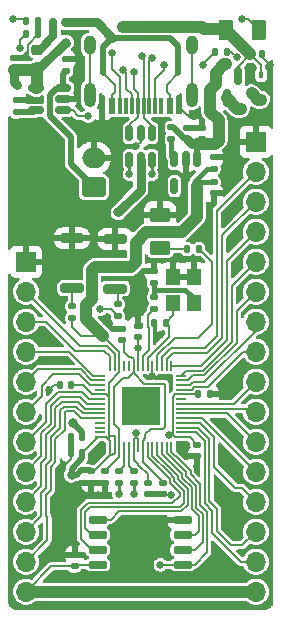
<source format=gbr>
%TF.GenerationSoftware,KiCad,Pcbnew,(6.0.9)*%
%TF.CreationDate,2023-01-04T16:56:23-05:00*%
%TF.ProjectId,RP2040_DevBoard_LiPo,52503230-3430-45f4-9465-76426f617264,rev?*%
%TF.SameCoordinates,Original*%
%TF.FileFunction,Copper,L1,Top*%
%TF.FilePolarity,Positive*%
%FSLAX46Y46*%
G04 Gerber Fmt 4.6, Leading zero omitted, Abs format (unit mm)*
G04 Created by KiCad (PCBNEW (6.0.9)) date 2023-01-04 16:56:23*
%MOMM*%
%LPD*%
G01*
G04 APERTURE LIST*
G04 Aperture macros list*
%AMRoundRect*
0 Rectangle with rounded corners*
0 $1 Rounding radius*
0 $2 $3 $4 $5 $6 $7 $8 $9 X,Y pos of 4 corners*
0 Add a 4 corners polygon primitive as box body*
4,1,4,$2,$3,$4,$5,$6,$7,$8,$9,$2,$3,0*
0 Add four circle primitives for the rounded corners*
1,1,$1+$1,$2,$3*
1,1,$1+$1,$4,$5*
1,1,$1+$1,$6,$7*
1,1,$1+$1,$8,$9*
0 Add four rect primitives between the rounded corners*
20,1,$1+$1,$2,$3,$4,$5,0*
20,1,$1+$1,$4,$5,$6,$7,0*
20,1,$1+$1,$6,$7,$8,$9,0*
20,1,$1+$1,$8,$9,$2,$3,0*%
G04 Aperture macros list end*
%TA.AperFunction,SMDPad,CuDef*%
%ADD10RoundRect,0.250000X0.375000X0.625000X-0.375000X0.625000X-0.375000X-0.625000X0.375000X-0.625000X0*%
%TD*%
%TA.AperFunction,SMDPad,CuDef*%
%ADD11RoundRect,0.150000X0.512500X0.150000X-0.512500X0.150000X-0.512500X-0.150000X0.512500X-0.150000X0*%
%TD*%
%TA.AperFunction,SMDPad,CuDef*%
%ADD12RoundRect,0.135000X0.185000X-0.135000X0.185000X0.135000X-0.185000X0.135000X-0.185000X-0.135000X0*%
%TD*%
%TA.AperFunction,SMDPad,CuDef*%
%ADD13RoundRect,0.250000X-0.625000X0.375000X-0.625000X-0.375000X0.625000X-0.375000X0.625000X0.375000X0*%
%TD*%
%TA.AperFunction,SMDPad,CuDef*%
%ADD14R,0.600000X1.450000*%
%TD*%
%TA.AperFunction,SMDPad,CuDef*%
%ADD15R,0.300000X1.450000*%
%TD*%
%TA.AperFunction,ComponentPad*%
%ADD16O,1.000000X2.100000*%
%TD*%
%TA.AperFunction,ComponentPad*%
%ADD17O,1.000000X1.600000*%
%TD*%
%TA.AperFunction,SMDPad,CuDef*%
%ADD18RoundRect,0.140000X0.170000X-0.140000X0.170000X0.140000X-0.170000X0.140000X-0.170000X-0.140000X0*%
%TD*%
%TA.AperFunction,SMDPad,CuDef*%
%ADD19RoundRect,0.135000X-0.135000X-0.185000X0.135000X-0.185000X0.135000X0.185000X-0.135000X0.185000X0*%
%TD*%
%TA.AperFunction,ComponentPad*%
%ADD20R,1.700000X1.700000*%
%TD*%
%TA.AperFunction,ComponentPad*%
%ADD21O,1.700000X1.700000*%
%TD*%
%TA.AperFunction,SMDPad,CuDef*%
%ADD22RoundRect,0.150000X-0.150000X0.587500X-0.150000X-0.587500X0.150000X-0.587500X0.150000X0.587500X0*%
%TD*%
%TA.AperFunction,SMDPad,CuDef*%
%ADD23RoundRect,0.140000X-0.170000X0.140000X-0.170000X-0.140000X0.170000X-0.140000X0.170000X0.140000X0*%
%TD*%
%TA.AperFunction,SMDPad,CuDef*%
%ADD24RoundRect,0.140000X-0.140000X-0.170000X0.140000X-0.170000X0.140000X0.170000X-0.140000X0.170000X0*%
%TD*%
%TA.AperFunction,SMDPad,CuDef*%
%ADD25RoundRect,0.135000X-0.185000X0.135000X-0.185000X-0.135000X0.185000X-0.135000X0.185000X0.135000X0*%
%TD*%
%TA.AperFunction,SMDPad,CuDef*%
%ADD26RoundRect,0.150000X-0.150000X0.512500X-0.150000X-0.512500X0.150000X-0.512500X0.150000X0.512500X0*%
%TD*%
%TA.AperFunction,SMDPad,CuDef*%
%ADD27RoundRect,0.140000X0.140000X0.170000X-0.140000X0.170000X-0.140000X-0.170000X0.140000X-0.170000X0*%
%TD*%
%TA.AperFunction,SMDPad,CuDef*%
%ADD28RoundRect,0.135000X0.135000X0.185000X-0.135000X0.185000X-0.135000X-0.185000X0.135000X-0.185000X0*%
%TD*%
%TA.AperFunction,SMDPad,CuDef*%
%ADD29RoundRect,0.200000X-0.800000X0.200000X-0.800000X-0.200000X0.800000X-0.200000X0.800000X0.200000X0*%
%TD*%
%TA.AperFunction,SMDPad,CuDef*%
%ADD30RoundRect,0.147500X0.147500X0.172500X-0.147500X0.172500X-0.147500X-0.172500X0.147500X-0.172500X0*%
%TD*%
%TA.AperFunction,SMDPad,CuDef*%
%ADD31RoundRect,0.150000X0.650000X0.150000X-0.650000X0.150000X-0.650000X-0.150000X0.650000X-0.150000X0*%
%TD*%
%TA.AperFunction,SMDPad,CuDef*%
%ADD32R,1.200000X1.400000*%
%TD*%
%TA.AperFunction,SMDPad,CuDef*%
%ADD33RoundRect,0.050000X0.387500X0.050000X-0.387500X0.050000X-0.387500X-0.050000X0.387500X-0.050000X0*%
%TD*%
%TA.AperFunction,SMDPad,CuDef*%
%ADD34RoundRect,0.050000X0.050000X0.387500X-0.050000X0.387500X-0.050000X-0.387500X0.050000X-0.387500X0*%
%TD*%
%TA.AperFunction,SMDPad,CuDef*%
%ADD35R,3.200000X3.200000*%
%TD*%
%TA.AperFunction,ComponentPad*%
%ADD36RoundRect,0.250000X0.750000X-0.600000X0.750000X0.600000X-0.750000X0.600000X-0.750000X-0.600000X0*%
%TD*%
%TA.AperFunction,ComponentPad*%
%ADD37O,2.000000X1.700000*%
%TD*%
%TA.AperFunction,SMDPad,CuDef*%
%ADD38RoundRect,0.218750X-0.256250X0.218750X-0.256250X-0.218750X0.256250X-0.218750X0.256250X0.218750X0*%
%TD*%
%TA.AperFunction,SMDPad,CuDef*%
%ADD39R,0.450000X0.600000*%
%TD*%
%TA.AperFunction,ViaPad*%
%ADD40C,0.650000*%
%TD*%
%TA.AperFunction,ViaPad*%
%ADD41C,0.800000*%
%TD*%
%TA.AperFunction,Conductor*%
%ADD42C,0.200000*%
%TD*%
%TA.AperFunction,Conductor*%
%ADD43C,1.000000*%
%TD*%
%TA.AperFunction,Conductor*%
%ADD44C,0.800000*%
%TD*%
%TA.AperFunction,Conductor*%
%ADD45C,0.500000*%
%TD*%
%TA.AperFunction,Conductor*%
%ADD46C,0.700000*%
%TD*%
%TA.AperFunction,Conductor*%
%ADD47C,0.150000*%
%TD*%
%TA.AperFunction,Conductor*%
%ADD48C,0.400000*%
%TD*%
%TA.AperFunction,Conductor*%
%ADD49C,0.250000*%
%TD*%
G04 APERTURE END LIST*
D10*
%TO.P,D3,1,K*%
%TO.N,Net-(D3-Pad1)*%
X181500000Y-21600000D03*
%TO.P,D3,2,A*%
%TO.N,+5V*%
X178700000Y-21600000D03*
%TD*%
D11*
%TO.P,U3,1,STAT*%
%TO.N,Net-(R7-Pad1)*%
X164937500Y-28450000D03*
%TO.P,U3,2,VSS*%
%TO.N,GND*%
X164937500Y-27500000D03*
%TO.P,U3,3,VBAT*%
%TO.N,+BATT*%
X164937500Y-26550000D03*
%TO.P,U3,4,VDD*%
%TO.N,+5V*%
X162662500Y-26550000D03*
%TO.P,U3,5,PROG*%
%TO.N,Net-(R6-Pad1)*%
X162662500Y-28450000D03*
%TD*%
D12*
%TO.P,R10,1*%
%TO.N,USB_D-*%
X169670000Y-60020000D03*
%TO.P,R10,2*%
%TO.N,/DN*%
X169670000Y-59000000D03*
%TD*%
D13*
%TO.P,D1,1,K*%
%TO.N,GND*%
X173150000Y-37280000D03*
%TO.P,D1,2,A*%
%TO.N,Net-(D1-Pad2)*%
X173150000Y-40080000D03*
%TD*%
D14*
%TO.P,J1,A1,GND*%
%TO.N,GND*%
X174750000Y-28045000D03*
%TO.P,J1,A4,VBUS*%
%TO.N,VBUS*%
X173950000Y-28045000D03*
D15*
%TO.P,J1,A5,CC1*%
%TO.N,/CC1*%
X172750000Y-28045000D03*
%TO.P,J1,A6,D+*%
%TO.N,D+*%
X171750000Y-28045000D03*
%TO.P,J1,A7,D-*%
%TO.N,D-*%
X171250000Y-28045000D03*
%TO.P,J1,A8,SBU1*%
%TO.N,unconnected-(J1-PadA8)*%
X170250000Y-28045000D03*
D14*
%TO.P,J1,A9,VBUS*%
%TO.N,VBUS*%
X169050000Y-28045000D03*
%TO.P,J1,A12,GND*%
%TO.N,GND*%
X168250000Y-28045000D03*
%TO.P,J1,B1,GND*%
X168250000Y-28045000D03*
%TO.P,J1,B4,VBUS*%
%TO.N,VBUS*%
X169050000Y-28045000D03*
D15*
%TO.P,J1,B5,CC2*%
%TO.N,/CC2*%
X169750000Y-28045000D03*
%TO.P,J1,B6,D+*%
%TO.N,D+*%
X170750000Y-28045000D03*
%TO.P,J1,B7,D-*%
%TO.N,D-*%
X172250000Y-28045000D03*
%TO.P,J1,B8,SBU2*%
%TO.N,unconnected-(J1-PadB8)*%
X173250000Y-28045000D03*
D14*
%TO.P,J1,B9,VBUS*%
%TO.N,VBUS*%
X173950000Y-28045000D03*
%TO.P,J1,B12,GND*%
%TO.N,GND*%
X174750000Y-28045000D03*
D16*
%TO.P,J1,S1,SHIELD*%
%TO.N,unconnected-(J1-PadS1)*%
X167180000Y-27130000D03*
D17*
X175820000Y-22950000D03*
X167180000Y-22950000D03*
D16*
X175820000Y-27130000D03*
%TD*%
D18*
%TO.P,C6,1*%
%TO.N,+BATT*%
X165200000Y-25080000D03*
%TO.P,C6,2*%
%TO.N,GND*%
X165200000Y-24120000D03*
%TD*%
D19*
%TO.P,R1,1*%
%TO.N,/CC1*%
X161790000Y-22000000D03*
%TO.P,R1,2*%
%TO.N,GND*%
X162810000Y-22000000D03*
%TD*%
D18*
%TO.P,C8,1*%
%TO.N,Net-(C8-Pad1)*%
X172630000Y-43030000D03*
%TO.P,C8,2*%
%TO.N,GND*%
X172630000Y-42070000D03*
%TD*%
%TO.P,C18,1*%
%TO.N,GND*%
X167290000Y-59980000D03*
%TO.P,C18,2*%
%TO.N,+3V3*%
X167290000Y-59020000D03*
%TD*%
D20*
%TO.P,J2,1,Pin_1*%
%TO.N,GND*%
X181250000Y-31100000D03*
D21*
%TO.P,J2,2,Pin_2*%
%TO.N,/GPIO14*%
X181250000Y-33640000D03*
%TO.P,J2,3,Pin_3*%
%TO.N,/GPIO13*%
X181250000Y-36180000D03*
%TO.P,J2,4,Pin_4*%
%TO.N,/GPIO12*%
X181250000Y-38720000D03*
%TO.P,J2,5,Pin_5*%
%TO.N,/GPIO11*%
X181250000Y-41260000D03*
%TO.P,J2,6,Pin_6*%
%TO.N,/GPIO10*%
X181250000Y-43800000D03*
%TO.P,J2,7,Pin_7*%
%TO.N,/GPIO9*%
X181250000Y-46340000D03*
%TO.P,J2,8,Pin_8*%
%TO.N,/GPIO8*%
X181250000Y-48880000D03*
%TO.P,J2,9,Pin_9*%
%TO.N,/GPIO6*%
X181250000Y-51420000D03*
%TO.P,J2,10,Pin_10*%
%TO.N,/GPIO5*%
X181250000Y-53960000D03*
%TO.P,J2,11,Pin_11*%
%TO.N,/GPIO4*%
X181250000Y-56500000D03*
%TO.P,J2,12,Pin_12*%
%TO.N,/GPIO3*%
X181250000Y-59040000D03*
%TO.P,J2,13,Pin_13*%
%TO.N,/GPIO2*%
X181250000Y-61580000D03*
%TO.P,J2,14,Pin_14*%
%TO.N,/GPIO1*%
X181250000Y-64120000D03*
%TO.P,J2,15,Pin_15*%
%TO.N,/GPIO0*%
X181250000Y-66660000D03*
%TO.P,J2,16,Pin_16*%
%TO.N,+3V3*%
X181250000Y-69200000D03*
%TD*%
D12*
%TO.P,R5,1*%
%TO.N,/ENABLE*%
X174100000Y-30910000D03*
%TO.P,R5,2*%
%TO.N,/VSRC*%
X174100000Y-29890000D03*
%TD*%
D18*
%TO.P,C5,1*%
%TO.N,GND*%
X177700000Y-35480000D03*
%TO.P,C5,2*%
%TO.N,+3V3*%
X177700000Y-34520000D03*
%TD*%
%TO.P,C4,1*%
%TO.N,+3V3*%
X177700000Y-33380000D03*
%TO.P,C4,2*%
%TO.N,GND*%
X177700000Y-32420000D03*
%TD*%
D22*
%TO.P,Q1,1,G*%
%TO.N,+5V*%
X179750000Y-25562500D03*
%TO.P,Q1,2,S*%
%TO.N,/VSRC*%
X177850000Y-25562500D03*
%TO.P,Q1,3,D*%
%TO.N,+BATT*%
X178800000Y-27437500D03*
%TD*%
D18*
%TO.P,C19,1*%
%TO.N,GND*%
X172160000Y-60920000D03*
%TO.P,C19,2*%
%TO.N,+3V3*%
X172160000Y-59960000D03*
%TD*%
D19*
%TO.P,R3,1*%
%TO.N,Net-(D1-Pad2)*%
X175420000Y-40180000D03*
%TO.P,R3,2*%
%TO.N,/GPIO15*%
X176440000Y-40180000D03*
%TD*%
D18*
%TO.P,C13,1*%
%TO.N,+3V3*%
X171270000Y-47620000D03*
%TO.P,C13,2*%
%TO.N,GND*%
X171270000Y-46660000D03*
%TD*%
%TO.P,C11,1*%
%TO.N,GND*%
X173390000Y-60950000D03*
%TO.P,C11,2*%
%TO.N,+1V1*%
X173390000Y-59990000D03*
%TD*%
D23*
%TO.P,C1,1*%
%TO.N,GND*%
X160800000Y-24020000D03*
%TO.P,C1,2*%
%TO.N,+5V*%
X160800000Y-24980000D03*
%TD*%
D12*
%TO.P,R6,1*%
%TO.N,Net-(R6-Pad1)*%
X161000000Y-28610000D03*
%TO.P,R6,2*%
%TO.N,GND*%
X161000000Y-27590000D03*
%TD*%
D24*
%TO.P,C15,1*%
%TO.N,GND*%
X164640000Y-51690000D03*
%TO.P,C15,2*%
%TO.N,+3V3*%
X165600000Y-51690000D03*
%TD*%
D19*
%TO.P,R7,1*%
%TO.N,Net-(R7-Pad1)*%
X177790000Y-23500000D03*
%TO.P,R7,2*%
%TO.N,Net-(D3-Pad1)*%
X178810000Y-23500000D03*
%TD*%
D18*
%TO.P,C12,1*%
%TO.N,GND*%
X168490000Y-59980000D03*
%TO.P,C12,2*%
%TO.N,+1V1*%
X168490000Y-59020000D03*
%TD*%
D25*
%TO.P,R8,1*%
%TO.N,Net-(C8-Pad1)*%
X172650000Y-44230000D03*
%TO.P,R8,2*%
%TO.N,XOUT*%
X172650000Y-45250000D03*
%TD*%
D23*
%TO.P,C9,1*%
%TO.N,GND*%
X165910000Y-66080000D03*
%TO.P,C9,2*%
%TO.N,+3V3*%
X165910000Y-67040000D03*
%TD*%
D26*
%TO.P,U2,1,IN*%
%TO.N,/VSRC*%
X176250000Y-32562500D03*
%TO.P,U2,2,GND*%
%TO.N,GND*%
X175300000Y-32562500D03*
%TO.P,U2,3,EN*%
%TO.N,/ENABLE*%
X174350000Y-32562500D03*
%TO.P,U2,4,NC*%
%TO.N,unconnected-(U2-Pad4)*%
X174350000Y-34837500D03*
%TO.P,U2,5,OUT*%
%TO.N,+3V3*%
X176250000Y-34837500D03*
%TD*%
D27*
%TO.P,C16,1*%
%TO.N,GND*%
X177340000Y-52470000D03*
%TO.P,C16,2*%
%TO.N,+3V3*%
X176380000Y-52470000D03*
%TD*%
D26*
%TO.P,U1,1,I/O1*%
%TO.N,D+*%
X172450000Y-30362500D03*
%TO.P,U1,2,GND*%
%TO.N,GND*%
X171500000Y-30362500D03*
%TO.P,U1,3,I/O2*%
%TO.N,D-*%
X170550000Y-30362500D03*
%TO.P,U1,4,I/O2*%
%TO.N,USB_D-*%
X170550000Y-32637500D03*
%TO.P,U1,5,VBUS*%
%TO.N,+5V*%
X171500000Y-32637500D03*
%TO.P,U1,6,I/O1*%
%TO.N,USB_D+*%
X172450000Y-32637500D03*
%TD*%
D18*
%TO.P,C14,1*%
%TO.N,GND*%
X176280000Y-57700000D03*
%TO.P,C14,2*%
%TO.N,+3V3*%
X176280000Y-56740000D03*
%TD*%
D28*
%TO.P,R4,1*%
%TO.N,GND*%
X181810000Y-23700000D03*
%TO.P,R4,2*%
%TO.N,+5V*%
X180790000Y-23700000D03*
%TD*%
D29*
%TO.P,SW1,1,1*%
%TO.N,GND*%
X169350000Y-39330000D03*
%TO.P,SW1,2,2*%
%TO.N,/BOOT*%
X169350000Y-43530000D03*
%TD*%
D19*
%TO.P,R2,1*%
%TO.N,/CC2*%
X161790000Y-20900000D03*
%TO.P,R2,2*%
%TO.N,GND*%
X162810000Y-20900000D03*
%TD*%
D25*
%TO.P,R12,1*%
%TO.N,/RESET*%
X165710000Y-45020000D03*
%TO.P,R12,2*%
%TO.N,+3V3*%
X165710000Y-46040000D03*
%TD*%
D29*
%TO.P,SW2,1,1*%
%TO.N,GND*%
X165680000Y-39270000D03*
%TO.P,SW2,2,2*%
%TO.N,/RESET*%
X165680000Y-43470000D03*
%TD*%
D18*
%TO.P,C3,1*%
%TO.N,/VSRC*%
X176700000Y-30880000D03*
%TO.P,C3,2*%
%TO.N,GND*%
X176700000Y-29920000D03*
%TD*%
D24*
%TO.P,C17,1*%
%TO.N,GND*%
X165590000Y-57450000D03*
%TO.P,C17,2*%
%TO.N,+3V3*%
X166550000Y-57450000D03*
%TD*%
D30*
%TO.P,L1,1*%
%TO.N,VBUS*%
X165085000Y-21000000D03*
%TO.P,L1,2*%
%TO.N,Net-(F1-Pad1)*%
X164115000Y-21000000D03*
%TD*%
D31*
%TO.P,U5,1,~{CS}*%
%TO.N,QSPI_SS*%
X175080000Y-66915000D03*
%TO.P,U5,2,DO(IO1)*%
%TO.N,QSPI_SD1*%
X175080000Y-65645000D03*
%TO.P,U5,3,IO2*%
%TO.N,QSPI_SD2*%
X175080000Y-64375000D03*
%TO.P,U5,4,GND*%
%TO.N,GND*%
X175080000Y-63105000D03*
%TO.P,U5,5,DI(IO0)*%
%TO.N,QSPI_SD0*%
X167880000Y-63105000D03*
%TO.P,U5,6,CLK*%
%TO.N,QSPI_SCLK*%
X167880000Y-64375000D03*
%TO.P,U5,7,IO3*%
%TO.N,QSPI_SD3*%
X167880000Y-65645000D03*
%TO.P,U5,8,VCC*%
%TO.N,+3V3*%
X167880000Y-66915000D03*
%TD*%
D32*
%TO.P,Y1,1,1*%
%TO.N,Net-(C8-Pad1)*%
X175980000Y-44730000D03*
%TO.P,Y1,2,2*%
%TO.N,GND*%
X175980000Y-42530000D03*
%TO.P,Y1,3,3*%
X174280000Y-42530000D03*
%TO.P,Y1,4,4*%
%TO.N,XIN*%
X174280000Y-44730000D03*
%TD*%
D27*
%TO.P,C7,1*%
%TO.N,XIN*%
X173630000Y-46440000D03*
%TO.P,C7,2*%
%TO.N,GND*%
X172670000Y-46440000D03*
%TD*%
D18*
%TO.P,C2,1*%
%TO.N,/VSRC*%
X175400000Y-30880000D03*
%TO.P,C2,2*%
%TO.N,GND*%
X175400000Y-29920000D03*
%TD*%
%TO.P,C10,1*%
%TO.N,+1V1*%
X169900000Y-47920000D03*
%TO.P,C10,2*%
%TO.N,GND*%
X169900000Y-46960000D03*
%TD*%
D20*
%TO.P,J6,1,Pin_1*%
%TO.N,GND*%
X161800000Y-41250000D03*
D21*
%TO.P,J6,2,Pin_2*%
%TO.N,/GPIO16*%
X161800000Y-43790000D03*
%TO.P,J6,3,Pin_3*%
%TO.N,/GPIO17*%
X161800000Y-46330000D03*
%TO.P,J6,4,Pin_4*%
%TO.N,/GPIO18*%
X161800000Y-48870000D03*
%TO.P,J6,5,Pin_5*%
%TO.N,/GPIO19*%
X161800000Y-51410000D03*
%TO.P,J6,6,Pin_6*%
%TO.N,/GPIO20*%
X161800000Y-53950000D03*
%TO.P,J6,7,Pin_7*%
%TO.N,/GPIO22*%
X161800000Y-56490000D03*
%TO.P,J6,8,Pin_8*%
%TO.N,/GPIO23*%
X161800000Y-59030000D03*
%TO.P,J6,9,Pin_9*%
%TO.N,/GPIO24*%
X161800000Y-61570000D03*
%TO.P,J6,10,Pin_10*%
%TO.N,/GPIO25*%
X161800000Y-64110000D03*
%TO.P,J6,11,Pin_11*%
%TO.N,/GPIO26*%
X161800000Y-66650000D03*
%TO.P,J6,12,Pin_12*%
%TO.N,+3V3*%
X161800000Y-69190000D03*
%TD*%
D24*
%TO.P,C20,1*%
%TO.N,GND*%
X165580000Y-56080000D03*
%TO.P,C20,2*%
%TO.N,+3V3*%
X166540000Y-56080000D03*
%TD*%
D33*
%TO.P,U4,1,IOVDD*%
%TO.N,+3V3*%
X174937500Y-56100000D03*
%TO.P,U4,2,GPIO0*%
%TO.N,/GPIO0*%
X174937500Y-55700000D03*
%TO.P,U4,3,GPIO1*%
%TO.N,/GPIO1*%
X174937500Y-55300000D03*
%TO.P,U4,4,GPIO2*%
%TO.N,/GPIO2*%
X174937500Y-54900000D03*
%TO.P,U4,5,GPIO3*%
%TO.N,/GPIO3*%
X174937500Y-54500000D03*
%TO.P,U4,6,GPIO4*%
%TO.N,/GPIO4*%
X174937500Y-54100000D03*
%TO.P,U4,7,GPIO5*%
%TO.N,/GPIO5*%
X174937500Y-53700000D03*
%TO.P,U4,8,GPIO6*%
%TO.N,/GPIO6*%
X174937500Y-53300000D03*
%TO.P,U4,9,GPIO7*%
%TO.N,/GPIO7*%
X174937500Y-52900000D03*
%TO.P,U4,10,IOVDD*%
%TO.N,+3V3*%
X174937500Y-52500000D03*
%TO.P,U4,11,GPIO8*%
%TO.N,/GPIO8*%
X174937500Y-52100000D03*
%TO.P,U4,12,GPIO9*%
%TO.N,/GPIO9*%
X174937500Y-51700000D03*
%TO.P,U4,13,GPIO10*%
%TO.N,/GPIO10*%
X174937500Y-51300000D03*
%TO.P,U4,14,GPIO11*%
%TO.N,/GPIO11*%
X174937500Y-50900000D03*
D34*
%TO.P,U4,15,GPIO12*%
%TO.N,/GPIO12*%
X174100000Y-50062500D03*
%TO.P,U4,16,GPIO13*%
%TO.N,/GPIO13*%
X173700000Y-50062500D03*
%TO.P,U4,17,GPIO14*%
%TO.N,/GPIO14*%
X173300000Y-50062500D03*
%TO.P,U4,18,GPIO15*%
%TO.N,/GPIO15*%
X172900000Y-50062500D03*
%TO.P,U4,19,TESTEN*%
%TO.N,GND*%
X172500000Y-50062500D03*
%TO.P,U4,20,XIN*%
%TO.N,XIN*%
X172100000Y-50062500D03*
%TO.P,U4,21,XOUT*%
%TO.N,XOUT*%
X171700000Y-50062500D03*
%TO.P,U4,22,IOVDD*%
%TO.N,+3V3*%
X171300000Y-50062500D03*
%TO.P,U4,23,DVDD*%
%TO.N,+1V1*%
X170900000Y-50062500D03*
%TO.P,U4,24,SWCLK*%
%TO.N,SWCLK*%
X170500000Y-50062500D03*
%TO.P,U4,25,SWD*%
%TO.N,SWD*%
X170100000Y-50062500D03*
%TO.P,U4,26,RUN*%
%TO.N,+3V3*%
X169700000Y-50062500D03*
%TO.P,U4,27,GPIO16*%
%TO.N,/GPIO16*%
X169300000Y-50062500D03*
%TO.P,U4,28,GPIO17*%
%TO.N,/GPIO17*%
X168900000Y-50062500D03*
D33*
%TO.P,U4,29,GPIO18*%
%TO.N,/GPIO18*%
X168062500Y-50900000D03*
%TO.P,U4,30,GPIO19*%
%TO.N,/GPIO19*%
X168062500Y-51300000D03*
%TO.P,U4,31,GPIO20*%
%TO.N,/GPIO20*%
X168062500Y-51700000D03*
%TO.P,U4,32,GPIO21*%
%TO.N,/GPIO21*%
X168062500Y-52100000D03*
%TO.P,U4,33,IOVDD*%
%TO.N,+3V3*%
X168062500Y-52500000D03*
%TO.P,U4,34,GPIO22*%
%TO.N,/GPIO22*%
X168062500Y-52900000D03*
%TO.P,U4,35,GPIO23*%
%TO.N,/GPIO23*%
X168062500Y-53300000D03*
%TO.P,U4,36,GPIO24*%
%TO.N,/GPIO24*%
X168062500Y-53700000D03*
%TO.P,U4,37,GPIO25*%
%TO.N,/GPIO25*%
X168062500Y-54100000D03*
%TO.P,U4,38,GPIO26_ADC0*%
%TO.N,/GPIO26*%
X168062500Y-54500000D03*
%TO.P,U4,39,GPIO27_ADC1*%
%TO.N,/GPIO27*%
X168062500Y-54900000D03*
%TO.P,U4,40,GPIO28_ADC2*%
%TO.N,/GPIO28*%
X168062500Y-55300000D03*
%TO.P,U4,41,GPIO29_ADC3*%
%TO.N,/GPIO29*%
X168062500Y-55700000D03*
%TO.P,U4,42,IOVDD*%
%TO.N,+3V3*%
X168062500Y-56100000D03*
D34*
%TO.P,U4,43,ADC_AVDD*%
X168900000Y-56937500D03*
%TO.P,U4,44,VREG_IN*%
X169300000Y-56937500D03*
%TO.P,U4,45,VREG_VOUT*%
%TO.N,+1V1*%
X169700000Y-56937500D03*
%TO.P,U4,46,USB_DM*%
%TO.N,/DN*%
X170100000Y-56937500D03*
%TO.P,U4,47,USB_DP*%
%TO.N,/DP*%
X170500000Y-56937500D03*
%TO.P,U4,48,USB_VDD*%
%TO.N,+3V3*%
X170900000Y-56937500D03*
%TO.P,U4,49,IOVDD*%
X171300000Y-56937500D03*
%TO.P,U4,50,DVDD*%
%TO.N,+1V1*%
X171700000Y-56937500D03*
%TO.P,U4,51,QSPI_SD3*%
%TO.N,QSPI_SD3*%
X172100000Y-56937500D03*
%TO.P,U4,52,QSPI_SCLK*%
%TO.N,QSPI_SCLK*%
X172500000Y-56937500D03*
%TO.P,U4,53,QSPI_SD0*%
%TO.N,QSPI_SD0*%
X172900000Y-56937500D03*
%TO.P,U4,54,QSPI_SD2*%
%TO.N,QSPI_SD2*%
X173300000Y-56937500D03*
%TO.P,U4,55,QSPI_SD1*%
%TO.N,QSPI_SD1*%
X173700000Y-56937500D03*
%TO.P,U4,56,QSPI_SS*%
%TO.N,QSPI_SS*%
X174100000Y-56937500D03*
D35*
%TO.P,U4,57,GND*%
%TO.N,GND*%
X171500000Y-53500000D03*
%TD*%
D12*
%TO.P,R9,1*%
%TO.N,USB_D+*%
X170950000Y-60020000D03*
%TO.P,R9,2*%
%TO.N,/DP*%
X170950000Y-59000000D03*
%TD*%
D36*
%TO.P,J3,1,Pin_1*%
%TO.N,+BATT*%
X167532500Y-34950000D03*
D37*
%TO.P,J3,2,Pin_2*%
%TO.N,GND*%
X167532500Y-32450000D03*
%TD*%
D38*
%TO.P,F1,1*%
%TO.N,Net-(F1-Pad1)*%
X162700000Y-23312500D03*
%TO.P,F1,2*%
%TO.N,+5V*%
X162700000Y-24887500D03*
%TD*%
D25*
%TO.P,R11,1*%
%TO.N,/BOOT*%
X169560000Y-44860000D03*
%TO.P,R11,2*%
%TO.N,QSPI_SS*%
X169560000Y-45880000D03*
%TD*%
D39*
%TO.P,D2,1,K*%
%TO.N,/VSRC*%
X181700000Y-27550000D03*
%TO.P,D2,2,A*%
%TO.N,+5V*%
X181700000Y-25450000D03*
%TD*%
D40*
%TO.N,GND*%
X173110000Y-47480000D03*
X161760000Y-23890000D03*
X176110000Y-28820000D03*
X171500000Y-52320000D03*
X171460000Y-54730000D03*
X173650000Y-63140000D03*
X166280000Y-60760000D03*
X172500000Y-50940000D03*
X182470000Y-24570000D03*
X174050000Y-60980000D03*
X168600000Y-46360000D03*
X164650000Y-58920000D03*
X166090000Y-26970000D03*
X171090000Y-31500000D03*
X175090000Y-57170000D03*
X162340000Y-27560000D03*
X163770000Y-52120000D03*
X172690000Y-53460000D03*
X168110000Y-57030000D03*
X174810000Y-41030000D03*
X175330000Y-33910000D03*
X168220000Y-29630000D03*
X171490000Y-53470000D03*
D41*
%TO.N,+5V*%
X170040000Y-21350000D03*
X165200000Y-22700000D03*
X161000000Y-26260000D03*
X169610000Y-37090000D03*
%TO.N,/VSRC*%
X180900000Y-27000000D03*
X178700000Y-24520000D03*
D40*
%TO.N,/CC1*%
X173500000Y-24600000D03*
X161300000Y-23130000D03*
%TO.N,D+*%
X170042451Y-24994697D03*
X171623600Y-23879228D03*
%TO.N,D-*%
X170968076Y-25215101D03*
X172463917Y-24003818D03*
%TO.N,/CC2*%
X169110000Y-23610000D03*
X160700000Y-20700000D03*
%TO.N,QSPI_SS*%
X168100000Y-45280000D03*
X173175000Y-66915000D03*
%TO.N,USB_D+*%
X170980000Y-60960000D03*
X172440000Y-33850000D03*
%TO.N,USB_D-*%
X169670000Y-60930000D03*
X170550000Y-33870000D03*
D41*
%TO.N,+3V3*%
X176250000Y-36510000D03*
X165780000Y-54880000D03*
D40*
X171080000Y-55800000D03*
D41*
X165650000Y-59300000D03*
X168290000Y-47530000D03*
D40*
X171300000Y-48560000D03*
X173910000Y-55900000D03*
%TO.N,Net-(D3-Pad1)*%
X180120000Y-20710000D03*
X179648411Y-23958411D03*
D41*
%TO.N,+BATT*%
X180000000Y-28300000D03*
D40*
%TO.N,Net-(R7-Pad1)*%
X176740000Y-24580000D03*
X167070000Y-28930000D03*
%TD*%
D42*
%TO.N,GND*%
X165590000Y-57980000D02*
X164650000Y-58920000D01*
X161925000Y-22878877D02*
X161925000Y-23725000D01*
X176060000Y-28870000D02*
X176110000Y-28820000D01*
X175300000Y-33880000D02*
X175330000Y-33910000D01*
X181810000Y-23700000D02*
X181810000Y-23910000D01*
X174050000Y-60980000D02*
X173420000Y-60980000D01*
X174750000Y-28200000D02*
X175420000Y-28870000D01*
X171500000Y-30362500D02*
X171500000Y-31090000D01*
X171500000Y-31090000D02*
X171090000Y-31500000D01*
X162810000Y-22000000D02*
X162803877Y-22000000D01*
X161925000Y-23725000D02*
X161760000Y-23890000D01*
X173420000Y-60980000D02*
X173390000Y-60950000D01*
X174750000Y-28045000D02*
X174750000Y-28200000D01*
X175300000Y-32562500D02*
X175300000Y-33880000D01*
X163770000Y-52120000D02*
X164200000Y-51690000D01*
X164200000Y-51690000D02*
X164640000Y-51690000D01*
X165590000Y-57450000D02*
X165590000Y-57980000D01*
X175420000Y-28870000D02*
X176060000Y-28870000D01*
X162803877Y-22000000D02*
X161925000Y-22878877D01*
X181810000Y-23910000D02*
X182470000Y-24570000D01*
X172500000Y-50062500D02*
X172500000Y-50940000D01*
%TO.N,+5V*%
X180790000Y-23700000D02*
X181700000Y-24610000D01*
D43*
X180790000Y-23650431D02*
X180790000Y-23700000D01*
X178620000Y-21520000D02*
X178700000Y-21600000D01*
X162700000Y-24887500D02*
X162700000Y-26512500D01*
X176860000Y-21520000D02*
X178620000Y-21520000D01*
X178739569Y-21600000D02*
X180790000Y-23650431D01*
D44*
X160800000Y-24980000D02*
X160800000Y-26060000D01*
X165100000Y-22700000D02*
X162912500Y-24887500D01*
D43*
X162700000Y-26512500D02*
X162662500Y-26550000D01*
X176860000Y-21520000D02*
X176690000Y-21350000D01*
D44*
X171500000Y-32637500D02*
X171500000Y-35200000D01*
D43*
X162587500Y-25000000D02*
X160800000Y-25000000D01*
X176690000Y-21350000D02*
X170040000Y-21350000D01*
X178700000Y-21600000D02*
X178739569Y-21600000D01*
D42*
X180790000Y-23700000D02*
X179750000Y-24740000D01*
D44*
X171500000Y-35200000D02*
X169610000Y-37090000D01*
X165200000Y-22700000D02*
X165100000Y-22700000D01*
X160800000Y-26060000D02*
X161000000Y-26260000D01*
X162912500Y-24887500D02*
X162700000Y-24887500D01*
D43*
X162700000Y-24887500D02*
X162587500Y-25000000D01*
D42*
X179750000Y-24740000D02*
X179750000Y-25562500D01*
X181700000Y-24610000D02*
X181700000Y-25450000D01*
D45*
%TO.N,/VSRC*%
X174735000Y-30397685D02*
X174227315Y-29890000D01*
X176250000Y-31330000D02*
X175850000Y-31330000D01*
D43*
X178100000Y-29300000D02*
X178100000Y-31000000D01*
D45*
X175400000Y-30880000D02*
X175215614Y-30880000D01*
X175215614Y-30880000D02*
X174735000Y-30399386D01*
X174227315Y-29890000D02*
X174100000Y-29890000D01*
D44*
X175850000Y-31330000D02*
X175400000Y-30880000D01*
D43*
X177770000Y-31330000D02*
X176250000Y-31330000D01*
X178100000Y-31000000D02*
X177770000Y-31330000D01*
D45*
X174735000Y-30399386D02*
X174735000Y-30397685D01*
D43*
X177400000Y-26700000D02*
X177400000Y-28600000D01*
X177850000Y-26250000D02*
X177400000Y-26700000D01*
D45*
X176250000Y-31330000D02*
X176700000Y-30880000D01*
D43*
X177850000Y-25562500D02*
X177850000Y-26250000D01*
X177850000Y-25269500D02*
X178599500Y-24520000D01*
X181700000Y-27550000D02*
X181450000Y-27550000D01*
X177400000Y-28600000D02*
X178100000Y-29300000D01*
X178599500Y-24520000D02*
X178700000Y-24520000D01*
D45*
X176250000Y-32562500D02*
X176250000Y-31330000D01*
D43*
X181450000Y-27550000D02*
X180900000Y-27000000D01*
X177850000Y-25562500D02*
X177850000Y-25269500D01*
D42*
%TO.N,XIN*%
X172100000Y-50062500D02*
X172100000Y-49414314D01*
X173900000Y-46710000D02*
X173630000Y-46440000D01*
X173630000Y-46440000D02*
X174280000Y-45790000D01*
X173900000Y-47614314D02*
X173900000Y-46710000D01*
X172100000Y-49414314D02*
X173900000Y-47614314D01*
X174280000Y-45790000D02*
X174280000Y-44730000D01*
%TO.N,+1V1*%
X173390000Y-59939131D02*
X173390000Y-59990000D01*
X171820001Y-51600000D02*
X170900000Y-50679999D01*
X170495000Y-49325000D02*
X170100000Y-48930000D01*
X169280000Y-54980000D02*
X169280000Y-51830000D01*
X171700000Y-56937500D02*
X171700000Y-56405025D01*
X171700000Y-56405025D02*
X171905025Y-56200000D01*
X173400000Y-55400000D02*
X173530000Y-55270000D01*
X173530000Y-51610000D02*
X173520000Y-51600000D01*
X169280000Y-51830000D02*
X170040000Y-51070000D01*
X171700000Y-56937500D02*
X171700000Y-58249131D01*
X173530000Y-55270000D02*
X173530000Y-51610000D01*
X170900000Y-49530025D02*
X170694975Y-49325000D01*
X173520000Y-51600000D02*
X171820001Y-51600000D01*
X169700000Y-55400000D02*
X169280000Y-54980000D01*
X170694975Y-49325000D02*
X170495000Y-49325000D01*
X170900000Y-50679999D02*
X170900000Y-50062500D01*
X169700000Y-57810000D02*
X168490000Y-59020000D01*
X171700000Y-58249131D02*
X173390000Y-59939131D01*
X170100000Y-48930000D02*
X170100000Y-48120000D01*
X171905025Y-56200000D02*
X171905025Y-55874975D01*
X169700000Y-56937500D02*
X169700000Y-55400000D01*
X170100000Y-48120000D02*
X169900000Y-47920000D01*
X170900000Y-50062500D02*
X170900000Y-49530025D01*
X170430000Y-51070000D02*
X170900000Y-50600000D01*
X172380000Y-55400000D02*
X173400000Y-55400000D01*
X169700000Y-56937500D02*
X169700000Y-57810000D01*
X171905025Y-55874975D02*
X172380000Y-55400000D01*
X170040000Y-51070000D02*
X170430000Y-51070000D01*
D46*
%TO.N,Net-(F1-Pad1)*%
X164115000Y-21000000D02*
X164115000Y-22185000D01*
X164115000Y-22185000D02*
X162987500Y-23312500D01*
X162987500Y-23312500D02*
X162700000Y-23312500D01*
D42*
%TO.N,VBUS*%
X169300000Y-26864596D02*
X169050000Y-27114596D01*
X173714999Y-26285001D02*
X174700000Y-25300000D01*
D45*
X168300000Y-23100000D02*
X168300000Y-25300000D01*
X174000000Y-22300000D02*
X169100000Y-22300000D01*
X174700000Y-23000000D02*
X174000000Y-22300000D01*
X174700000Y-25300000D02*
X174700000Y-23000000D01*
D42*
X169050000Y-27114596D02*
X169050000Y-28045000D01*
D44*
X167800000Y-21000000D02*
X165110000Y-21000000D01*
D42*
X173950000Y-27114596D02*
X173714999Y-26879595D01*
X173714999Y-26879595D02*
X173714999Y-26285001D01*
X173950000Y-28045000D02*
X173950000Y-27114596D01*
D45*
X168900000Y-22500000D02*
X168300000Y-23100000D01*
D42*
X168300000Y-25300000D02*
X169300000Y-26300000D01*
X169300000Y-26300000D02*
X169300000Y-26864596D01*
D45*
X169100000Y-22300000D02*
X168900000Y-22500000D01*
D44*
X169100000Y-22300000D02*
X167800000Y-21000000D01*
D42*
%TO.N,/CC1*%
X161300000Y-23130000D02*
X161300000Y-22490000D01*
X173500000Y-24600000D02*
X173500000Y-25000000D01*
X172750000Y-25750000D02*
X172750000Y-28045000D01*
X161300000Y-22490000D02*
X161790000Y-22000000D01*
X173500000Y-25000000D02*
X172750000Y-25750000D01*
%TO.N,D+*%
X171750000Y-24005628D02*
X171750000Y-28045000D01*
X170042451Y-24994697D02*
X170042451Y-25050835D01*
X170290000Y-26610000D02*
X170750000Y-27070000D01*
X171750000Y-29050000D02*
X172450000Y-29750000D01*
X172450000Y-29750000D02*
X172450000Y-30362500D01*
X171750000Y-28045000D02*
X171750000Y-29050000D01*
X170750000Y-27070000D02*
X170750000Y-28045000D01*
X170042451Y-25050835D02*
X170290000Y-25298384D01*
X171623600Y-23879228D02*
X171750000Y-24005628D01*
X170290000Y-25298384D02*
X170290000Y-26610000D01*
%TO.N,D-*%
X170550000Y-29720000D02*
X170550000Y-30362500D01*
X170900000Y-26654314D02*
X171250000Y-27004314D01*
X172250000Y-24217735D02*
X172250000Y-28045000D01*
X170968076Y-25215101D02*
X170900000Y-25283177D01*
X171250000Y-29020000D02*
X170550000Y-29720000D01*
X171250000Y-27004314D02*
X171250000Y-28045000D01*
X170900000Y-25283177D02*
X170900000Y-26654314D01*
X172463917Y-24003818D02*
X172250000Y-24217735D01*
X171250000Y-28045000D02*
X171250000Y-29020000D01*
%TO.N,/CC2*%
X160700000Y-20700000D02*
X161590000Y-20700000D01*
X169750000Y-25586130D02*
X169750000Y-28045000D01*
X161590000Y-20700000D02*
X161790000Y-20900000D01*
X169110000Y-23610000D02*
X169110000Y-24946130D01*
X169110000Y-24946130D02*
X169750000Y-25586130D01*
%TO.N,/GPIO0*%
X176920000Y-56447746D02*
X176920000Y-61699010D01*
X177545000Y-64245000D02*
X179960000Y-66660000D01*
X179960000Y-66660000D02*
X181250000Y-66660000D01*
X174937500Y-55700000D02*
X176172254Y-55700000D01*
X177545000Y-62324011D02*
X177545000Y-64245000D01*
X176172254Y-55700000D02*
X176920000Y-56447746D01*
X176920000Y-61699010D02*
X177545000Y-62324011D01*
%TO.N,/GPIO1*%
X176337940Y-55300000D02*
X177320000Y-56282061D01*
X177320000Y-61533325D02*
X177945000Y-62158326D01*
X179115686Y-65250000D02*
X180120000Y-65250000D01*
X177945000Y-64079314D02*
X179115686Y-65250000D01*
X180120000Y-65250000D02*
X181250000Y-64120000D01*
X177320000Y-56282061D02*
X177320000Y-61533325D01*
X174937500Y-55300000D02*
X176337940Y-55300000D01*
X177945000Y-62158326D02*
X177945000Y-64079314D01*
%TO.N,/GPIO2*%
X177720000Y-58620000D02*
X179530000Y-60430000D01*
X177720000Y-56116376D02*
X177720000Y-58620000D01*
X180100000Y-60430000D02*
X181250000Y-61580000D01*
X179530000Y-60430000D02*
X180100000Y-60430000D01*
X176503626Y-54900000D02*
X177720000Y-56116376D01*
X174937500Y-54900000D02*
X176503626Y-54900000D01*
%TO.N,/GPIO3*%
X176710000Y-54500000D02*
X181250000Y-59040000D01*
X174937500Y-54500000D02*
X176710000Y-54500000D01*
%TO.N,/GPIO4*%
X178850000Y-54100000D02*
X181250000Y-56500000D01*
X174937500Y-54100000D02*
X178850000Y-54100000D01*
%TO.N,/GPIO5*%
X180990000Y-53700000D02*
X181250000Y-53960000D01*
X174937500Y-53700000D02*
X180990000Y-53700000D01*
%TO.N,/GPIO6*%
X179370000Y-53300000D02*
X181250000Y-51420000D01*
X174937500Y-53300000D02*
X179370000Y-53300000D01*
%TO.N,/GPIO8*%
X176057746Y-51860000D02*
X177180000Y-51860000D01*
X175817746Y-52100000D02*
X176057746Y-51860000D01*
X180160000Y-48880000D02*
X181250000Y-48880000D01*
X174937500Y-52100000D02*
X175817746Y-52100000D01*
X177180000Y-51860000D02*
X180160000Y-48880000D01*
%TO.N,/GPIO9*%
X176900000Y-51460000D02*
X181250000Y-47110000D01*
X175652060Y-51700000D02*
X175892061Y-51460000D01*
X174937500Y-51700000D02*
X175652060Y-51700000D01*
X175892061Y-51460000D02*
X176900000Y-51460000D01*
X181250000Y-47110000D02*
X181250000Y-46340000D01*
%TO.N,/GPIO10*%
X179620000Y-48174314D02*
X179620000Y-45430000D01*
X179620000Y-45430000D02*
X181250000Y-43800000D01*
X174937500Y-51300000D02*
X175486375Y-51300000D01*
X175896375Y-50890000D02*
X176904314Y-50890000D01*
X175486375Y-51300000D02*
X175896375Y-50890000D01*
X176904314Y-50890000D02*
X179620000Y-48174314D01*
%TO.N,/GPIO11*%
X179210000Y-43300000D02*
X181250000Y-41260000D01*
X176738628Y-50490000D02*
X179210000Y-48018628D01*
X179210000Y-48018628D02*
X179210000Y-43300000D01*
X175347500Y-50490000D02*
X176738628Y-50490000D01*
X174937500Y-50900000D02*
X175347500Y-50490000D01*
%TO.N,/GPIO12*%
X176600442Y-50062500D02*
X178810000Y-47852942D01*
X174100000Y-50062500D02*
X176600442Y-50062500D01*
X178810000Y-47852942D02*
X178810000Y-41160000D01*
X178810000Y-41160000D02*
X181250000Y-38720000D01*
%TO.N,/GPIO13*%
X174270025Y-48960000D02*
X177137256Y-48960000D01*
X177137256Y-48960000D02*
X178410000Y-47687256D01*
X178410000Y-39020000D02*
X181250000Y-36180000D01*
X173700000Y-49530025D02*
X174270025Y-48960000D01*
X178410000Y-47687256D02*
X178410000Y-39020000D01*
X173700000Y-50062500D02*
X173700000Y-49530025D01*
%TO.N,/GPIO14*%
X173300000Y-49364339D02*
X173300000Y-50062500D01*
X174104339Y-48560000D02*
X173300000Y-49364339D01*
X177950000Y-47581570D02*
X176971570Y-48560000D01*
X177950000Y-36940000D02*
X177950000Y-47581570D01*
X176971570Y-48560000D02*
X174104339Y-48560000D01*
X181250000Y-33640000D02*
X177950000Y-36940000D01*
%TO.N,/GPIO15*%
X172900000Y-50062500D02*
X172900000Y-49180000D01*
X176360000Y-47710000D02*
X177550000Y-46520000D01*
X177550000Y-41290000D02*
X176440000Y-40180000D01*
X172900000Y-49180000D02*
X174370000Y-47710000D01*
X177550000Y-46520000D02*
X177550000Y-41290000D01*
X174370000Y-47710000D02*
X176360000Y-47710000D01*
%TO.N,/GPIO26*%
X163890000Y-58637058D02*
X163890000Y-60611372D01*
X164290000Y-58237058D02*
X163890000Y-58637058D01*
X165850000Y-53920000D02*
X165152744Y-53920000D01*
X163490000Y-62765686D02*
X163600000Y-62875686D01*
X168062500Y-54500000D02*
X166430000Y-54500000D01*
X163890000Y-60611372D02*
X163490000Y-61011372D01*
X164290000Y-56262742D02*
X164290000Y-58237058D01*
X165152744Y-53920000D02*
X165080000Y-53992744D01*
X163600000Y-64850000D02*
X161800000Y-66650000D01*
X165080000Y-55472742D02*
X164290000Y-56262742D01*
X165080000Y-53992744D02*
X165080000Y-55472742D01*
X163490000Y-61011372D02*
X163490000Y-62765686D01*
X166430000Y-54500000D02*
X165850000Y-53920000D01*
X163600000Y-62875686D02*
X163600000Y-64850000D01*
%TO.N,/GPIO25*%
X163090000Y-62820000D02*
X161800000Y-64110000D01*
X163490000Y-58471372D02*
X163490000Y-60445686D01*
X163890000Y-56097057D02*
X163890000Y-58071372D01*
X163890000Y-58071372D02*
X163490000Y-58471372D01*
X163090000Y-60845686D02*
X163090000Y-62820000D01*
X166615196Y-54100000D02*
X166035196Y-53520000D01*
X164680000Y-53827058D02*
X164680000Y-55307057D01*
X166035196Y-53520000D02*
X164987058Y-53520000D01*
X164680000Y-55307057D02*
X163890000Y-56097057D01*
X164987058Y-53520000D02*
X164680000Y-53827058D01*
X168062500Y-54100000D02*
X166615196Y-54100000D01*
X163490000Y-60445686D02*
X163090000Y-60845686D01*
%TO.N,/GPIO24*%
X163490000Y-55931371D02*
X163490000Y-57905686D01*
X166200882Y-53120000D02*
X164821372Y-53120000D01*
X163090000Y-60280000D02*
X161800000Y-61570000D01*
X163090000Y-58305686D02*
X163090000Y-60280000D01*
X166780882Y-53700000D02*
X166200882Y-53120000D01*
X164821372Y-53120000D02*
X164280000Y-53661372D01*
X164280000Y-55141371D02*
X163490000Y-55931371D01*
X164280000Y-53661372D02*
X164280000Y-55141371D01*
X168062500Y-53700000D02*
X166780882Y-53700000D01*
X163490000Y-57905686D02*
X163090000Y-58305686D01*
%TO.N,/GPIO23*%
X166946568Y-53300000D02*
X166366568Y-52720000D01*
X166366568Y-52720000D02*
X164655686Y-52720000D01*
X163090000Y-57740000D02*
X161800000Y-59030000D01*
X163880000Y-54975685D02*
X163090000Y-55765685D01*
X163880000Y-53495686D02*
X163880000Y-54975685D01*
X164655686Y-52720000D02*
X163880000Y-53495686D01*
X168062500Y-53300000D02*
X166946568Y-53300000D01*
X163090000Y-55765685D02*
X163090000Y-57740000D01*
%TO.N,/GPIO22*%
X163480000Y-54810000D02*
X161800000Y-56490000D01*
X168062500Y-52900000D02*
X167112254Y-52900000D01*
X163480000Y-53330000D02*
X163480000Y-54810000D01*
X167112254Y-52900000D02*
X166532254Y-52320000D01*
X164490000Y-52320000D02*
X163480000Y-53330000D01*
X166532254Y-52320000D02*
X164490000Y-52320000D01*
%TO.N,/GPIO20*%
X163110000Y-51770000D02*
X163110000Y-52640000D01*
X163110000Y-52640000D02*
X161800000Y-53950000D01*
X168062500Y-51700000D02*
X167172942Y-51700000D01*
X164100000Y-50780000D02*
X163110000Y-51770000D01*
X167172942Y-51700000D02*
X166252942Y-50780000D01*
X166252942Y-50780000D02*
X164100000Y-50780000D01*
%TO.N,/GPIO19*%
X162830000Y-50380000D02*
X161800000Y-51410000D01*
X168062500Y-51300000D02*
X167338628Y-51300000D01*
X167338628Y-51300000D02*
X166418627Y-50380000D01*
X166418627Y-50380000D02*
X162830000Y-50380000D01*
%TO.N,/GPIO18*%
X165474314Y-48870000D02*
X161800000Y-48870000D01*
X168062500Y-50900000D02*
X167504314Y-50900000D01*
X167504314Y-50900000D02*
X165474314Y-48870000D01*
%TO.N,/GPIO17*%
X163500000Y-46330000D02*
X161800000Y-46330000D01*
X168410000Y-48780000D02*
X165950000Y-48780000D01*
X168900000Y-50062500D02*
X168900000Y-49270000D01*
X165950000Y-48780000D02*
X163500000Y-46330000D01*
X168900000Y-49270000D02*
X168410000Y-48780000D01*
%TO.N,/GPIO16*%
X169300000Y-50062500D02*
X169300000Y-49060000D01*
X168620000Y-48380000D02*
X166360000Y-48380000D01*
X169300000Y-49060000D02*
X168620000Y-48380000D01*
X161800000Y-43820000D02*
X161800000Y-43790000D01*
X166360000Y-48380000D02*
X161800000Y-43820000D01*
%TO.N,/BOOT*%
X169560000Y-43740000D02*
X169350000Y-43530000D01*
X169560000Y-44860000D02*
X169560000Y-43740000D01*
D47*
%TO.N,QSPI_SS*%
X176545000Y-60080130D02*
X176545000Y-61889696D01*
X177145000Y-62489696D02*
X177145000Y-65865000D01*
X175725000Y-59260130D02*
X176545000Y-60080130D01*
X174100000Y-57339645D02*
X174445355Y-57685000D01*
D42*
X168960000Y-45280000D02*
X169560000Y-45880000D01*
D47*
X176095000Y-66915000D02*
X175080000Y-66915000D01*
X176545000Y-61889696D02*
X177145000Y-62489696D01*
X175725000Y-58953231D02*
X175725000Y-59260130D01*
X174445355Y-57685000D02*
X174456769Y-57685000D01*
D42*
X168100000Y-45280000D02*
X168960000Y-45280000D01*
X175080000Y-66915000D02*
X173175000Y-66915000D01*
D47*
X177145000Y-65865000D02*
X176095000Y-66915000D01*
X174456769Y-57685000D02*
X175725000Y-58953231D01*
X174100000Y-56937500D02*
X174100000Y-57339645D01*
D42*
%TO.N,/RESET*%
X165710000Y-45020000D02*
X165710000Y-43500000D01*
X165710000Y-43500000D02*
X165680000Y-43470000D01*
D48*
%TO.N,/ENABLE*%
X174100000Y-32312500D02*
X174350000Y-32562500D01*
X174100000Y-30910000D02*
X174100000Y-32312500D01*
D42*
%TO.N,XOUT*%
X171700000Y-49248628D02*
X172190000Y-48758628D01*
X172090000Y-45810000D02*
X172650000Y-45250000D01*
X172190000Y-46892254D02*
X172090000Y-46792254D01*
X171700000Y-50062500D02*
X171700000Y-49248628D01*
X172190000Y-48758628D02*
X172190000Y-46892254D01*
X172090000Y-46792254D02*
X172090000Y-45810000D01*
D49*
%TO.N,USB_D+*%
X172450000Y-32637500D02*
X172440000Y-32647500D01*
X172440000Y-32647500D02*
X172440000Y-33850000D01*
X170980000Y-60960000D02*
X170980000Y-60050000D01*
X170950000Y-60020000D02*
X170950000Y-60050000D01*
X170980000Y-60050000D02*
X170950000Y-60020000D01*
D42*
%TO.N,/DP*%
X170500000Y-58550000D02*
X170950000Y-59000000D01*
X170500000Y-56937500D02*
X170500000Y-58550000D01*
D49*
%TO.N,USB_D-*%
X170550000Y-32637500D02*
X170550000Y-33870000D01*
X169670000Y-60930000D02*
X169670000Y-60020000D01*
D42*
%TO.N,/DN*%
X170100000Y-58570000D02*
X169670000Y-59000000D01*
X170100000Y-56937500D02*
X170100000Y-58570000D01*
D47*
%TO.N,QSPI_SD1*%
X174300381Y-58035000D02*
X174311795Y-58035000D01*
X175375000Y-59098205D02*
X175375000Y-59405104D01*
X173700000Y-57434619D02*
X174300381Y-58035000D01*
X176195000Y-62070026D02*
X176770000Y-62645026D01*
X176095000Y-65645000D02*
X175080000Y-65645000D01*
X176195000Y-60225104D02*
X176195000Y-62070026D01*
X176770000Y-62645026D02*
X176770000Y-64970000D01*
X175375000Y-59405104D02*
X176195000Y-60225104D01*
X176770000Y-64970000D02*
X176095000Y-65645000D01*
X173700000Y-56937500D02*
X173700000Y-57434619D01*
X174311795Y-58035000D02*
X175375000Y-59098205D01*
%TO.N,QSPI_SD2*%
X175845000Y-62215000D02*
X176400000Y-62770000D01*
X174155407Y-58385000D02*
X174166821Y-58385000D01*
X175025000Y-59243179D02*
X175025000Y-59550078D01*
X176400000Y-62770000D02*
X176400000Y-64080000D01*
X176105000Y-64375000D02*
X175080000Y-64375000D01*
X175845000Y-60370078D02*
X175845000Y-62215000D01*
X176400000Y-64080000D02*
X176105000Y-64375000D01*
X174166821Y-58385000D02*
X175025000Y-59243179D01*
X175025000Y-59550078D02*
X175845000Y-60370078D01*
X173300000Y-56937500D02*
X173300000Y-57529593D01*
X173300000Y-57529593D02*
X174155407Y-58385000D01*
%TO.N,QSPI_SD0*%
X175495000Y-60515052D02*
X175495000Y-61835001D01*
X174675000Y-59388153D02*
X174675000Y-59695052D01*
X174940000Y-62390000D02*
X169710000Y-62390000D01*
X175495000Y-61835001D02*
X174940000Y-62390000D01*
X172900000Y-57624567D02*
X174010433Y-58735000D01*
X174010433Y-58735000D02*
X174021847Y-58735000D01*
X174675000Y-59695052D02*
X175495000Y-60515052D01*
X172900000Y-56937500D02*
X172900000Y-57624567D01*
X169710000Y-62390000D02*
X168995000Y-63105000D01*
X174021847Y-58735000D02*
X174675000Y-59388153D01*
X168995000Y-63105000D02*
X167880000Y-63105000D01*
%TO.N,QSPI_SCLK*%
X174795026Y-62040000D02*
X167184974Y-62040000D01*
X167385000Y-64375000D02*
X167880000Y-64375000D01*
X166800000Y-63790000D02*
X167385000Y-64375000D01*
X173876873Y-59085000D02*
X174325000Y-59533127D01*
X167184974Y-62040000D02*
X166800000Y-62424974D01*
X166800000Y-62424974D02*
X166800000Y-63790000D01*
X172500000Y-56937500D02*
X172500000Y-57719541D01*
X175145000Y-60660026D02*
X175145000Y-61690026D01*
X173865459Y-59085000D02*
X173876873Y-59085000D01*
X172500000Y-57719541D02*
X173865459Y-59085000D01*
X174325000Y-59840026D02*
X175145000Y-60660026D01*
X175145000Y-61690026D02*
X174795026Y-62040000D01*
X174325000Y-59533127D02*
X174325000Y-59840026D01*
%TO.N,QSPI_SD3*%
X173720485Y-59435000D02*
X173731899Y-59435000D01*
X167345000Y-65645000D02*
X167880000Y-65645000D01*
X167040000Y-61690000D02*
X166445000Y-62285000D01*
X174795000Y-61083529D02*
X174188529Y-61690000D01*
X166445000Y-62285000D02*
X166445000Y-64745000D01*
X166445000Y-64745000D02*
X167345000Y-65645000D01*
X173731899Y-59435000D02*
X173975000Y-59678101D01*
X172100000Y-56937500D02*
X172100000Y-57814515D01*
X172100000Y-57814515D02*
X173720485Y-59435000D01*
X173975000Y-59678101D02*
X173975000Y-59985000D01*
X174188529Y-61690000D02*
X167040000Y-61690000D01*
X173975000Y-59985000D02*
X174795000Y-60805000D01*
X174795000Y-60805000D02*
X174795000Y-61083529D01*
D48*
%TO.N,Net-(C8-Pad1)*%
X175980000Y-44370000D02*
X175980000Y-44730000D01*
X172650000Y-44230000D02*
X172650000Y-43570000D01*
X175240000Y-43630000D02*
X175980000Y-44370000D01*
X172710000Y-43630000D02*
X175240000Y-43630000D01*
D42*
X172650000Y-43050000D02*
X172630000Y-43030000D01*
D48*
X172650000Y-43570000D02*
X172650000Y-43050000D01*
X172650000Y-43570000D02*
X172710000Y-43630000D01*
D43*
%TO.N,+3V3*%
X176250000Y-37480000D02*
X176250000Y-36510000D01*
D42*
X171020000Y-56150000D02*
X171080000Y-56090000D01*
X174400000Y-56100000D02*
X174937500Y-56100000D01*
D43*
X170660000Y-41690000D02*
X171080000Y-41270000D01*
D42*
X170900000Y-56270000D02*
X170900000Y-56937500D01*
X171300000Y-56260000D02*
X171190000Y-56150000D01*
X171300000Y-50062500D02*
X171300000Y-48560000D01*
X171300000Y-47650000D02*
X171270000Y-47620000D01*
X168875000Y-57655000D02*
X167510000Y-59020000D01*
X168800000Y-52705025D02*
X168800000Y-56120000D01*
D43*
X161810000Y-69200000D02*
X161800000Y-69190000D01*
D48*
X176567500Y-34520000D02*
X177700000Y-34520000D01*
D43*
X168290000Y-47530000D02*
X166910000Y-46150000D01*
D45*
X165650000Y-58770000D02*
X165650000Y-59300000D01*
D42*
X167900000Y-56100000D02*
X166550000Y-57450000D01*
X169700000Y-50594975D02*
X169700000Y-50062500D01*
X170900000Y-56937500D02*
X170900000Y-58010000D01*
X168290000Y-47530000D02*
X166430000Y-47530000D01*
X168900000Y-56937500D02*
X168900000Y-57630000D01*
X169095000Y-57655000D02*
X168875000Y-57655000D01*
X168062500Y-56100000D02*
X168550000Y-56100000D01*
X172160000Y-59274817D02*
X172160000Y-59960000D01*
X174200000Y-52705025D02*
X174200000Y-55900000D01*
D45*
X166540000Y-55640000D02*
X166540000Y-56080000D01*
D42*
X174937500Y-56100000D02*
X175640000Y-56100000D01*
X171190000Y-56150000D02*
X171020000Y-56150000D01*
X168800000Y-56350000D02*
X168800000Y-56120000D01*
X169700000Y-48894314D02*
X169700000Y-50062500D01*
X168335686Y-47530000D02*
X169700000Y-48894314D01*
D48*
X176250000Y-34837500D02*
X176250000Y-34250000D01*
D45*
X166120000Y-59300000D02*
X166490000Y-58930000D01*
X166550000Y-57870000D02*
X165650000Y-58770000D01*
D42*
X174937500Y-52500000D02*
X174405025Y-52500000D01*
D48*
X176250000Y-34837500D02*
X176567500Y-34520000D01*
D42*
X165910000Y-67040000D02*
X163950000Y-67040000D01*
X168900000Y-56450000D02*
X168900000Y-56937500D01*
X167510000Y-59020000D02*
X167290000Y-59020000D01*
D48*
X177120000Y-33380000D02*
X177700000Y-33380000D01*
D43*
X167380000Y-44420000D02*
X167380000Y-41970000D01*
D45*
X165650000Y-59300000D02*
X166120000Y-59300000D01*
D42*
X169300000Y-56005025D02*
X169300000Y-56937500D01*
X168290000Y-47530000D02*
X168335686Y-47530000D01*
D43*
X166910000Y-44890000D02*
X167380000Y-44420000D01*
D45*
X167200000Y-58930000D02*
X167290000Y-59020000D01*
D42*
X165710000Y-46810000D02*
X165710000Y-46040000D01*
X168800000Y-51494975D02*
X169700000Y-50594975D01*
X174937500Y-52500000D02*
X176350000Y-52500000D01*
X168900000Y-57630000D02*
X168875000Y-57655000D01*
D45*
X166550000Y-57450000D02*
X166550000Y-57870000D01*
D48*
X176250000Y-34250000D02*
X177120000Y-33380000D01*
D42*
X168062500Y-52500000D02*
X168594975Y-52500000D01*
X166035000Y-66915000D02*
X165910000Y-67040000D01*
D45*
X166490000Y-58930000D02*
X167200000Y-58930000D01*
D42*
X171300000Y-48560000D02*
X171300000Y-47650000D01*
D43*
X167660000Y-41690000D02*
X170660000Y-41690000D01*
D42*
X168914975Y-56005025D02*
X168800000Y-56120000D01*
D43*
X171985000Y-38755000D02*
X174975000Y-38755000D01*
D42*
X169300000Y-57450000D02*
X169095000Y-57655000D01*
X171020000Y-56150000D02*
X170900000Y-56270000D01*
D43*
X167380000Y-41970000D02*
X167660000Y-41690000D01*
X166910000Y-46150000D02*
X166910000Y-44890000D01*
D42*
X163950000Y-67040000D02*
X161800000Y-69190000D01*
X175640000Y-56100000D02*
X176280000Y-56740000D01*
X167407256Y-52500000D02*
X166597256Y-51690000D01*
D43*
X171080000Y-39660000D02*
X171985000Y-38755000D01*
D42*
X168550000Y-56100000D02*
X168900000Y-56450000D01*
X171315183Y-58425183D02*
X171315183Y-58430000D01*
X168900000Y-56450000D02*
X168800000Y-56350000D01*
X171300000Y-56937500D02*
X171300000Y-56260000D01*
D43*
X174975000Y-38755000D02*
X176250000Y-37480000D01*
X176250000Y-36510000D02*
X176250000Y-34837500D01*
X181250000Y-69200000D02*
X161810000Y-69200000D01*
D42*
X173910000Y-55900000D02*
X174200000Y-55900000D01*
X171315183Y-58430000D02*
X172160000Y-59274817D01*
X174200000Y-55900000D02*
X174400000Y-56100000D01*
D43*
X171080000Y-41270000D02*
X171080000Y-39660000D01*
D42*
X166597256Y-51690000D02*
X165600000Y-51690000D01*
X169300000Y-56005025D02*
X168914975Y-56005025D01*
X176350000Y-52500000D02*
X176380000Y-52470000D01*
X168800000Y-52705025D02*
X168800000Y-51494975D01*
X167880000Y-66915000D02*
X166035000Y-66915000D01*
X166430000Y-47530000D02*
X165710000Y-46810000D01*
X168062500Y-56100000D02*
X167900000Y-56100000D01*
X168062500Y-52500000D02*
X167407256Y-52500000D01*
X174405025Y-52500000D02*
X174200000Y-52705025D01*
X171080000Y-56090000D02*
X171080000Y-55800000D01*
X169300000Y-56937500D02*
X169300000Y-57450000D01*
X170900000Y-58010000D02*
X171315183Y-58425183D01*
X168594975Y-52500000D02*
X168800000Y-52705025D01*
D45*
X165780000Y-54880000D02*
X166540000Y-55640000D01*
D42*
%TO.N,Net-(D1-Pad2)*%
X175420000Y-40180000D02*
X173250000Y-40180000D01*
X173250000Y-40180000D02*
X173150000Y-40080000D01*
%TO.N,Net-(D3-Pad1)*%
X181500000Y-21600000D02*
X180610000Y-20710000D01*
X179190000Y-23500000D02*
X178810000Y-23500000D01*
X180610000Y-20710000D02*
X180120000Y-20710000D01*
X179648411Y-23958411D02*
X179190000Y-23500000D01*
%TO.N,unconnected-(J1-PadS1)*%
X167180000Y-22950000D02*
X167180000Y-27130000D01*
X175820000Y-22950000D02*
X175820000Y-27130000D01*
D45*
%TO.N,+BATT*%
X165200000Y-25080000D02*
X164937500Y-25342500D01*
D43*
X179662500Y-28300000D02*
X178800000Y-27437500D01*
D45*
X164937500Y-26550000D02*
X164376472Y-26550000D01*
X163800000Y-28900000D02*
X165600000Y-30700000D01*
X164937500Y-25342500D02*
X164937500Y-26550000D01*
X165600000Y-30700000D02*
X165600000Y-33017500D01*
X163800000Y-27126472D02*
X163800000Y-28900000D01*
D43*
X180000000Y-28300000D02*
X179662500Y-28300000D01*
D45*
X165600000Y-33017500D02*
X167532500Y-34950000D01*
X164376472Y-26550000D02*
X163800000Y-27126472D01*
%TO.N,Net-(R6-Pad1)*%
X162502500Y-28610000D02*
X162662500Y-28450000D01*
X161000000Y-28610000D02*
X162502500Y-28610000D01*
D42*
%TO.N,Net-(R7-Pad1)*%
X166230000Y-28930000D02*
X165750000Y-28450000D01*
X176740000Y-24580000D02*
X176740000Y-24550000D01*
X165750000Y-28450000D02*
X164937500Y-28450000D01*
X176740000Y-24550000D02*
X177790000Y-23500000D01*
X167070000Y-28930000D02*
X166230000Y-28930000D01*
%TD*%
%TA.AperFunction,Conductor*%
%TO.N,GND*%
G36*
X182702999Y-32232542D02*
G01*
X182736989Y-32294873D01*
X182739854Y-32321588D01*
X182739854Y-69951896D01*
X182737434Y-69976472D01*
X182737288Y-69977205D01*
X182737288Y-69977208D01*
X182734868Y-69989376D01*
X182737289Y-70001545D01*
X182737289Y-70009231D01*
X182736683Y-70021578D01*
X182727933Y-70110453D01*
X182726654Y-70123440D01*
X182721836Y-70147663D01*
X182701353Y-70215192D01*
X182686337Y-70264696D01*
X182676885Y-70287516D01*
X182619233Y-70395380D01*
X182605511Y-70415918D01*
X182579393Y-70447743D01*
X182527923Y-70510458D01*
X182510458Y-70527923D01*
X182415920Y-70605509D01*
X182395380Y-70619233D01*
X182287516Y-70676885D01*
X182264696Y-70686337D01*
X182232989Y-70695955D01*
X182147663Y-70721836D01*
X182123442Y-70726654D01*
X182021578Y-70736683D01*
X182009231Y-70737289D01*
X182001545Y-70737289D01*
X181989376Y-70734868D01*
X181977208Y-70737288D01*
X181977205Y-70737288D01*
X181976472Y-70737434D01*
X181951896Y-70739854D01*
X161046075Y-70739854D01*
X161022804Y-70737686D01*
X161020081Y-70737174D01*
X161020076Y-70737174D01*
X161007884Y-70734883D01*
X160995742Y-70737432D01*
X160988290Y-70737511D01*
X160975853Y-70737028D01*
X160874930Y-70728100D01*
X160850496Y-70723475D01*
X160734376Y-70689339D01*
X160711328Y-70680006D01*
X160604169Y-70623728D01*
X160583402Y-70610049D01*
X160489391Y-70533828D01*
X160471715Y-70516339D01*
X160394498Y-70423134D01*
X160380602Y-70402514D01*
X160323192Y-70295959D01*
X160313614Y-70273010D01*
X160307398Y-70252662D01*
X160278250Y-70157257D01*
X160273367Y-70132875D01*
X160263326Y-70031613D01*
X160262711Y-70019180D01*
X160262711Y-70012173D01*
X160265132Y-70000000D01*
X160262567Y-69987103D01*
X160260146Y-69962524D01*
X160260146Y-42398546D01*
X160280148Y-42330425D01*
X160333804Y-42283932D01*
X160404078Y-42273828D01*
X160468658Y-42303322D01*
X160496665Y-42338036D01*
X160505210Y-42353643D01*
X160581715Y-42455724D01*
X160594276Y-42468285D01*
X160696351Y-42544786D01*
X160711946Y-42553324D01*
X160832394Y-42598478D01*
X160847649Y-42602105D01*
X160898514Y-42607631D01*
X160905328Y-42608000D01*
X161168180Y-42608000D01*
X161236301Y-42628002D01*
X161282794Y-42681658D01*
X161292898Y-42751932D01*
X161263404Y-42816512D01*
X161232605Y-42842284D01*
X161148010Y-42892612D01*
X161143670Y-42896418D01*
X161143666Y-42896421D01*
X161026244Y-42999398D01*
X160995392Y-43026455D01*
X160869720Y-43185869D01*
X160867031Y-43190980D01*
X160867029Y-43190983D01*
X160843017Y-43236623D01*
X160775203Y-43365515D01*
X160715007Y-43559378D01*
X160691148Y-43760964D01*
X160704424Y-43963522D01*
X160705845Y-43969118D01*
X160705846Y-43969123D01*
X160743898Y-44118948D01*
X160754392Y-44160269D01*
X160756809Y-44165512D01*
X160793773Y-44245693D01*
X160839377Y-44344616D01*
X160842710Y-44349332D01*
X160950630Y-44502036D01*
X160956533Y-44510389D01*
X160960675Y-44514424D01*
X160978359Y-44531651D01*
X161101938Y-44652035D01*
X161270720Y-44764812D01*
X161276023Y-44767090D01*
X161276026Y-44767092D01*
X161420343Y-44829095D01*
X161457228Y-44844942D01*
X161530244Y-44861464D01*
X161649579Y-44888467D01*
X161649584Y-44888468D01*
X161655216Y-44889742D01*
X161660987Y-44889969D01*
X161660989Y-44889969D01*
X161720756Y-44892317D01*
X161858053Y-44897712D01*
X161958499Y-44883148D01*
X162053231Y-44869413D01*
X162053236Y-44869412D01*
X162058945Y-44868584D01*
X162064409Y-44866729D01*
X162064414Y-44866728D01*
X162199990Y-44820706D01*
X162270925Y-44817750D01*
X162329585Y-44850923D01*
X163239068Y-45760407D01*
X163273092Y-45822717D01*
X163268027Y-45893533D01*
X163225480Y-45950368D01*
X163158960Y-45975179D01*
X163149971Y-45975500D01*
X162935120Y-45975500D01*
X162866999Y-45955498D01*
X162822114Y-45905228D01*
X162820727Y-45902414D01*
X162786124Y-45832246D01*
X162748331Y-45755608D01*
X162748328Y-45755604D01*
X162745776Y-45750428D01*
X162624320Y-45587779D01*
X162482606Y-45456779D01*
X162479503Y-45453911D01*
X162475258Y-45449987D01*
X162470375Y-45446906D01*
X162470371Y-45446903D01*
X162308464Y-45344748D01*
X162303581Y-45341667D01*
X162115039Y-45266446D01*
X162109379Y-45265320D01*
X162109375Y-45265319D01*
X161921613Y-45227971D01*
X161921610Y-45227971D01*
X161915946Y-45226844D01*
X161910171Y-45226768D01*
X161910167Y-45226768D01*
X161808793Y-45225441D01*
X161712971Y-45224187D01*
X161707274Y-45225166D01*
X161707273Y-45225166D01*
X161649077Y-45235166D01*
X161512910Y-45258564D01*
X161322463Y-45328824D01*
X161148010Y-45432612D01*
X161143670Y-45436418D01*
X161143666Y-45436421D01*
X161030590Y-45535587D01*
X160995392Y-45566455D01*
X160869720Y-45725869D01*
X160867031Y-45730980D01*
X160867029Y-45730983D01*
X160846682Y-45769657D01*
X160775203Y-45905515D01*
X160715007Y-46099378D01*
X160691148Y-46300964D01*
X160704424Y-46503522D01*
X160705845Y-46509118D01*
X160705846Y-46509123D01*
X160747206Y-46671974D01*
X160754392Y-46700269D01*
X160756809Y-46705512D01*
X160791842Y-46781505D01*
X160839377Y-46884616D01*
X160956533Y-47050389D01*
X161101938Y-47192035D01*
X161106742Y-47195245D01*
X161121934Y-47205396D01*
X161270720Y-47304812D01*
X161276023Y-47307090D01*
X161276026Y-47307092D01*
X161419121Y-47368570D01*
X161457228Y-47384942D01*
X161524358Y-47400132D01*
X161649579Y-47428467D01*
X161649584Y-47428468D01*
X161655216Y-47429742D01*
X161660987Y-47429969D01*
X161660989Y-47429969D01*
X161720756Y-47432317D01*
X161858053Y-47437712D01*
X161958499Y-47423148D01*
X162053231Y-47409413D01*
X162053236Y-47409412D01*
X162058945Y-47408584D01*
X162064409Y-47406729D01*
X162064414Y-47406728D01*
X162245693Y-47345192D01*
X162245698Y-47345190D01*
X162251165Y-47343334D01*
X162276875Y-47328936D01*
X162405375Y-47256972D01*
X162428276Y-47244147D01*
X162449525Y-47226475D01*
X162579913Y-47118031D01*
X162584345Y-47114345D01*
X162629220Y-47060389D01*
X162710453Y-46962718D01*
X162710455Y-46962715D01*
X162714147Y-46958276D01*
X162785361Y-46831114D01*
X162810510Y-46786208D01*
X162810511Y-46786206D01*
X162813334Y-46781165D01*
X162817124Y-46770001D01*
X162857958Y-46711925D01*
X162923710Y-46685144D01*
X162936437Y-46684500D01*
X163300971Y-46684500D01*
X163369092Y-46704502D01*
X163390066Y-46721405D01*
X164969066Y-48300405D01*
X165003092Y-48362717D01*
X164998027Y-48433532D01*
X164955480Y-48490368D01*
X164888960Y-48515179D01*
X164879971Y-48515500D01*
X162935120Y-48515500D01*
X162866999Y-48495498D01*
X162822114Y-48445228D01*
X162816347Y-48433532D01*
X162769485Y-48338505D01*
X162748331Y-48295608D01*
X162748328Y-48295604D01*
X162745776Y-48290428D01*
X162624320Y-48127779D01*
X162540207Y-48050025D01*
X162479503Y-47993911D01*
X162475258Y-47989987D01*
X162470375Y-47986906D01*
X162470371Y-47986903D01*
X162308464Y-47884748D01*
X162303581Y-47881667D01*
X162115039Y-47806446D01*
X162109379Y-47805320D01*
X162109375Y-47805319D01*
X161921613Y-47767971D01*
X161921610Y-47767971D01*
X161915946Y-47766844D01*
X161910171Y-47766768D01*
X161910167Y-47766768D01*
X161808793Y-47765441D01*
X161712971Y-47764187D01*
X161707274Y-47765166D01*
X161707273Y-47765166D01*
X161518607Y-47797585D01*
X161512910Y-47798564D01*
X161322463Y-47868824D01*
X161148010Y-47972612D01*
X161143670Y-47976418D01*
X161143666Y-47976421D01*
X161012964Y-48091045D01*
X160995392Y-48106455D01*
X160869720Y-48265869D01*
X160867031Y-48270980D01*
X160867029Y-48270983D01*
X160831504Y-48338505D01*
X160775203Y-48445515D01*
X160715007Y-48639378D01*
X160691148Y-48840964D01*
X160704424Y-49043522D01*
X160705845Y-49049118D01*
X160705846Y-49049123D01*
X160748347Y-49216468D01*
X160754392Y-49240269D01*
X160756809Y-49245512D01*
X160793773Y-49325693D01*
X160839377Y-49424616D01*
X160956533Y-49590389D01*
X161101938Y-49732035D01*
X161270720Y-49844812D01*
X161276023Y-49847090D01*
X161276026Y-49847092D01*
X161451921Y-49922662D01*
X161457228Y-49924942D01*
X161530244Y-49941464D01*
X161649579Y-49968467D01*
X161649584Y-49968468D01*
X161655216Y-49969742D01*
X161660987Y-49969969D01*
X161660989Y-49969969D01*
X161720756Y-49972317D01*
X161858053Y-49977712D01*
X161958499Y-49963148D01*
X162053231Y-49949413D01*
X162053236Y-49949412D01*
X162058945Y-49948584D01*
X162064409Y-49946729D01*
X162064414Y-49946728D01*
X162245693Y-49885192D01*
X162245698Y-49885190D01*
X162251165Y-49883334D01*
X162298024Y-49857092D01*
X162405375Y-49796972D01*
X162428276Y-49784147D01*
X162475051Y-49745245D01*
X162579913Y-49658031D01*
X162584345Y-49654345D01*
X162641463Y-49585669D01*
X162710453Y-49502718D01*
X162710455Y-49502715D01*
X162714147Y-49498276D01*
X162782800Y-49375687D01*
X162810510Y-49326208D01*
X162810511Y-49326206D01*
X162813334Y-49321165D01*
X162817124Y-49310001D01*
X162857958Y-49251925D01*
X162923710Y-49225144D01*
X162936437Y-49224500D01*
X165275285Y-49224500D01*
X165343406Y-49244502D01*
X165364380Y-49261405D01*
X165913380Y-49810405D01*
X165947406Y-49872717D01*
X165942341Y-49943532D01*
X165899794Y-50000368D01*
X165833274Y-50025179D01*
X165824285Y-50025500D01*
X162881257Y-50025500D01*
X162861463Y-50023394D01*
X162857110Y-50023189D01*
X162846930Y-50020997D01*
X162816260Y-50024627D01*
X162810917Y-50024942D01*
X162810928Y-50025072D01*
X162805748Y-50025500D01*
X162800549Y-50025500D01*
X162795425Y-50026353D01*
X162795412Y-50026354D01*
X162782959Y-50028427D01*
X162777084Y-50029264D01*
X162740071Y-50033645D01*
X162729730Y-50034869D01*
X162722022Y-50038570D01*
X162713583Y-50039975D01*
X162671599Y-50062629D01*
X162666336Y-50065310D01*
X162623342Y-50085955D01*
X162619350Y-50089311D01*
X162617403Y-50091258D01*
X162615778Y-50092748D01*
X162615346Y-50092981D01*
X162615313Y-50092945D01*
X162615155Y-50093084D01*
X162609720Y-50096017D01*
X162602651Y-50103664D01*
X162575655Y-50132868D01*
X162572227Y-50136434D01*
X162350417Y-50358245D01*
X162288105Y-50392270D01*
X162214633Y-50386180D01*
X162115039Y-50346446D01*
X162109379Y-50345320D01*
X162109375Y-50345319D01*
X161921613Y-50307971D01*
X161921610Y-50307971D01*
X161915946Y-50306844D01*
X161910171Y-50306768D01*
X161910167Y-50306768D01*
X161808793Y-50305441D01*
X161712971Y-50304187D01*
X161707274Y-50305166D01*
X161707273Y-50305166D01*
X161649077Y-50315166D01*
X161512910Y-50338564D01*
X161322463Y-50408824D01*
X161148010Y-50512612D01*
X161143670Y-50516418D01*
X161143666Y-50516421D01*
X161082411Y-50570141D01*
X160995392Y-50646455D01*
X160869720Y-50805869D01*
X160867031Y-50810980D01*
X160867029Y-50810983D01*
X160844676Y-50853469D01*
X160775203Y-50985515D01*
X160715007Y-51179378D01*
X160691148Y-51380964D01*
X160704424Y-51583522D01*
X160705845Y-51589118D01*
X160705846Y-51589123D01*
X160748741Y-51758020D01*
X160754392Y-51780269D01*
X160756809Y-51785512D01*
X160793731Y-51865602D01*
X160839377Y-51964616D01*
X160956533Y-52130389D01*
X160960675Y-52134424D01*
X161033862Y-52205719D01*
X161101938Y-52272035D01*
X161270720Y-52384812D01*
X161276023Y-52387090D01*
X161276026Y-52387092D01*
X161451921Y-52462662D01*
X161457228Y-52464942D01*
X161530244Y-52481464D01*
X161649579Y-52508467D01*
X161649584Y-52508468D01*
X161655216Y-52509742D01*
X161660987Y-52509969D01*
X161660989Y-52509969D01*
X161720756Y-52512317D01*
X161858053Y-52517712D01*
X161958499Y-52503148D01*
X162053231Y-52489413D01*
X162053236Y-52489412D01*
X162058945Y-52488584D01*
X162064409Y-52486729D01*
X162064414Y-52486728D01*
X162245693Y-52425192D01*
X162245698Y-52425190D01*
X162251165Y-52423334D01*
X162428276Y-52324147D01*
X162432714Y-52320456D01*
X162432724Y-52320449D01*
X162548931Y-52223800D01*
X162614095Y-52195619D01*
X162684150Y-52207143D01*
X162736854Y-52254711D01*
X162755500Y-52320674D01*
X162755500Y-52440970D01*
X162735498Y-52509091D01*
X162718596Y-52530065D01*
X162524662Y-52724000D01*
X162350417Y-52898245D01*
X162288104Y-52932270D01*
X162214633Y-52926180D01*
X162115039Y-52886446D01*
X162109379Y-52885320D01*
X162109375Y-52885319D01*
X161921613Y-52847971D01*
X161921610Y-52847971D01*
X161915946Y-52846844D01*
X161910171Y-52846768D01*
X161910167Y-52846768D01*
X161808793Y-52845441D01*
X161712971Y-52844187D01*
X161707274Y-52845166D01*
X161707273Y-52845166D01*
X161518607Y-52877585D01*
X161512910Y-52878564D01*
X161322463Y-52948824D01*
X161148010Y-53052612D01*
X161143670Y-53056418D01*
X161143666Y-53056421D01*
X161074504Y-53117075D01*
X160995392Y-53186455D01*
X160869720Y-53345869D01*
X160867031Y-53350980D01*
X160867029Y-53350983D01*
X160842773Y-53397087D01*
X160775203Y-53525515D01*
X160715007Y-53719378D01*
X160691148Y-53920964D01*
X160704424Y-54123522D01*
X160705845Y-54129118D01*
X160705846Y-54129123D01*
X160734709Y-54242769D01*
X160754392Y-54320269D01*
X160756809Y-54325512D01*
X160793773Y-54405693D01*
X160839377Y-54504616D01*
X160956533Y-54670389D01*
X160960675Y-54674424D01*
X161017637Y-54729913D01*
X161101938Y-54812035D01*
X161106742Y-54815245D01*
X161174400Y-54860453D01*
X161270720Y-54924812D01*
X161276023Y-54927090D01*
X161276026Y-54927092D01*
X161451921Y-55002662D01*
X161457228Y-55004942D01*
X161530244Y-55021464D01*
X161649579Y-55048467D01*
X161649584Y-55048468D01*
X161655216Y-55049742D01*
X161660987Y-55049969D01*
X161660989Y-55049969D01*
X161720756Y-55052317D01*
X161858053Y-55057712D01*
X161958499Y-55043148D01*
X162053231Y-55029413D01*
X162053236Y-55029412D01*
X162058945Y-55028584D01*
X162064409Y-55026729D01*
X162064414Y-55026728D01*
X162245693Y-54965192D01*
X162245698Y-54965190D01*
X162251165Y-54963334D01*
X162298024Y-54937092D01*
X162325683Y-54921602D01*
X162428276Y-54864147D01*
X162439490Y-54854821D01*
X162579913Y-54738031D01*
X162584345Y-54734345D01*
X162641463Y-54665669D01*
X162710453Y-54582718D01*
X162710455Y-54582715D01*
X162714147Y-54578276D01*
X162813334Y-54401165D01*
X162815190Y-54395698D01*
X162815192Y-54395693D01*
X162876725Y-54214422D01*
X162876725Y-54214420D01*
X162878584Y-54208945D01*
X162879362Y-54209209D01*
X162912333Y-54151786D01*
X162975360Y-54119103D01*
X163046051Y-54125683D01*
X163101962Y-54169438D01*
X163125500Y-54242769D01*
X163125500Y-54610970D01*
X163105498Y-54679091D01*
X163088596Y-54700065D01*
X162719067Y-55069595D01*
X162350417Y-55438245D01*
X162288104Y-55472270D01*
X162214633Y-55466180D01*
X162115039Y-55426446D01*
X162109379Y-55425320D01*
X162109375Y-55425319D01*
X161921613Y-55387971D01*
X161921610Y-55387971D01*
X161915946Y-55386844D01*
X161910171Y-55386768D01*
X161910167Y-55386768D01*
X161808793Y-55385441D01*
X161712971Y-55384187D01*
X161707274Y-55385166D01*
X161707273Y-55385166D01*
X161522419Y-55416930D01*
X161512910Y-55418564D01*
X161322463Y-55488824D01*
X161148010Y-55592612D01*
X161143670Y-55596418D01*
X161143666Y-55596421D01*
X161046473Y-55681658D01*
X160995392Y-55726455D01*
X160869720Y-55885869D01*
X160867031Y-55890980D01*
X160867029Y-55890983D01*
X160825418Y-55970073D01*
X160775203Y-56065515D01*
X160735851Y-56192250D01*
X160719458Y-56245045D01*
X160715007Y-56259378D01*
X160691148Y-56460964D01*
X160704424Y-56663522D01*
X160705845Y-56669118D01*
X160705846Y-56669123D01*
X160742649Y-56814032D01*
X160754392Y-56860269D01*
X160839377Y-57044616D01*
X160956533Y-57210389D01*
X161101938Y-57352035D01*
X161270720Y-57464812D01*
X161276023Y-57467090D01*
X161276026Y-57467092D01*
X161451921Y-57542662D01*
X161457228Y-57544942D01*
X161530244Y-57561464D01*
X161649579Y-57588467D01*
X161649584Y-57588468D01*
X161655216Y-57589742D01*
X161660987Y-57589969D01*
X161660989Y-57589969D01*
X161720756Y-57592317D01*
X161858053Y-57597712D01*
X161958499Y-57583148D01*
X162053231Y-57569413D01*
X162053236Y-57569412D01*
X162058945Y-57568584D01*
X162064409Y-57566729D01*
X162064414Y-57566728D01*
X162245693Y-57505192D01*
X162245698Y-57505190D01*
X162251165Y-57503334D01*
X162287187Y-57483161D01*
X162359426Y-57442705D01*
X162428276Y-57404147D01*
X162528931Y-57320433D01*
X162594094Y-57292252D01*
X162664149Y-57303775D01*
X162716854Y-57351344D01*
X162735500Y-57417307D01*
X162735500Y-57540972D01*
X162715498Y-57609093D01*
X162698595Y-57630067D01*
X162350417Y-57978245D01*
X162288105Y-58012271D01*
X162214633Y-58006180D01*
X162115039Y-57966446D01*
X162109379Y-57965320D01*
X162109375Y-57965319D01*
X161921613Y-57927971D01*
X161921610Y-57927971D01*
X161915946Y-57926844D01*
X161910171Y-57926768D01*
X161910167Y-57926768D01*
X161808793Y-57925441D01*
X161712971Y-57924187D01*
X161707274Y-57925166D01*
X161707273Y-57925166D01*
X161518607Y-57957585D01*
X161512910Y-57958564D01*
X161322463Y-58028824D01*
X161148010Y-58132612D01*
X161143670Y-58136418D01*
X161143666Y-58136421D01*
X161053613Y-58215396D01*
X160995392Y-58266455D01*
X160869720Y-58425869D01*
X160867031Y-58430980D01*
X160867029Y-58430983D01*
X160838346Y-58485500D01*
X160775203Y-58605515D01*
X160715007Y-58799378D01*
X160691148Y-59000964D01*
X160704424Y-59203522D01*
X160705845Y-59209118D01*
X160705846Y-59209123D01*
X160743648Y-59357964D01*
X160754392Y-59400269D01*
X160756809Y-59405512D01*
X160766107Y-59425681D01*
X160839377Y-59584616D01*
X160844726Y-59592185D01*
X160953067Y-59745484D01*
X160956533Y-59750389D01*
X160960675Y-59754424D01*
X161009517Y-59802003D01*
X161101938Y-59892035D01*
X161106742Y-59895245D01*
X161174400Y-59940453D01*
X161270720Y-60004812D01*
X161276023Y-60007090D01*
X161276026Y-60007092D01*
X161451921Y-60082662D01*
X161457228Y-60084942D01*
X161530244Y-60101464D01*
X161649579Y-60128467D01*
X161649584Y-60128468D01*
X161655216Y-60129742D01*
X161660987Y-60129969D01*
X161660989Y-60129969D01*
X161720756Y-60132317D01*
X161858053Y-60137712D01*
X161958499Y-60123148D01*
X162053231Y-60109413D01*
X162053236Y-60109412D01*
X162058945Y-60108584D01*
X162064409Y-60106729D01*
X162064414Y-60106728D01*
X162245693Y-60045192D01*
X162245698Y-60045190D01*
X162251165Y-60043334D01*
X162298024Y-60017092D01*
X162405375Y-59956972D01*
X162428276Y-59944147D01*
X162528931Y-59860433D01*
X162594094Y-59832252D01*
X162664149Y-59843775D01*
X162716854Y-59891344D01*
X162735500Y-59957307D01*
X162735500Y-60080972D01*
X162715498Y-60149093D01*
X162698595Y-60170067D01*
X162350417Y-60518245D01*
X162288105Y-60552271D01*
X162214633Y-60546180D01*
X162115039Y-60506446D01*
X162109379Y-60505320D01*
X162109375Y-60505319D01*
X161921613Y-60467971D01*
X161921610Y-60467971D01*
X161915946Y-60466844D01*
X161910171Y-60466768D01*
X161910167Y-60466768D01*
X161808793Y-60465441D01*
X161712971Y-60464187D01*
X161707274Y-60465166D01*
X161707273Y-60465166D01*
X161536561Y-60494500D01*
X161512910Y-60498564D01*
X161322463Y-60568824D01*
X161148010Y-60672612D01*
X161143670Y-60676418D01*
X161143666Y-60676421D01*
X161026745Y-60778959D01*
X160995392Y-60806455D01*
X160869720Y-60965869D01*
X160867031Y-60970980D01*
X160867029Y-60970983D01*
X160837871Y-61026403D01*
X160775203Y-61145515D01*
X160715007Y-61339378D01*
X160691148Y-61540964D01*
X160704424Y-61743522D01*
X160705845Y-61749118D01*
X160705846Y-61749123D01*
X160744305Y-61900553D01*
X160754392Y-61940269D01*
X160756809Y-61945512D01*
X160829425Y-62103029D01*
X160839377Y-62124616D01*
X160846444Y-62134616D01*
X160939878Y-62266822D01*
X160956533Y-62290389D01*
X161101938Y-62432035D01*
X161270720Y-62544812D01*
X161276023Y-62547090D01*
X161276026Y-62547092D01*
X161451921Y-62622662D01*
X161457228Y-62624942D01*
X161529891Y-62641384D01*
X161649579Y-62668467D01*
X161649584Y-62668468D01*
X161655216Y-62669742D01*
X161660987Y-62669969D01*
X161660989Y-62669969D01*
X161720756Y-62672317D01*
X161858053Y-62677712D01*
X161968079Y-62661759D01*
X162053231Y-62649413D01*
X162053236Y-62649412D01*
X162058945Y-62648584D01*
X162064409Y-62646729D01*
X162064414Y-62646728D01*
X162245693Y-62585192D01*
X162245698Y-62585190D01*
X162251165Y-62583334D01*
X162283007Y-62565502D01*
X162405375Y-62496972D01*
X162428276Y-62484147D01*
X162528931Y-62400433D01*
X162594094Y-62372252D01*
X162664149Y-62383775D01*
X162716854Y-62431344D01*
X162735500Y-62497307D01*
X162735500Y-62620972D01*
X162715498Y-62689093D01*
X162698595Y-62710067D01*
X162350417Y-63058245D01*
X162288105Y-63092271D01*
X162214633Y-63086180D01*
X162115039Y-63046446D01*
X162109379Y-63045320D01*
X162109375Y-63045319D01*
X161921613Y-63007971D01*
X161921610Y-63007971D01*
X161915946Y-63006844D01*
X161910171Y-63006768D01*
X161910167Y-63006768D01*
X161808793Y-63005441D01*
X161712971Y-63004187D01*
X161707274Y-63005166D01*
X161707273Y-63005166D01*
X161649077Y-63015166D01*
X161512910Y-63038564D01*
X161322463Y-63108824D01*
X161148010Y-63212612D01*
X161143670Y-63216418D01*
X161143666Y-63216421D01*
X161112320Y-63243911D01*
X160995392Y-63346455D01*
X160991817Y-63350990D01*
X160991816Y-63350991D01*
X160963966Y-63386319D01*
X160869720Y-63505869D01*
X160867031Y-63510980D01*
X160867029Y-63510983D01*
X160842773Y-63557087D01*
X160775203Y-63685515D01*
X160715007Y-63879378D01*
X160691148Y-64080964D01*
X160704424Y-64283522D01*
X160705845Y-64289118D01*
X160705846Y-64289123D01*
X160752971Y-64474674D01*
X160754392Y-64480269D01*
X160756809Y-64485512D01*
X160791944Y-64561726D01*
X160839377Y-64664616D01*
X160842710Y-64669332D01*
X160950464Y-64821801D01*
X160956533Y-64830389D01*
X160960675Y-64834424D01*
X161022186Y-64894345D01*
X161101938Y-64972035D01*
X161270720Y-65084812D01*
X161276023Y-65087090D01*
X161276026Y-65087092D01*
X161451921Y-65162662D01*
X161457228Y-65164942D01*
X161507883Y-65176404D01*
X161649579Y-65208467D01*
X161649584Y-65208468D01*
X161655216Y-65209742D01*
X161660987Y-65209969D01*
X161660989Y-65209969D01*
X161720756Y-65212317D01*
X161858053Y-65217712D01*
X161958499Y-65203148D01*
X162053231Y-65189413D01*
X162053236Y-65189412D01*
X162058945Y-65188584D01*
X162064409Y-65186729D01*
X162064414Y-65186728D01*
X162245693Y-65125192D01*
X162245698Y-65125190D01*
X162251165Y-65123334D01*
X162264574Y-65115825D01*
X162405375Y-65036972D01*
X162428276Y-65024147D01*
X162436164Y-65017587D01*
X162579913Y-64898031D01*
X162584345Y-64894345D01*
X162627530Y-64842421D01*
X162710453Y-64742718D01*
X162710455Y-64742715D01*
X162714147Y-64738276D01*
X162813334Y-64561165D01*
X162815190Y-64555698D01*
X162815192Y-64555693D01*
X162876728Y-64374414D01*
X162876729Y-64374409D01*
X162878584Y-64368945D01*
X162879412Y-64363236D01*
X162879413Y-64363231D01*
X162907179Y-64171727D01*
X162907712Y-64168053D01*
X162909232Y-64110000D01*
X162896229Y-63968484D01*
X162891187Y-63913613D01*
X162891186Y-63913610D01*
X162890658Y-63907859D01*
X162885388Y-63889174D01*
X162837125Y-63718046D01*
X162837124Y-63718044D01*
X162835557Y-63712487D01*
X162830341Y-63701910D01*
X162818151Y-63631968D01*
X162845710Y-63566539D01*
X162854252Y-63557087D01*
X163030405Y-63380934D01*
X163092717Y-63346908D01*
X163163532Y-63351973D01*
X163220368Y-63394520D01*
X163245179Y-63461040D01*
X163245500Y-63470029D01*
X163245500Y-64650972D01*
X163225498Y-64719093D01*
X163208595Y-64740067D01*
X162350417Y-65598245D01*
X162288105Y-65632271D01*
X162214633Y-65626180D01*
X162115039Y-65586446D01*
X162109379Y-65585320D01*
X162109375Y-65585319D01*
X161921613Y-65547971D01*
X161921610Y-65547971D01*
X161915946Y-65546844D01*
X161910171Y-65546768D01*
X161910167Y-65546768D01*
X161808793Y-65545441D01*
X161712971Y-65544187D01*
X161707274Y-65545166D01*
X161707273Y-65545166D01*
X161518607Y-65577585D01*
X161512910Y-65578564D01*
X161322463Y-65648824D01*
X161148010Y-65752612D01*
X161143670Y-65756418D01*
X161143666Y-65756421D01*
X161016643Y-65867818D01*
X160995392Y-65886455D01*
X160991817Y-65890990D01*
X160991816Y-65890991D01*
X160962722Y-65927897D01*
X160869720Y-66045869D01*
X160867031Y-66050980D01*
X160867029Y-66050983D01*
X160837800Y-66106539D01*
X160775203Y-66225515D01*
X160715007Y-66419378D01*
X160691148Y-66620964D01*
X160704424Y-66823522D01*
X160705845Y-66829118D01*
X160705846Y-66829123D01*
X160744650Y-66981909D01*
X160754392Y-67020269D01*
X160756809Y-67025512D01*
X160791944Y-67101726D01*
X160839377Y-67204616D01*
X160844535Y-67211914D01*
X160918754Y-67316932D01*
X160956533Y-67370389D01*
X161101938Y-67512035D01*
X161270720Y-67624812D01*
X161276023Y-67627090D01*
X161276026Y-67627092D01*
X161451921Y-67702662D01*
X161457228Y-67704942D01*
X161530244Y-67721464D01*
X161649579Y-67748467D01*
X161649584Y-67748468D01*
X161655216Y-67749742D01*
X161660987Y-67749969D01*
X161660989Y-67749969D01*
X161720756Y-67752317D01*
X161858053Y-67757712D01*
X161958499Y-67743148D01*
X162053231Y-67729413D01*
X162053236Y-67729412D01*
X162058945Y-67728584D01*
X162064409Y-67726729D01*
X162064414Y-67726728D01*
X162245693Y-67665192D01*
X162245698Y-67665190D01*
X162251165Y-67663334D01*
X162298024Y-67637092D01*
X162409791Y-67574499D01*
X162428276Y-67564147D01*
X162438836Y-67555365D01*
X162579913Y-67438031D01*
X162584345Y-67434345D01*
X162668358Y-67333331D01*
X162710453Y-67282718D01*
X162710455Y-67282715D01*
X162714147Y-67278276D01*
X162813334Y-67101165D01*
X162815190Y-67095698D01*
X162815192Y-67095693D01*
X162876728Y-66914414D01*
X162876729Y-66914409D01*
X162878584Y-66908945D01*
X162879412Y-66903236D01*
X162879413Y-66903231D01*
X162900747Y-66756091D01*
X162907712Y-66708053D01*
X162909232Y-66650000D01*
X162895955Y-66505501D01*
X162891187Y-66453613D01*
X162891186Y-66453610D01*
X162890658Y-66447859D01*
X162885388Y-66429173D01*
X162837125Y-66258046D01*
X162837124Y-66258044D01*
X162835557Y-66252487D01*
X162830341Y-66241910D01*
X162818151Y-66171968D01*
X162845710Y-66106539D01*
X162854252Y-66097087D01*
X163142734Y-65808605D01*
X165103381Y-65808605D01*
X165103421Y-65822705D01*
X165110691Y-65826000D01*
X165637885Y-65826000D01*
X165653124Y-65821525D01*
X165654329Y-65820135D01*
X165656000Y-65812452D01*
X165656000Y-65311576D01*
X165651656Y-65296781D01*
X165641225Y-65294937D01*
X165631641Y-65296688D01*
X165488216Y-65338357D01*
X165473780Y-65344604D01*
X165346501Y-65419876D01*
X165334074Y-65429516D01*
X165229516Y-65534074D01*
X165219876Y-65546501D01*
X165144604Y-65673780D01*
X165138357Y-65688216D01*
X165103381Y-65808605D01*
X163142734Y-65808605D01*
X163814423Y-65136916D01*
X163829909Y-65124408D01*
X163833134Y-65121474D01*
X163841882Y-65115825D01*
X163861003Y-65091570D01*
X163864559Y-65087569D01*
X163864459Y-65087484D01*
X163867812Y-65083527D01*
X163871494Y-65079845D01*
X163881882Y-65065309D01*
X163885401Y-65060622D01*
X163914946Y-65023143D01*
X163917779Y-65015075D01*
X163922753Y-65008115D01*
X163933543Y-64972035D01*
X163936413Y-64962440D01*
X163938247Y-64956797D01*
X163951422Y-64919277D01*
X163951423Y-64919273D01*
X163954050Y-64911792D01*
X163954500Y-64906596D01*
X163954500Y-64903889D01*
X163954597Y-64901631D01*
X163954739Y-64901159D01*
X163954785Y-64901161D01*
X163954798Y-64900962D01*
X163956567Y-64895045D01*
X163954597Y-64844890D01*
X163954500Y-64839946D01*
X163954500Y-62926939D01*
X163956604Y-62907169D01*
X163956810Y-62902801D01*
X163959003Y-62892616D01*
X163955373Y-62861946D01*
X163955058Y-62856603D01*
X163954928Y-62856614D01*
X163954500Y-62851434D01*
X163954500Y-62846235D01*
X163953647Y-62841111D01*
X163953646Y-62841098D01*
X163951573Y-62828645D01*
X163950736Y-62822770D01*
X163946355Y-62785757D01*
X163945131Y-62775416D01*
X163941430Y-62767708D01*
X163940025Y-62759269D01*
X163917382Y-62717305D01*
X163914686Y-62712014D01*
X163897477Y-62676175D01*
X163897473Y-62676168D01*
X163894044Y-62669028D01*
X163890688Y-62665036D01*
X163888741Y-62663089D01*
X163887253Y-62661467D01*
X163887018Y-62661031D01*
X163887054Y-62660999D01*
X163886917Y-62660844D01*
X163883983Y-62655406D01*
X163876335Y-62648336D01*
X163870942Y-62641384D01*
X163844994Y-62575299D01*
X163844500Y-62564156D01*
X163844500Y-61210401D01*
X163864502Y-61142280D01*
X163881405Y-61121306D01*
X164104423Y-60898288D01*
X164119909Y-60885780D01*
X164123134Y-60882846D01*
X164131882Y-60877197D01*
X164151003Y-60852942D01*
X164154559Y-60848941D01*
X164154459Y-60848856D01*
X164157812Y-60844899D01*
X164161494Y-60841217D01*
X164171882Y-60826681D01*
X164175401Y-60821994D01*
X164204946Y-60784515D01*
X164207779Y-60776447D01*
X164212753Y-60769487D01*
X164222020Y-60738501D01*
X164226413Y-60723812D01*
X164228247Y-60718169D01*
X164241422Y-60680649D01*
X164241423Y-60680645D01*
X164244050Y-60673164D01*
X164244500Y-60667968D01*
X164244500Y-60665261D01*
X164244597Y-60663003D01*
X164244739Y-60662531D01*
X164244785Y-60662533D01*
X164244798Y-60662334D01*
X164246567Y-60656417D01*
X164244597Y-60606262D01*
X164244500Y-60601318D01*
X164244500Y-60245871D01*
X166481776Y-60245871D01*
X166518357Y-60371784D01*
X166524604Y-60386220D01*
X166599876Y-60513499D01*
X166609516Y-60525926D01*
X166714074Y-60630484D01*
X166726501Y-60640124D01*
X166853780Y-60715396D01*
X166868216Y-60721643D01*
X167011641Y-60763312D01*
X167019609Y-60764768D01*
X167033031Y-60761948D01*
X167036000Y-60750487D01*
X167036000Y-60748424D01*
X167544000Y-60748424D01*
X167548344Y-60763219D01*
X167558775Y-60765063D01*
X167568359Y-60763312D01*
X167711784Y-60721643D01*
X167726220Y-60715396D01*
X167825861Y-60656469D01*
X167894678Y-60639010D01*
X167954139Y-60656469D01*
X168053780Y-60715396D01*
X168068216Y-60721643D01*
X168211641Y-60763312D01*
X168219609Y-60764768D01*
X168233031Y-60761948D01*
X168236000Y-60750487D01*
X168236000Y-60252115D01*
X168231525Y-60236876D01*
X168230135Y-60235671D01*
X168222452Y-60234000D01*
X167562115Y-60234000D01*
X167546876Y-60238475D01*
X167545671Y-60239865D01*
X167544000Y-60247548D01*
X167544000Y-60748424D01*
X167036000Y-60748424D01*
X167036000Y-60252115D01*
X167031525Y-60236876D01*
X167030135Y-60235671D01*
X167022452Y-60234000D01*
X166496442Y-60234000D01*
X166482911Y-60237973D01*
X166481776Y-60245871D01*
X164244500Y-60245871D01*
X164244500Y-58836087D01*
X164264502Y-58767966D01*
X164281405Y-58746992D01*
X164504423Y-58523974D01*
X164519909Y-58511466D01*
X164523134Y-58508532D01*
X164531882Y-58502883D01*
X164551003Y-58478628D01*
X164554559Y-58474627D01*
X164554459Y-58474542D01*
X164557812Y-58470585D01*
X164561494Y-58466903D01*
X164571882Y-58452367D01*
X164575401Y-58447680D01*
X164604946Y-58410201D01*
X164607779Y-58402133D01*
X164612753Y-58395173D01*
X164626413Y-58349498D01*
X164628247Y-58343855D01*
X164641422Y-58306335D01*
X164641423Y-58306331D01*
X164644050Y-58298850D01*
X164644500Y-58293654D01*
X164644500Y-58290947D01*
X164644597Y-58288689D01*
X164644739Y-58288217D01*
X164644785Y-58288219D01*
X164644798Y-58288020D01*
X164646567Y-58282103D01*
X164644597Y-58231948D01*
X164644500Y-58227004D01*
X164644500Y-57991533D01*
X164664502Y-57923412D01*
X164718158Y-57876919D01*
X164788432Y-57866815D01*
X164853012Y-57896309D01*
X164878954Y-57927394D01*
X164929876Y-58013499D01*
X164939516Y-58025926D01*
X165044074Y-58130484D01*
X165056501Y-58140124D01*
X165183780Y-58215396D01*
X165198213Y-58221641D01*
X165215758Y-58226739D01*
X165275593Y-58264953D01*
X165305269Y-58329450D01*
X165295365Y-58399752D01*
X165273165Y-58431823D01*
X165273750Y-58432330D01*
X165270821Y-58435708D01*
X165267649Y-58438880D01*
X165264964Y-58442463D01*
X165264962Y-58442465D01*
X165261447Y-58447155D01*
X165255062Y-58454998D01*
X165223999Y-58490170D01*
X165220186Y-58498292D01*
X165218346Y-58501093D01*
X165209937Y-58515088D01*
X165208315Y-58518051D01*
X165202930Y-58525236D01*
X165199777Y-58533646D01*
X165199776Y-58533648D01*
X165186454Y-58569182D01*
X165182530Y-58578495D01*
X165162583Y-58620982D01*
X165161201Y-58629856D01*
X165160215Y-58633083D01*
X165156075Y-58648866D01*
X165155354Y-58652144D01*
X165152202Y-58660552D01*
X165151537Y-58669503D01*
X165148724Y-58707357D01*
X165147570Y-58717404D01*
X165145500Y-58730697D01*
X165145500Y-58746062D01*
X165145154Y-58755399D01*
X165141493Y-58804667D01*
X165143366Y-58813442D01*
X165143959Y-58822138D01*
X165145500Y-58836738D01*
X165145500Y-58839676D01*
X165122587Y-58912126D01*
X165068950Y-58988444D01*
X165066190Y-58995524D01*
X165016237Y-59123647D01*
X165011406Y-59136037D01*
X165010414Y-59143570D01*
X165010414Y-59143571D01*
X164991821Y-59284805D01*
X164990729Y-59293096D01*
X164991563Y-59300646D01*
X165006341Y-59434500D01*
X165008113Y-59450553D01*
X165010723Y-59457684D01*
X165010723Y-59457686D01*
X165058913Y-59589371D01*
X165062553Y-59599319D01*
X165066789Y-59605622D01*
X165066789Y-59605623D01*
X165108935Y-59668342D01*
X165150908Y-59730805D01*
X165156527Y-59735918D01*
X165156528Y-59735919D01*
X165262460Y-59832309D01*
X165268076Y-59837419D01*
X165407293Y-59913008D01*
X165560522Y-59953207D01*
X165644477Y-59954526D01*
X165711319Y-59955576D01*
X165711322Y-59955576D01*
X165718916Y-59955695D01*
X165873332Y-59920329D01*
X166014855Y-59849151D01*
X166029709Y-59836465D01*
X166094495Y-59807435D01*
X166103732Y-59806519D01*
X166124157Y-59805252D01*
X166132383Y-59804742D01*
X166140184Y-59804500D01*
X166156226Y-59804500D01*
X166160657Y-59803865D01*
X166160662Y-59803865D01*
X166164687Y-59803288D01*
X166166457Y-59803035D01*
X166176514Y-59802004D01*
X166198976Y-59800611D01*
X166214400Y-59799654D01*
X166214402Y-59799654D01*
X166223359Y-59799098D01*
X166231799Y-59796051D01*
X166235089Y-59795370D01*
X166250938Y-59791418D01*
X166254168Y-59790473D01*
X166263052Y-59789201D01*
X166271223Y-59785486D01*
X166305763Y-59769782D01*
X166315128Y-59765970D01*
X166350837Y-59753078D01*
X166350840Y-59753076D01*
X166359284Y-59750028D01*
X166366531Y-59744734D01*
X166369489Y-59743161D01*
X166387630Y-59732560D01*
X166394227Y-59729560D01*
X166464517Y-59719568D01*
X166486472Y-59726000D01*
X168618000Y-59726000D01*
X168686121Y-59746002D01*
X168732614Y-59799658D01*
X168744000Y-59852000D01*
X168744000Y-60748424D01*
X168748344Y-60763219D01*
X168758775Y-60765063D01*
X168768359Y-60763312D01*
X168911784Y-60721643D01*
X168921110Y-60717607D01*
X168991572Y-60708910D01*
X169055550Y-60739688D01*
X169092732Y-60800169D01*
X169096073Y-60849689D01*
X169085500Y-60930000D01*
X169105416Y-61081280D01*
X169108575Y-61088907D01*
X169108576Y-61088910D01*
X169148909Y-61186282D01*
X169156498Y-61256872D01*
X169124719Y-61320359D01*
X169063660Y-61356586D01*
X169032500Y-61360500D01*
X167059882Y-61360500D01*
X167048900Y-61360020D01*
X167021825Y-61357651D01*
X167021824Y-61357651D01*
X167010840Y-61356690D01*
X167000193Y-61359543D01*
X167000191Y-61359543D01*
X166973930Y-61366580D01*
X166963199Y-61368959D01*
X166936419Y-61373681D01*
X166936418Y-61373681D01*
X166925566Y-61375595D01*
X166916021Y-61381106D01*
X166912567Y-61382363D01*
X166909243Y-61383913D01*
X166898599Y-61386765D01*
X166889573Y-61393085D01*
X166889571Y-61393086D01*
X166867300Y-61408681D01*
X166858029Y-61414587D01*
X166834485Y-61428180D01*
X166834482Y-61428182D01*
X166824934Y-61433695D01*
X166800360Y-61462981D01*
X166792945Y-61471072D01*
X166226077Y-62037940D01*
X166217973Y-62045367D01*
X166188695Y-62069934D01*
X166183185Y-62079477D01*
X166183182Y-62079481D01*
X166169587Y-62103029D01*
X166163681Y-62112300D01*
X166151728Y-62129371D01*
X166141765Y-62143599D01*
X166138913Y-62154243D01*
X166137363Y-62157567D01*
X166136106Y-62161021D01*
X166130595Y-62170566D01*
X166128681Y-62181418D01*
X166128681Y-62181419D01*
X166123959Y-62208199D01*
X166121581Y-62218927D01*
X166111690Y-62255840D01*
X166114713Y-62290389D01*
X166115020Y-62293900D01*
X166115500Y-62304882D01*
X166115500Y-64725118D01*
X166115020Y-64736100D01*
X166111690Y-64774160D01*
X166114543Y-64784807D01*
X166114543Y-64784809D01*
X166121580Y-64811070D01*
X166123959Y-64821801D01*
X166128031Y-64844891D01*
X166130595Y-64859434D01*
X166136106Y-64868979D01*
X166137363Y-64872433D01*
X166138913Y-64875757D01*
X166141765Y-64886401D01*
X166148085Y-64895427D01*
X166148086Y-64895429D01*
X166163681Y-64917700D01*
X166169587Y-64926971D01*
X166183180Y-64950515D01*
X166183182Y-64950518D01*
X166188695Y-64960066D01*
X166217981Y-64984640D01*
X166226072Y-64992055D01*
X166323891Y-65089874D01*
X166357917Y-65152186D01*
X166352852Y-65223001D01*
X166310305Y-65279837D01*
X166243785Y-65304648D01*
X166199643Y-65299966D01*
X166188359Y-65296688D01*
X166180391Y-65295232D01*
X166166969Y-65298052D01*
X166164000Y-65309513D01*
X166164000Y-65807885D01*
X166168475Y-65823124D01*
X166169865Y-65824329D01*
X166177548Y-65826000D01*
X166719541Y-65826000D01*
X166787662Y-65846002D01*
X166834155Y-65899658D01*
X166839009Y-65912127D01*
X166840502Y-65921555D01*
X166845002Y-65930386D01*
X166845002Y-65930387D01*
X166854096Y-65948235D01*
X166898674Y-66035723D01*
X166989277Y-66126326D01*
X167057195Y-66160932D01*
X167070542Y-66167733D01*
X167122157Y-66216482D01*
X167139223Y-66285397D01*
X167116322Y-66352598D01*
X167070542Y-66392267D01*
X166989277Y-66433674D01*
X166918277Y-66504674D01*
X166855965Y-66538700D01*
X166785150Y-66533635D01*
X166728314Y-66491088D01*
X166703503Y-66424568D01*
X166708185Y-66380426D01*
X166716619Y-66351395D01*
X166716579Y-66337295D01*
X166709309Y-66334000D01*
X165116442Y-66334000D01*
X165102911Y-66337973D01*
X165101776Y-66345871D01*
X165138357Y-66471784D01*
X165144604Y-66486220D01*
X165150010Y-66495361D01*
X165167469Y-66564178D01*
X165144952Y-66631509D01*
X165089607Y-66675978D01*
X165041556Y-66685500D01*
X164001257Y-66685500D01*
X163981463Y-66683394D01*
X163977110Y-66683189D01*
X163966930Y-66680997D01*
X163936260Y-66684627D01*
X163930917Y-66684942D01*
X163930928Y-66685072D01*
X163925748Y-66685500D01*
X163920549Y-66685500D01*
X163915425Y-66686353D01*
X163915412Y-66686354D01*
X163902959Y-66688427D01*
X163897084Y-66689264D01*
X163860071Y-66693645D01*
X163849730Y-66694869D01*
X163842022Y-66698570D01*
X163833583Y-66699975D01*
X163791599Y-66722629D01*
X163786336Y-66725310D01*
X163743342Y-66745955D01*
X163739350Y-66749311D01*
X163737403Y-66751258D01*
X163735778Y-66752748D01*
X163735346Y-66752981D01*
X163735313Y-66752945D01*
X163735155Y-66753084D01*
X163729720Y-66756017D01*
X163722651Y-66763664D01*
X163695643Y-66792881D01*
X163692214Y-66796447D01*
X163008000Y-67480662D01*
X162350417Y-68138245D01*
X162288105Y-68172270D01*
X162214633Y-68166180D01*
X162115039Y-68126446D01*
X162109379Y-68125320D01*
X162109375Y-68125319D01*
X161921613Y-68087971D01*
X161921610Y-68087971D01*
X161915946Y-68086844D01*
X161910171Y-68086768D01*
X161910167Y-68086768D01*
X161808793Y-68085441D01*
X161712971Y-68084187D01*
X161707274Y-68085166D01*
X161707273Y-68085166D01*
X161649077Y-68095166D01*
X161512910Y-68118564D01*
X161322463Y-68188824D01*
X161148010Y-68292612D01*
X161143670Y-68296418D01*
X161143666Y-68296421D01*
X161112320Y-68323911D01*
X160995392Y-68426455D01*
X160869720Y-68585869D01*
X160867031Y-68590980D01*
X160867029Y-68590983D01*
X160819128Y-68682027D01*
X160775203Y-68765515D01*
X160715007Y-68959378D01*
X160691148Y-69160964D01*
X160704424Y-69363522D01*
X160705845Y-69369118D01*
X160705846Y-69369123D01*
X160752971Y-69554674D01*
X160754392Y-69560269D01*
X160839377Y-69744616D01*
X160956533Y-69910389D01*
X160960675Y-69914424D01*
X161001815Y-69954500D01*
X161101938Y-70052035D01*
X161270720Y-70164812D01*
X161276023Y-70167090D01*
X161276026Y-70167092D01*
X161451921Y-70242662D01*
X161457228Y-70244942D01*
X161530244Y-70261464D01*
X161649579Y-70288467D01*
X161649584Y-70288468D01*
X161655216Y-70289742D01*
X161660987Y-70289969D01*
X161660989Y-70289969D01*
X161720756Y-70292317D01*
X161858053Y-70297712D01*
X161958499Y-70283148D01*
X162053231Y-70269413D01*
X162053236Y-70269412D01*
X162058945Y-70268584D01*
X162064409Y-70266729D01*
X162064414Y-70266728D01*
X162245693Y-70205192D01*
X162245698Y-70205190D01*
X162251165Y-70203334D01*
X162298024Y-70177092D01*
X162371777Y-70135788D01*
X162428276Y-70104147D01*
X162490934Y-70052035D01*
X162573186Y-69983626D01*
X162638351Y-69955445D01*
X162653756Y-69954500D01*
X180390322Y-69954500D01*
X180458443Y-69974502D01*
X180478243Y-69990246D01*
X180547793Y-70057998D01*
X180547798Y-70058002D01*
X180551938Y-70062035D01*
X180720720Y-70174812D01*
X180726023Y-70177090D01*
X180726026Y-70177092D01*
X180814707Y-70215192D01*
X180907228Y-70254942D01*
X180950335Y-70264696D01*
X181099579Y-70298467D01*
X181099584Y-70298468D01*
X181105216Y-70299742D01*
X181110987Y-70299969D01*
X181110989Y-70299969D01*
X181170756Y-70302317D01*
X181308053Y-70307712D01*
X181408499Y-70293148D01*
X181503231Y-70279413D01*
X181503236Y-70279412D01*
X181508945Y-70278584D01*
X181514409Y-70276729D01*
X181514414Y-70276728D01*
X181695693Y-70215192D01*
X181695698Y-70215190D01*
X181701165Y-70213334D01*
X181719022Y-70203334D01*
X181793539Y-70161602D01*
X181878276Y-70114147D01*
X181894742Y-70100453D01*
X182028296Y-69989376D01*
X182034345Y-69984345D01*
X182164147Y-69828276D01*
X182263334Y-69651165D01*
X182265190Y-69645698D01*
X182265192Y-69645693D01*
X182326728Y-69464414D01*
X182326729Y-69464409D01*
X182328584Y-69458945D01*
X182329412Y-69453236D01*
X182329413Y-69453231D01*
X182357179Y-69261727D01*
X182357712Y-69258053D01*
X182359232Y-69200000D01*
X182340658Y-68997859D01*
X182285557Y-68802487D01*
X182195776Y-68620428D01*
X182074320Y-68457779D01*
X181925258Y-68319987D01*
X181920375Y-68316906D01*
X181920371Y-68316903D01*
X181758464Y-68214748D01*
X181753581Y-68211667D01*
X181565039Y-68136446D01*
X181559379Y-68135320D01*
X181559375Y-68135319D01*
X181371613Y-68097971D01*
X181371610Y-68097971D01*
X181365946Y-68096844D01*
X181360171Y-68096768D01*
X181360167Y-68096768D01*
X181258793Y-68095441D01*
X181162971Y-68094187D01*
X181157274Y-68095166D01*
X181157273Y-68095166D01*
X180975236Y-68126446D01*
X180962910Y-68128564D01*
X180772463Y-68198824D01*
X180598010Y-68302612D01*
X180525196Y-68366469D01*
X180470732Y-68414232D01*
X180406328Y-68444109D01*
X180387654Y-68445500D01*
X163350029Y-68445500D01*
X163281908Y-68425498D01*
X163235415Y-68371842D01*
X163225311Y-68301568D01*
X163254805Y-68236988D01*
X163260922Y-68230417D01*
X164059934Y-67431404D01*
X164122245Y-67397380D01*
X164149028Y-67394500D01*
X165344404Y-67394500D01*
X165412525Y-67414502D01*
X165433499Y-67431405D01*
X165505229Y-67503135D01*
X165616573Y-67559868D01*
X165626363Y-67561419D01*
X165626364Y-67561419D01*
X165643589Y-67564147D01*
X165708955Y-67574500D01*
X165909959Y-67574500D01*
X166111044Y-67574499D01*
X166136591Y-67570453D01*
X166193629Y-67561420D01*
X166193631Y-67561419D01*
X166203427Y-67559868D01*
X166314771Y-67503135D01*
X166403135Y-67414771D01*
X166407635Y-67405940D01*
X166407639Y-67405934D01*
X166442102Y-67338297D01*
X166490850Y-67286682D01*
X166554368Y-67269500D01*
X166810261Y-67269500D01*
X166878382Y-67289502D01*
X166899356Y-67306405D01*
X166989277Y-67396326D01*
X167103445Y-67454498D01*
X167198166Y-67469500D01*
X168561834Y-67469500D01*
X168656555Y-67454498D01*
X168770723Y-67396326D01*
X168861326Y-67305723D01*
X168919498Y-67191555D01*
X168934500Y-67096834D01*
X168934500Y-66733166D01*
X168919498Y-66638445D01*
X168861326Y-66524277D01*
X168770723Y-66433674D01*
X168689458Y-66392267D01*
X168637843Y-66343518D01*
X168620777Y-66274603D01*
X168643678Y-66207402D01*
X168689458Y-66167733D01*
X168702805Y-66160932D01*
X168770723Y-66126326D01*
X168861326Y-66035723D01*
X168919498Y-65921555D01*
X168934500Y-65826834D01*
X168934500Y-65463166D01*
X168919498Y-65368445D01*
X168861326Y-65254277D01*
X168770723Y-65163674D01*
X168689458Y-65122267D01*
X168637843Y-65073518D01*
X168620777Y-65004603D01*
X168643678Y-64937402D01*
X168689458Y-64897733D01*
X168699491Y-64892621D01*
X168770723Y-64856326D01*
X168861326Y-64765723D01*
X168919498Y-64651555D01*
X168934500Y-64556834D01*
X168934500Y-64193166D01*
X168919498Y-64098445D01*
X168861326Y-63984277D01*
X168770723Y-63893674D01*
X168689458Y-63852267D01*
X168637843Y-63803518D01*
X168620777Y-63734603D01*
X168643678Y-63667402D01*
X168689458Y-63627733D01*
X168702805Y-63620932D01*
X168770723Y-63586326D01*
X168861326Y-63495723D01*
X168865828Y-63486887D01*
X168866156Y-63486436D01*
X168922379Y-63443084D01*
X168968090Y-63434500D01*
X168975118Y-63434500D01*
X168986100Y-63434980D01*
X169013175Y-63437349D01*
X169013176Y-63437349D01*
X169024160Y-63438310D01*
X169034807Y-63435457D01*
X169034809Y-63435457D01*
X169061070Y-63428420D01*
X169071801Y-63426041D01*
X169098581Y-63421319D01*
X169098582Y-63421319D01*
X169109434Y-63419405D01*
X169118979Y-63413894D01*
X169122433Y-63412637D01*
X169125757Y-63411087D01*
X169136401Y-63408235D01*
X169145427Y-63401915D01*
X169145429Y-63401914D01*
X169167700Y-63386319D01*
X169176971Y-63380413D01*
X169200515Y-63366820D01*
X169200518Y-63366818D01*
X169210066Y-63361305D01*
X169217897Y-63351973D01*
X169234624Y-63332038D01*
X169242050Y-63323933D01*
X169809580Y-62756404D01*
X169871892Y-62722379D01*
X169898675Y-62719500D01*
X173654095Y-62719500D01*
X173722216Y-62739502D01*
X173768709Y-62793158D01*
X173780094Y-62845140D01*
X173780101Y-62847706D01*
X173787370Y-62851000D01*
X175208000Y-62851000D01*
X175276121Y-62871002D01*
X175322614Y-62924658D01*
X175334000Y-62977000D01*
X175334000Y-63233000D01*
X175313998Y-63301121D01*
X175260342Y-63347614D01*
X175208000Y-63359000D01*
X173793122Y-63359000D01*
X173779591Y-63362973D01*
X173778456Y-63370871D01*
X173819107Y-63510790D01*
X173825352Y-63525221D01*
X173901911Y-63654678D01*
X173911551Y-63667104D01*
X174017896Y-63773449D01*
X174030323Y-63783089D01*
X174062525Y-63802133D01*
X174110978Y-63854026D01*
X174123683Y-63923877D01*
X174101582Y-63981369D01*
X174098674Y-63984277D01*
X174040502Y-64098445D01*
X174025500Y-64193166D01*
X174025500Y-64556834D01*
X174040502Y-64651555D01*
X174098674Y-64765723D01*
X174189277Y-64856326D01*
X174260509Y-64892621D01*
X174270542Y-64897733D01*
X174322157Y-64946482D01*
X174339223Y-65015397D01*
X174316322Y-65082598D01*
X174270542Y-65122267D01*
X174189277Y-65163674D01*
X174098674Y-65254277D01*
X174040502Y-65368445D01*
X174025500Y-65463166D01*
X174025500Y-65826834D01*
X174040502Y-65921555D01*
X174098674Y-66035723D01*
X174189277Y-66126326D01*
X174257195Y-66160932D01*
X174270542Y-66167733D01*
X174322157Y-66216482D01*
X174339223Y-66285397D01*
X174316322Y-66352598D01*
X174270542Y-66392267D01*
X174189277Y-66433674D01*
X174099356Y-66523595D01*
X174037044Y-66557621D01*
X174010261Y-66560500D01*
X173695562Y-66560500D01*
X173627441Y-66540498D01*
X173595601Y-66511206D01*
X173588304Y-66501696D01*
X173574480Y-66491088D01*
X173493790Y-66429173D01*
X173467250Y-66408808D01*
X173326280Y-66350416D01*
X173273884Y-66343518D01*
X173226614Y-66337295D01*
X173175000Y-66330500D01*
X173123386Y-66337295D01*
X173076117Y-66343518D01*
X173023720Y-66350416D01*
X172882750Y-66408808D01*
X172761696Y-66501696D01*
X172668808Y-66622750D01*
X172610416Y-66763720D01*
X172590500Y-66915000D01*
X172610416Y-67066280D01*
X172668808Y-67207250D01*
X172761696Y-67328304D01*
X172882750Y-67421192D01*
X173023720Y-67479584D01*
X173175000Y-67499500D01*
X173183188Y-67498422D01*
X173200644Y-67496124D01*
X173326280Y-67479584D01*
X173467250Y-67421192D01*
X173588304Y-67328304D01*
X173595602Y-67318794D01*
X173598151Y-67316932D01*
X173599169Y-67315914D01*
X173599328Y-67316073D01*
X173652939Y-67276928D01*
X173695562Y-67269500D01*
X174010261Y-67269500D01*
X174078382Y-67289502D01*
X174099356Y-67306405D01*
X174189277Y-67396326D01*
X174303445Y-67454498D01*
X174398166Y-67469500D01*
X175761834Y-67469500D01*
X175856555Y-67454498D01*
X175970723Y-67396326D01*
X176061326Y-67305723D01*
X176065829Y-67296885D01*
X176069327Y-67292071D01*
X176125551Y-67248718D01*
X176138652Y-67244427D01*
X176161071Y-67238420D01*
X176171801Y-67236041D01*
X176198581Y-67231319D01*
X176198582Y-67231319D01*
X176209434Y-67229405D01*
X176218979Y-67223894D01*
X176222433Y-67222637D01*
X176225757Y-67221087D01*
X176236401Y-67218235D01*
X176245427Y-67211915D01*
X176245429Y-67211914D01*
X176262986Y-67199620D01*
X176267704Y-67196317D01*
X176276971Y-67190413D01*
X176300515Y-67176820D01*
X176300518Y-67176818D01*
X176310066Y-67171305D01*
X176334640Y-67142019D01*
X176342055Y-67133928D01*
X177363923Y-66112060D01*
X177372027Y-66104633D01*
X177392861Y-66087151D01*
X177401305Y-66080066D01*
X177406815Y-66070523D01*
X177406818Y-66070519D01*
X177420413Y-66046971D01*
X177426319Y-66037700D01*
X177427704Y-66035723D01*
X177431502Y-66030298D01*
X177441914Y-66015429D01*
X177441915Y-66015427D01*
X177448235Y-66006401D01*
X177451087Y-65995757D01*
X177452637Y-65992433D01*
X177453894Y-65988979D01*
X177459405Y-65979434D01*
X177461318Y-65968583D01*
X177461321Y-65968576D01*
X177466044Y-65941791D01*
X177468422Y-65931063D01*
X177475457Y-65904807D01*
X177475457Y-65904805D01*
X177478309Y-65894161D01*
X177476005Y-65867818D01*
X177474979Y-65856097D01*
X177474500Y-65845116D01*
X177474500Y-64980029D01*
X177494502Y-64911908D01*
X177548158Y-64865415D01*
X177618432Y-64855311D01*
X177683012Y-64884805D01*
X177689595Y-64890934D01*
X179673084Y-66874423D01*
X179685592Y-66889909D01*
X179688526Y-66893134D01*
X179694175Y-66901882D01*
X179708571Y-66913231D01*
X179718430Y-66921003D01*
X179722433Y-66924561D01*
X179722518Y-66924461D01*
X179726475Y-66927814D01*
X179730156Y-66931495D01*
X179734388Y-66934519D01*
X179734390Y-66934521D01*
X179744665Y-66941864D01*
X179749409Y-66945426D01*
X179778675Y-66968497D01*
X179778679Y-66968499D01*
X179786857Y-66974946D01*
X179794925Y-66977779D01*
X179801885Y-66982753D01*
X179811863Y-66985737D01*
X179847586Y-66996420D01*
X179853235Y-66998256D01*
X179898208Y-67014050D01*
X179903404Y-67014500D01*
X179906109Y-67014500D01*
X179908365Y-67014597D01*
X179908841Y-67014740D01*
X179908839Y-67014786D01*
X179909038Y-67014799D01*
X179914955Y-67016568D01*
X179965124Y-67014597D01*
X179970070Y-67014500D01*
X180116465Y-67014500D01*
X180184586Y-67034502D01*
X180230890Y-67087748D01*
X180289377Y-67214616D01*
X180292710Y-67219332D01*
X180376786Y-67338297D01*
X180406533Y-67380389D01*
X180551938Y-67522035D01*
X180720720Y-67634812D01*
X180726023Y-67637090D01*
X180726026Y-67637092D01*
X180814707Y-67675192D01*
X180907228Y-67714942D01*
X180959315Y-67726728D01*
X181099579Y-67758467D01*
X181099584Y-67758468D01*
X181105216Y-67759742D01*
X181110987Y-67759969D01*
X181110989Y-67759969D01*
X181170756Y-67762317D01*
X181308053Y-67767712D01*
X181408499Y-67753148D01*
X181503231Y-67739413D01*
X181503236Y-67739412D01*
X181508945Y-67738584D01*
X181514409Y-67736729D01*
X181514414Y-67736728D01*
X181695693Y-67675192D01*
X181695698Y-67675190D01*
X181701165Y-67673334D01*
X181719022Y-67663334D01*
X181793539Y-67621602D01*
X181878276Y-67574147D01*
X181893579Y-67561420D01*
X182005696Y-67468172D01*
X182034345Y-67444345D01*
X182126675Y-67333331D01*
X182160453Y-67292718D01*
X182160455Y-67292715D01*
X182164147Y-67288276D01*
X182263334Y-67111165D01*
X182265190Y-67105698D01*
X182265192Y-67105693D01*
X182326728Y-66924414D01*
X182326729Y-66924409D01*
X182328584Y-66918945D01*
X182329412Y-66913236D01*
X182329413Y-66913231D01*
X182349903Y-66771908D01*
X182357712Y-66718053D01*
X182359232Y-66660000D01*
X182344686Y-66501696D01*
X182341187Y-66463613D01*
X182341186Y-66463610D01*
X182340658Y-66457859D01*
X182333837Y-66433674D01*
X182287125Y-66268046D01*
X182287124Y-66268044D01*
X182285557Y-66262487D01*
X182278072Y-66247307D01*
X182198331Y-66085609D01*
X182195776Y-66080428D01*
X182167632Y-66042738D01*
X182112252Y-65968576D01*
X182074320Y-65917779D01*
X181925258Y-65779987D01*
X181920375Y-65776906D01*
X181920371Y-65776903D01*
X181758464Y-65674748D01*
X181753581Y-65671667D01*
X181565039Y-65596446D01*
X181559379Y-65595320D01*
X181559375Y-65595319D01*
X181371613Y-65557971D01*
X181371610Y-65557971D01*
X181365946Y-65556844D01*
X181360171Y-65556768D01*
X181360167Y-65556768D01*
X181258793Y-65555441D01*
X181162971Y-65554187D01*
X181157274Y-65555166D01*
X181157273Y-65555166D01*
X180975236Y-65586446D01*
X180962910Y-65588564D01*
X180772463Y-65658824D01*
X180598010Y-65762612D01*
X180593670Y-65766418D01*
X180593666Y-65766421D01*
X180502922Y-65846002D01*
X180445392Y-65896455D01*
X180441817Y-65900990D01*
X180441816Y-65900991D01*
X180438808Y-65904807D01*
X180319720Y-66055869D01*
X180317031Y-66060980D01*
X180317029Y-66060983D01*
X180239917Y-66207548D01*
X180190497Y-66258520D01*
X180121365Y-66274683D01*
X180054469Y-66250904D01*
X180039314Y-66237975D01*
X179620934Y-65819595D01*
X179586908Y-65757283D01*
X179591973Y-65686468D01*
X179634520Y-65629632D01*
X179701040Y-65604821D01*
X179710029Y-65604500D01*
X180068743Y-65604500D01*
X180088537Y-65606606D01*
X180092890Y-65606811D01*
X180103070Y-65609003D01*
X180133740Y-65605373D01*
X180139083Y-65605058D01*
X180139072Y-65604928D01*
X180144252Y-65604500D01*
X180149451Y-65604500D01*
X180154575Y-65603647D01*
X180154588Y-65603646D01*
X180167041Y-65601573D01*
X180172916Y-65600736D01*
X180209929Y-65596355D01*
X180220270Y-65595131D01*
X180227978Y-65591430D01*
X180236417Y-65590025D01*
X180278401Y-65567371D01*
X180283664Y-65564690D01*
X180300003Y-65556844D01*
X180326658Y-65544045D01*
X180330650Y-65540689D01*
X180332597Y-65538742D01*
X180334222Y-65537252D01*
X180334654Y-65537019D01*
X180334687Y-65537055D01*
X180334845Y-65536916D01*
X180340280Y-65533983D01*
X180374357Y-65497119D01*
X180377786Y-65493553D01*
X180699377Y-65171962D01*
X180761689Y-65137936D01*
X180838210Y-65145290D01*
X180901912Y-65172659D01*
X180901921Y-65172662D01*
X180907228Y-65174942D01*
X180959315Y-65186728D01*
X181099579Y-65218467D01*
X181099584Y-65218468D01*
X181105216Y-65219742D01*
X181110987Y-65219969D01*
X181110989Y-65219969D01*
X181170756Y-65222317D01*
X181308053Y-65227712D01*
X181408499Y-65213148D01*
X181503231Y-65199413D01*
X181503236Y-65199412D01*
X181508945Y-65198584D01*
X181514409Y-65196729D01*
X181514414Y-65196728D01*
X181695693Y-65135192D01*
X181695698Y-65135190D01*
X181701165Y-65133334D01*
X181711708Y-65127430D01*
X181787807Y-65084812D01*
X181878276Y-65034147D01*
X181890827Y-65023709D01*
X182022137Y-64914498D01*
X182034345Y-64904345D01*
X182085847Y-64842421D01*
X182160453Y-64752718D01*
X182160455Y-64752715D01*
X182164147Y-64748276D01*
X182229654Y-64631305D01*
X182260510Y-64576208D01*
X182260511Y-64576206D01*
X182263334Y-64571165D01*
X182265190Y-64565698D01*
X182265192Y-64565693D01*
X182326728Y-64384414D01*
X182326729Y-64384409D01*
X182328584Y-64378945D01*
X182329412Y-64373236D01*
X182329413Y-64373231D01*
X182354802Y-64198120D01*
X182357712Y-64178053D01*
X182359232Y-64120000D01*
X182340658Y-63917859D01*
X182335814Y-63900685D01*
X182287125Y-63728046D01*
X182287124Y-63728044D01*
X182285557Y-63722487D01*
X182278072Y-63707307D01*
X182198331Y-63545609D01*
X182195776Y-63540428D01*
X182074320Y-63377779D01*
X181925258Y-63239987D01*
X181920375Y-63236906D01*
X181920371Y-63236903D01*
X181758464Y-63134748D01*
X181753581Y-63131667D01*
X181565039Y-63056446D01*
X181559379Y-63055320D01*
X181559375Y-63055319D01*
X181371613Y-63017971D01*
X181371610Y-63017971D01*
X181365946Y-63016844D01*
X181360171Y-63016768D01*
X181360167Y-63016768D01*
X181258793Y-63015441D01*
X181162971Y-63014187D01*
X181157274Y-63015166D01*
X181157273Y-63015166D01*
X180975236Y-63046446D01*
X180962910Y-63048564D01*
X180772463Y-63118824D01*
X180598010Y-63222612D01*
X180593670Y-63226418D01*
X180593666Y-63226421D01*
X180573723Y-63243911D01*
X180445392Y-63356455D01*
X180441817Y-63360990D01*
X180441816Y-63360991D01*
X180440254Y-63362973D01*
X180319720Y-63515869D01*
X180317031Y-63520980D01*
X180317029Y-63520983D01*
X180280283Y-63590826D01*
X180225203Y-63695515D01*
X180165007Y-63889378D01*
X180141148Y-64090964D01*
X180154424Y-64293522D01*
X180155845Y-64299118D01*
X180155846Y-64299123D01*
X180174968Y-64374414D01*
X180204392Y-64490269D01*
X180206809Y-64495512D01*
X180222531Y-64529616D01*
X180232886Y-64599854D01*
X180203623Y-64664539D01*
X180197200Y-64671462D01*
X180010067Y-64858595D01*
X179947755Y-64892621D01*
X179920972Y-64895500D01*
X179314716Y-64895500D01*
X179246595Y-64875498D01*
X179225621Y-64858596D01*
X178336405Y-63969381D01*
X178302380Y-63907068D01*
X178299500Y-63880285D01*
X178299500Y-62209583D01*
X178301606Y-62189789D01*
X178301811Y-62185436D01*
X178304003Y-62175256D01*
X178300373Y-62144586D01*
X178300058Y-62139243D01*
X178299928Y-62139254D01*
X178299500Y-62134074D01*
X178299500Y-62128875D01*
X178298647Y-62123751D01*
X178298646Y-62123738D01*
X178296573Y-62111285D01*
X178295736Y-62105410D01*
X178291355Y-62068397D01*
X178290131Y-62058056D01*
X178286430Y-62050348D01*
X178285025Y-62041909D01*
X178262371Y-61999925D01*
X178259690Y-61994662D01*
X178242475Y-61958812D01*
X178239045Y-61951668D01*
X178235689Y-61947676D01*
X178233742Y-61945729D01*
X178232252Y-61944104D01*
X178232019Y-61943672D01*
X178232055Y-61943639D01*
X178231916Y-61943481D01*
X178228983Y-61938046D01*
X178192133Y-61903982D01*
X178188566Y-61900553D01*
X177711404Y-61423390D01*
X177677379Y-61361078D01*
X177674500Y-61334295D01*
X177674500Y-59380029D01*
X177694502Y-59311908D01*
X177748158Y-59265415D01*
X177818432Y-59255311D01*
X177883012Y-59284805D01*
X177889595Y-59290934D01*
X179243084Y-60644423D01*
X179255592Y-60659909D01*
X179258526Y-60663134D01*
X179264175Y-60671882D01*
X179272352Y-60678328D01*
X179288430Y-60691003D01*
X179292435Y-60694563D01*
X179292520Y-60694463D01*
X179296477Y-60697816D01*
X179300156Y-60701495D01*
X179304385Y-60704517D01*
X179314682Y-60711876D01*
X179319422Y-60715435D01*
X179356857Y-60744946D01*
X179364924Y-60747779D01*
X179371886Y-60752754D01*
X179417618Y-60766430D01*
X179423205Y-60768246D01*
X179468208Y-60784050D01*
X179473404Y-60784500D01*
X179476111Y-60784500D01*
X179478365Y-60784597D01*
X179478841Y-60784740D01*
X179478839Y-60784786D01*
X179479038Y-60784799D01*
X179484955Y-60786568D01*
X179535125Y-60784597D01*
X179540071Y-60784500D01*
X179900971Y-60784500D01*
X179969092Y-60804502D01*
X179990066Y-60821405D01*
X180195064Y-61026403D01*
X180229090Y-61088715D01*
X180223167Y-61154883D01*
X180225203Y-61155515D01*
X180165007Y-61349378D01*
X180141148Y-61550964D01*
X180154424Y-61753522D01*
X180155845Y-61759118D01*
X180155846Y-61759123D01*
X180192208Y-61902295D01*
X180204392Y-61950269D01*
X180206809Y-61955512D01*
X180277270Y-62108353D01*
X180289377Y-62134616D01*
X180292710Y-62139332D01*
X180389165Y-62275813D01*
X180406533Y-62300389D01*
X180551938Y-62442035D01*
X180720720Y-62554812D01*
X180726023Y-62557090D01*
X180726026Y-62557092D01*
X180901921Y-62632662D01*
X180907228Y-62634942D01*
X180959315Y-62646728D01*
X181099579Y-62678467D01*
X181099584Y-62678468D01*
X181105216Y-62679742D01*
X181110987Y-62679969D01*
X181110989Y-62679969D01*
X181170756Y-62682317D01*
X181308053Y-62687712D01*
X181408499Y-62673148D01*
X181503231Y-62659413D01*
X181503236Y-62659412D01*
X181508945Y-62658584D01*
X181514409Y-62656729D01*
X181514414Y-62656728D01*
X181695693Y-62595192D01*
X181695698Y-62595190D01*
X181701165Y-62593334D01*
X181719022Y-62583334D01*
X181872633Y-62497307D01*
X181878276Y-62494147D01*
X181883139Y-62490103D01*
X182029913Y-62368031D01*
X182034345Y-62364345D01*
X182164147Y-62208276D01*
X182254143Y-62047577D01*
X182260510Y-62036208D01*
X182260511Y-62036206D01*
X182263334Y-62031165D01*
X182265190Y-62025698D01*
X182265192Y-62025693D01*
X182326728Y-61844414D01*
X182326729Y-61844409D01*
X182328584Y-61838945D01*
X182329412Y-61833236D01*
X182329413Y-61833231D01*
X182357179Y-61641727D01*
X182357712Y-61638053D01*
X182359232Y-61580000D01*
X182342057Y-61393086D01*
X182341187Y-61383613D01*
X182341186Y-61383610D01*
X182340658Y-61377859D01*
X182334658Y-61356586D01*
X182287125Y-61188046D01*
X182287124Y-61188044D01*
X182285557Y-61182487D01*
X182282264Y-61175808D01*
X182198331Y-61005609D01*
X182195776Y-61000428D01*
X182074320Y-60837779D01*
X181925258Y-60699987D01*
X181920375Y-60696906D01*
X181920371Y-60696903D01*
X181758464Y-60594748D01*
X181753581Y-60591667D01*
X181565039Y-60516446D01*
X181559379Y-60515320D01*
X181559375Y-60515319D01*
X181371613Y-60477971D01*
X181371610Y-60477971D01*
X181365946Y-60476844D01*
X181360171Y-60476768D01*
X181360167Y-60476768D01*
X181258793Y-60475441D01*
X181162971Y-60474187D01*
X181157274Y-60475166D01*
X181157273Y-60475166D01*
X180975236Y-60506446D01*
X180962910Y-60508564D01*
X180831844Y-60556917D01*
X180761012Y-60561729D01*
X180699139Y-60527800D01*
X180386916Y-60215577D01*
X180374416Y-60200100D01*
X180371475Y-60196868D01*
X180365825Y-60188118D01*
X180341562Y-60168991D01*
X180337567Y-60165441D01*
X180337483Y-60165540D01*
X180333520Y-60162182D01*
X180329844Y-60158506D01*
X180325614Y-60155483D01*
X180315348Y-60148146D01*
X180310605Y-60144585D01*
X180281325Y-60121503D01*
X180281321Y-60121501D01*
X180273143Y-60115054D01*
X180265075Y-60112221D01*
X180258115Y-60107247D01*
X180212414Y-60093580D01*
X180206765Y-60091744D01*
X180169269Y-60078576D01*
X180169270Y-60078576D01*
X180161792Y-60075950D01*
X180156596Y-60075500D01*
X180153891Y-60075500D01*
X180151635Y-60075403D01*
X180151159Y-60075260D01*
X180151161Y-60075214D01*
X180150962Y-60075201D01*
X180145045Y-60073432D01*
X180095411Y-60075382D01*
X180094876Y-60075403D01*
X180089930Y-60075500D01*
X179729029Y-60075500D01*
X179660908Y-60055498D01*
X179639934Y-60038595D01*
X178111405Y-58510067D01*
X178077380Y-58447755D01*
X178074500Y-58420972D01*
X178074500Y-56670029D01*
X178094502Y-56601908D01*
X178148158Y-56555415D01*
X178218432Y-56545311D01*
X178283012Y-56574805D01*
X178289595Y-56580934D01*
X180195064Y-58486403D01*
X180229090Y-58548715D01*
X180223167Y-58614883D01*
X180225203Y-58615515D01*
X180184154Y-58747716D01*
X180165007Y-58809378D01*
X180141148Y-59010964D01*
X180154424Y-59213522D01*
X180155845Y-59219118D01*
X180155846Y-59219123D01*
X180176119Y-59298945D01*
X180204392Y-59410269D01*
X180206809Y-59415512D01*
X180244010Y-59496208D01*
X180289377Y-59594616D01*
X180292710Y-59599332D01*
X180399211Y-59750028D01*
X180406533Y-59760389D01*
X180410675Y-59764424D01*
X180455455Y-59808046D01*
X180551938Y-59902035D01*
X180556742Y-59905245D01*
X180609434Y-59940453D01*
X180720720Y-60014812D01*
X180726023Y-60017090D01*
X180726026Y-60017092D01*
X180863023Y-60075950D01*
X180907228Y-60094942D01*
X180978437Y-60111055D01*
X181099579Y-60138467D01*
X181099584Y-60138468D01*
X181105216Y-60139742D01*
X181110987Y-60139969D01*
X181110989Y-60139969D01*
X181170756Y-60142317D01*
X181308053Y-60147712D01*
X181408499Y-60133148D01*
X181503231Y-60119413D01*
X181503236Y-60119412D01*
X181508945Y-60118584D01*
X181514409Y-60116729D01*
X181514414Y-60116728D01*
X181695693Y-60055192D01*
X181695698Y-60055190D01*
X181701165Y-60053334D01*
X181719022Y-60043334D01*
X181872633Y-59957307D01*
X181878276Y-59954147D01*
X181894742Y-59940453D01*
X182029913Y-59828031D01*
X182034345Y-59824345D01*
X182092498Y-59754424D01*
X182160453Y-59672718D01*
X182160455Y-59672715D01*
X182164147Y-59668276D01*
X182263334Y-59491165D01*
X182265190Y-59485698D01*
X182265192Y-59485693D01*
X182326728Y-59304414D01*
X182326729Y-59304409D01*
X182328584Y-59298945D01*
X182329412Y-59293236D01*
X182329413Y-59293231D01*
X182351535Y-59140656D01*
X182357712Y-59098053D01*
X182359232Y-59040000D01*
X182344203Y-58876440D01*
X182341187Y-58843613D01*
X182341186Y-58843610D01*
X182340658Y-58837859D01*
X182337327Y-58826049D01*
X182287125Y-58648046D01*
X182287124Y-58648044D01*
X182285557Y-58642487D01*
X182280920Y-58633083D01*
X182198331Y-58465609D01*
X182195776Y-58460428D01*
X182182451Y-58442583D01*
X182137101Y-58381853D01*
X182074320Y-58297779D01*
X181925258Y-58159987D01*
X181920375Y-58156906D01*
X181920371Y-58156903D01*
X181758464Y-58054748D01*
X181753581Y-58051667D01*
X181565039Y-57976446D01*
X181559379Y-57975320D01*
X181559375Y-57975319D01*
X181371613Y-57937971D01*
X181371610Y-57937971D01*
X181365946Y-57936844D01*
X181360171Y-57936768D01*
X181360167Y-57936768D01*
X181258793Y-57935441D01*
X181162971Y-57934187D01*
X181157274Y-57935166D01*
X181157273Y-57935166D01*
X180975236Y-57966446D01*
X180962910Y-57968564D01*
X180831844Y-58016917D01*
X180761012Y-58021729D01*
X180699139Y-57987800D01*
X179077178Y-56365839D01*
X177380933Y-54669595D01*
X177346907Y-54607283D01*
X177351972Y-54536468D01*
X177394519Y-54479632D01*
X177461039Y-54454821D01*
X177470028Y-54454500D01*
X178650971Y-54454500D01*
X178719092Y-54474502D01*
X178740066Y-54491405D01*
X180195064Y-55946403D01*
X180229090Y-56008715D01*
X180223167Y-56074883D01*
X180225203Y-56075515D01*
X180167363Y-56261792D01*
X180165007Y-56269378D01*
X180141148Y-56470964D01*
X180154424Y-56673522D01*
X180155845Y-56679118D01*
X180155846Y-56679123D01*
X180176119Y-56758945D01*
X180204392Y-56870269D01*
X180206809Y-56875512D01*
X180243967Y-56956115D01*
X180289377Y-57054616D01*
X180292710Y-57059332D01*
X180394071Y-57202755D01*
X180406533Y-57220389D01*
X180551938Y-57362035D01*
X180720720Y-57474812D01*
X180726023Y-57477090D01*
X180726026Y-57477092D01*
X180874712Y-57540972D01*
X180907228Y-57554942D01*
X180959315Y-57566728D01*
X181099579Y-57598467D01*
X181099584Y-57598468D01*
X181105216Y-57599742D01*
X181110987Y-57599969D01*
X181110989Y-57599969D01*
X181170756Y-57602317D01*
X181308053Y-57607712D01*
X181408499Y-57593148D01*
X181503231Y-57579413D01*
X181503236Y-57579412D01*
X181508945Y-57578584D01*
X181514409Y-57576729D01*
X181514414Y-57576728D01*
X181695693Y-57515192D01*
X181695698Y-57515190D01*
X181701165Y-57513334D01*
X181719022Y-57503334D01*
X181827282Y-57442705D01*
X181878276Y-57414147D01*
X181887065Y-57406838D01*
X182029913Y-57288031D01*
X182034345Y-57284345D01*
X182102203Y-57202755D01*
X182160453Y-57132718D01*
X182160455Y-57132715D01*
X182164147Y-57128276D01*
X182234066Y-57003427D01*
X182260510Y-56956208D01*
X182260511Y-56956206D01*
X182263334Y-56951165D01*
X182265190Y-56945698D01*
X182265192Y-56945693D01*
X182326728Y-56764414D01*
X182326729Y-56764409D01*
X182328584Y-56758945D01*
X182329412Y-56753236D01*
X182329413Y-56753231D01*
X182351353Y-56601908D01*
X182357712Y-56558053D01*
X182359232Y-56500000D01*
X182340658Y-56297859D01*
X182335916Y-56281044D01*
X182287125Y-56108046D01*
X182287124Y-56108044D01*
X182285557Y-56102487D01*
X182271945Y-56074883D01*
X182198331Y-55925609D01*
X182195776Y-55920428D01*
X182074320Y-55757779D01*
X181925258Y-55619987D01*
X181920375Y-55616906D01*
X181920371Y-55616903D01*
X181758464Y-55514748D01*
X181753581Y-55511667D01*
X181565039Y-55436446D01*
X181559379Y-55435320D01*
X181559375Y-55435319D01*
X181371613Y-55397971D01*
X181371610Y-55397971D01*
X181365946Y-55396844D01*
X181360171Y-55396768D01*
X181360167Y-55396768D01*
X181258793Y-55395441D01*
X181162971Y-55394187D01*
X181157274Y-55395166D01*
X181157273Y-55395166D01*
X180975236Y-55426446D01*
X180962910Y-55428564D01*
X180831844Y-55476917D01*
X180761012Y-55481729D01*
X180699139Y-55447800D01*
X180111792Y-54860453D01*
X179520933Y-54269595D01*
X179486908Y-54207283D01*
X179491972Y-54136468D01*
X179534519Y-54079632D01*
X179601039Y-54054821D01*
X179610028Y-54054500D01*
X180036355Y-54054500D01*
X180104476Y-54074502D01*
X180150969Y-54128158D01*
X180158478Y-54149483D01*
X180204392Y-54330269D01*
X180206809Y-54335512D01*
X180244010Y-54416208D01*
X180289377Y-54514616D01*
X180292710Y-54519332D01*
X180398905Y-54669595D01*
X180406533Y-54680389D01*
X180551938Y-54822035D01*
X180556742Y-54825245D01*
X180609434Y-54860453D01*
X180720720Y-54934812D01*
X180726023Y-54937090D01*
X180726026Y-54937092D01*
X180869959Y-54998930D01*
X180907228Y-55014942D01*
X180959315Y-55026728D01*
X181099579Y-55058467D01*
X181099584Y-55058468D01*
X181105216Y-55059742D01*
X181110987Y-55059969D01*
X181110989Y-55059969D01*
X181170756Y-55062317D01*
X181308053Y-55067712D01*
X181408499Y-55053148D01*
X181503231Y-55039413D01*
X181503236Y-55039412D01*
X181508945Y-55038584D01*
X181514409Y-55036729D01*
X181514414Y-55036728D01*
X181695693Y-54975192D01*
X181695698Y-54975190D01*
X181701165Y-54973334D01*
X181719022Y-54963334D01*
X181793539Y-54921602D01*
X181878276Y-54874147D01*
X181894742Y-54860453D01*
X182029913Y-54748031D01*
X182034345Y-54744345D01*
X182099780Y-54665669D01*
X182160453Y-54592718D01*
X182160455Y-54592715D01*
X182164147Y-54588276D01*
X182227864Y-54474502D01*
X182260510Y-54416208D01*
X182260511Y-54416206D01*
X182263334Y-54411165D01*
X182265190Y-54405698D01*
X182265192Y-54405693D01*
X182326728Y-54224414D01*
X182326729Y-54224409D01*
X182328584Y-54218945D01*
X182329412Y-54213236D01*
X182329413Y-54213231D01*
X182357179Y-54021727D01*
X182357712Y-54018053D01*
X182359232Y-53960000D01*
X182343079Y-53784208D01*
X182341187Y-53763613D01*
X182341186Y-53763610D01*
X182340658Y-53757859D01*
X182285557Y-53562487D01*
X182278072Y-53547307D01*
X182198331Y-53385609D01*
X182195776Y-53380428D01*
X182074320Y-53217779D01*
X181925258Y-53079987D01*
X181920375Y-53076906D01*
X181920371Y-53076903D01*
X181758464Y-52974748D01*
X181753581Y-52971667D01*
X181565039Y-52896446D01*
X181559379Y-52895320D01*
X181559375Y-52895319D01*
X181371613Y-52857971D01*
X181371610Y-52857971D01*
X181365946Y-52856844D01*
X181360171Y-52856768D01*
X181360167Y-52856768D01*
X181258793Y-52855441D01*
X181162971Y-52854187D01*
X181157274Y-52855166D01*
X181157273Y-52855166D01*
X180975236Y-52886446D01*
X180962910Y-52888564D01*
X180772463Y-52958824D01*
X180598010Y-53062612D01*
X180593670Y-53066418D01*
X180593666Y-53066421D01*
X180461136Y-53182648D01*
X180445392Y-53196455D01*
X180381076Y-53278040D01*
X180365730Y-53297506D01*
X180307849Y-53338619D01*
X180266780Y-53345500D01*
X180130029Y-53345500D01*
X180061908Y-53325498D01*
X180015415Y-53271842D01*
X180005311Y-53201568D01*
X180034805Y-53136988D01*
X180040934Y-53130405D01*
X180699377Y-52471962D01*
X180761689Y-52437936D01*
X180838210Y-52445290D01*
X180901912Y-52472659D01*
X180901921Y-52472662D01*
X180907228Y-52474942D01*
X180959315Y-52486728D01*
X181099579Y-52518467D01*
X181099584Y-52518468D01*
X181105216Y-52519742D01*
X181110987Y-52519969D01*
X181110989Y-52519969D01*
X181170756Y-52522317D01*
X181308053Y-52527712D01*
X181408499Y-52513148D01*
X181503231Y-52499413D01*
X181503236Y-52499412D01*
X181508945Y-52498584D01*
X181514409Y-52496729D01*
X181514414Y-52496728D01*
X181695693Y-52435192D01*
X181695698Y-52435190D01*
X181701165Y-52433334D01*
X181711417Y-52427593D01*
X181864253Y-52342000D01*
X181878276Y-52334147D01*
X181894476Y-52320674D01*
X182024005Y-52212945D01*
X182034345Y-52204345D01*
X182076179Y-52154045D01*
X182160453Y-52052718D01*
X182160455Y-52052715D01*
X182164147Y-52048276D01*
X182237755Y-51916839D01*
X182260510Y-51876208D01*
X182260511Y-51876206D01*
X182263334Y-51871165D01*
X182265190Y-51865698D01*
X182265192Y-51865693D01*
X182326728Y-51684414D01*
X182326729Y-51684409D01*
X182328584Y-51678945D01*
X182329412Y-51673236D01*
X182329413Y-51673231D01*
X182353119Y-51509730D01*
X182357712Y-51478053D01*
X182359232Y-51420000D01*
X182346350Y-51279809D01*
X182341187Y-51223613D01*
X182341186Y-51223610D01*
X182340658Y-51217859D01*
X182334737Y-51196865D01*
X182287125Y-51028046D01*
X182287124Y-51028044D01*
X182285557Y-51022487D01*
X182280585Y-51012403D01*
X182198331Y-50845609D01*
X182195776Y-50840428D01*
X182074320Y-50677779D01*
X181925258Y-50539987D01*
X181920375Y-50536906D01*
X181920371Y-50536903D01*
X181758464Y-50434748D01*
X181753581Y-50431667D01*
X181565039Y-50356446D01*
X181559379Y-50355320D01*
X181559375Y-50355319D01*
X181371613Y-50317971D01*
X181371610Y-50317971D01*
X181365946Y-50316844D01*
X181360171Y-50316768D01*
X181360167Y-50316768D01*
X181258793Y-50315441D01*
X181162971Y-50314187D01*
X181157274Y-50315166D01*
X181157273Y-50315166D01*
X180975236Y-50346446D01*
X180962910Y-50348564D01*
X180772463Y-50418824D01*
X180598010Y-50522612D01*
X180593670Y-50526418D01*
X180593666Y-50526421D01*
X180481246Y-50625012D01*
X180445392Y-50656455D01*
X180319720Y-50815869D01*
X180317031Y-50820980D01*
X180317029Y-50820983D01*
X180286804Y-50878432D01*
X180225203Y-50995515D01*
X180165007Y-51189378D01*
X180141148Y-51390964D01*
X180154424Y-51593522D01*
X180155845Y-51599118D01*
X180155846Y-51599123D01*
X180185396Y-51715473D01*
X180204392Y-51790269D01*
X180206809Y-51795512D01*
X180222531Y-51829616D01*
X180232886Y-51899854D01*
X180203623Y-51964539D01*
X180197200Y-51971462D01*
X179260067Y-52908595D01*
X179197755Y-52942621D01*
X179170972Y-52945500D01*
X178233854Y-52945500D01*
X178165733Y-52925498D01*
X178119240Y-52871842D01*
X178109136Y-52801568D01*
X178112857Y-52784347D01*
X178123312Y-52748359D01*
X178124768Y-52740391D01*
X178121948Y-52726969D01*
X178110487Y-52724000D01*
X177212000Y-52724000D01*
X177143879Y-52703998D01*
X177097386Y-52650342D01*
X177086000Y-52598000D01*
X177086000Y-52342000D01*
X177106002Y-52273879D01*
X177159658Y-52227386D01*
X177212000Y-52216000D01*
X178108424Y-52216000D01*
X178123219Y-52211656D01*
X178125063Y-52201225D01*
X178123312Y-52191641D01*
X178081643Y-52048216D01*
X178075396Y-52033780D01*
X178000124Y-51906501D01*
X177990484Y-51894074D01*
X177907970Y-51811560D01*
X177873944Y-51749248D01*
X177879009Y-51678433D01*
X177907970Y-51633370D01*
X180108032Y-49433307D01*
X180170344Y-49399282D01*
X180241159Y-49404346D01*
X180300024Y-49449682D01*
X180402317Y-49594424D01*
X180406533Y-49600389D01*
X180410675Y-49604424D01*
X180441387Y-49634342D01*
X180551938Y-49742035D01*
X180720720Y-49854812D01*
X180726023Y-49857090D01*
X180726026Y-49857092D01*
X180814707Y-49895192D01*
X180907228Y-49934942D01*
X180959315Y-49946728D01*
X181099579Y-49978467D01*
X181099584Y-49978468D01*
X181105216Y-49979742D01*
X181110987Y-49979969D01*
X181110989Y-49979969D01*
X181170756Y-49982317D01*
X181308053Y-49987712D01*
X181408499Y-49973148D01*
X181503231Y-49959413D01*
X181503236Y-49959412D01*
X181508945Y-49958584D01*
X181514409Y-49956729D01*
X181514414Y-49956728D01*
X181695693Y-49895192D01*
X181695698Y-49895190D01*
X181701165Y-49893334D01*
X181719022Y-49883334D01*
X181849245Y-49810405D01*
X181878276Y-49794147D01*
X181894742Y-49780453D01*
X182029913Y-49668031D01*
X182034345Y-49664345D01*
X182099780Y-49585669D01*
X182160453Y-49512718D01*
X182160455Y-49512715D01*
X182164147Y-49508276D01*
X182236022Y-49379934D01*
X182260510Y-49336208D01*
X182260511Y-49336206D01*
X182263334Y-49331165D01*
X182265190Y-49325698D01*
X182265192Y-49325693D01*
X182326728Y-49144414D01*
X182326729Y-49144409D01*
X182328584Y-49138945D01*
X182329412Y-49133236D01*
X182329413Y-49133231D01*
X182357179Y-48941727D01*
X182357712Y-48938053D01*
X182359232Y-48880000D01*
X182340658Y-48677859D01*
X182328249Y-48633861D01*
X182287125Y-48488046D01*
X182287124Y-48488044D01*
X182285557Y-48482487D01*
X182261416Y-48433532D01*
X182198331Y-48305609D01*
X182195776Y-48300428D01*
X182184854Y-48285801D01*
X182122739Y-48202620D01*
X182074320Y-48137779D01*
X181925258Y-47999987D01*
X181920375Y-47996906D01*
X181920371Y-47996903D01*
X181758464Y-47894748D01*
X181753581Y-47891667D01*
X181565039Y-47816446D01*
X181559379Y-47815320D01*
X181559375Y-47815319D01*
X181365946Y-47776844D01*
X181366274Y-47775194D01*
X181307852Y-47751165D01*
X181267217Y-47692947D01*
X181264507Y-47622002D01*
X181297574Y-47563765D01*
X181401934Y-47459404D01*
X181464246Y-47425379D01*
X181472947Y-47423804D01*
X181479116Y-47422909D01*
X181503231Y-47419413D01*
X181503236Y-47419412D01*
X181508945Y-47418584D01*
X181514409Y-47416729D01*
X181514414Y-47416728D01*
X181695693Y-47355192D01*
X181695698Y-47355190D01*
X181701165Y-47353334D01*
X181719022Y-47343334D01*
X181832062Y-47280028D01*
X181878276Y-47254147D01*
X181886763Y-47247089D01*
X182005696Y-47148172D01*
X182034345Y-47124345D01*
X182087537Y-47060389D01*
X182160453Y-46972718D01*
X182160455Y-46972715D01*
X182164147Y-46968276D01*
X182240465Y-46832000D01*
X182260510Y-46796208D01*
X182260511Y-46796206D01*
X182263334Y-46791165D01*
X182265190Y-46785698D01*
X182265192Y-46785693D01*
X182326728Y-46604414D01*
X182326729Y-46604409D01*
X182328584Y-46598945D01*
X182329412Y-46593236D01*
X182329413Y-46593231D01*
X182350923Y-46444876D01*
X182357712Y-46398053D01*
X182359232Y-46340000D01*
X182341459Y-46146573D01*
X182341187Y-46143613D01*
X182341186Y-46143610D01*
X182340658Y-46137859D01*
X182339090Y-46132299D01*
X182287125Y-45948046D01*
X182287124Y-45948044D01*
X182285557Y-45942487D01*
X182279197Y-45929589D01*
X182198331Y-45765609D01*
X182195776Y-45760428D01*
X182186918Y-45748565D01*
X182139077Y-45684499D01*
X182074320Y-45597779D01*
X181925258Y-45459987D01*
X181920375Y-45456906D01*
X181920371Y-45456903D01*
X181758464Y-45354748D01*
X181753581Y-45351667D01*
X181565039Y-45276446D01*
X181559379Y-45275320D01*
X181559375Y-45275319D01*
X181371613Y-45237971D01*
X181371610Y-45237971D01*
X181365946Y-45236844D01*
X181360171Y-45236768D01*
X181360167Y-45236768D01*
X181258793Y-45235441D01*
X181162971Y-45234187D01*
X181157274Y-45235166D01*
X181157273Y-45235166D01*
X180975236Y-45266446D01*
X180962910Y-45268564D01*
X180772463Y-45338824D01*
X180598010Y-45442612D01*
X180593670Y-45446418D01*
X180593666Y-45446421D01*
X180495435Y-45532568D01*
X180445392Y-45576455D01*
X180441817Y-45580990D01*
X180441816Y-45580991D01*
X180424931Y-45602409D01*
X180319720Y-45735869D01*
X180317031Y-45740980D01*
X180317029Y-45740983D01*
X180291581Y-45789352D01*
X180225203Y-45915515D01*
X180223490Y-45921033D01*
X180220833Y-45929589D01*
X180181530Y-45988714D01*
X180116501Y-46017205D01*
X180046392Y-46006016D01*
X179993461Y-45958699D01*
X179974500Y-45892225D01*
X179974500Y-45629029D01*
X179994502Y-45560908D01*
X180011405Y-45539934D01*
X180699377Y-44851962D01*
X180761689Y-44817936D01*
X180838210Y-44825290D01*
X180901912Y-44852659D01*
X180901921Y-44852662D01*
X180907228Y-44854942D01*
X180967517Y-44868584D01*
X181099579Y-44898467D01*
X181099584Y-44898468D01*
X181105216Y-44899742D01*
X181110987Y-44899969D01*
X181110989Y-44899969D01*
X181170756Y-44902317D01*
X181308053Y-44907712D01*
X181408499Y-44893148D01*
X181503231Y-44879413D01*
X181503236Y-44879412D01*
X181508945Y-44878584D01*
X181514409Y-44876729D01*
X181514414Y-44876728D01*
X181695693Y-44815192D01*
X181695698Y-44815190D01*
X181701165Y-44813334D01*
X181719022Y-44803334D01*
X181793539Y-44761602D01*
X181878276Y-44714147D01*
X181896127Y-44699301D01*
X182029913Y-44588031D01*
X182034345Y-44584345D01*
X182082423Y-44526538D01*
X182160453Y-44432718D01*
X182160455Y-44432715D01*
X182164147Y-44428276D01*
X182244119Y-44285476D01*
X182260510Y-44256208D01*
X182260511Y-44256206D01*
X182263334Y-44251165D01*
X182265190Y-44245698D01*
X182265192Y-44245693D01*
X182326728Y-44064414D01*
X182326729Y-44064409D01*
X182328584Y-44058945D01*
X182329412Y-44053236D01*
X182329413Y-44053231D01*
X182353794Y-43885076D01*
X182357712Y-43858053D01*
X182359232Y-43800000D01*
X182340658Y-43597859D01*
X182336270Y-43582299D01*
X182287125Y-43408046D01*
X182287124Y-43408044D01*
X182285557Y-43402487D01*
X182282328Y-43395938D01*
X182198331Y-43225609D01*
X182195776Y-43220428D01*
X182192178Y-43215609D01*
X182077777Y-43062409D01*
X182074320Y-43057779D01*
X181946257Y-42939398D01*
X181929503Y-42923911D01*
X181925258Y-42919987D01*
X181920375Y-42916906D01*
X181920371Y-42916903D01*
X181760100Y-42815780D01*
X181753581Y-42811667D01*
X181565039Y-42736446D01*
X181559379Y-42735320D01*
X181559375Y-42735319D01*
X181371613Y-42697971D01*
X181371610Y-42697971D01*
X181365946Y-42696844D01*
X181360171Y-42696768D01*
X181360167Y-42696768D01*
X181258793Y-42695441D01*
X181162971Y-42694187D01*
X181157274Y-42695166D01*
X181157273Y-42695166D01*
X181106538Y-42703884D01*
X180962910Y-42728564D01*
X180772463Y-42798824D01*
X180598010Y-42902612D01*
X180593670Y-42906418D01*
X180593666Y-42906421D01*
X180541054Y-42952561D01*
X180445392Y-43036455D01*
X180319720Y-43195869D01*
X180317031Y-43200980D01*
X180317029Y-43200983D01*
X180290439Y-43251522D01*
X180225203Y-43375515D01*
X180165007Y-43569378D01*
X180141148Y-43770964D01*
X180154424Y-43973522D01*
X180155845Y-43979118D01*
X180155846Y-43979123D01*
X180195742Y-44136209D01*
X180204392Y-44170269D01*
X180222531Y-44209616D01*
X180232886Y-44279852D01*
X180203624Y-44344537D01*
X180197200Y-44351461D01*
X179779595Y-44769066D01*
X179717283Y-44803092D01*
X179646468Y-44798027D01*
X179589632Y-44755480D01*
X179564821Y-44688960D01*
X179564500Y-44679971D01*
X179564500Y-43499029D01*
X179584502Y-43430908D01*
X179601405Y-43409934D01*
X180699377Y-42311962D01*
X180761689Y-42277936D01*
X180838210Y-42285290D01*
X180901912Y-42312659D01*
X180901921Y-42312662D01*
X180907228Y-42314942D01*
X180971265Y-42329432D01*
X181099579Y-42358467D01*
X181099584Y-42358468D01*
X181105216Y-42359742D01*
X181110987Y-42359969D01*
X181110989Y-42359969D01*
X181170756Y-42362317D01*
X181308053Y-42367712D01*
X181408499Y-42353148D01*
X181503231Y-42339413D01*
X181503236Y-42339412D01*
X181508945Y-42338584D01*
X181514409Y-42336729D01*
X181514414Y-42336728D01*
X181695693Y-42275192D01*
X181695698Y-42275190D01*
X181701165Y-42273334D01*
X181706878Y-42270135D01*
X181801951Y-42216891D01*
X181878276Y-42174147D01*
X182034345Y-42044345D01*
X182146254Y-41909790D01*
X182160453Y-41892718D01*
X182160455Y-41892715D01*
X182164147Y-41888276D01*
X182242432Y-41748489D01*
X182260510Y-41716208D01*
X182260511Y-41716206D01*
X182263334Y-41711165D01*
X182265190Y-41705698D01*
X182265192Y-41705693D01*
X182326728Y-41524414D01*
X182326729Y-41524409D01*
X182328584Y-41518945D01*
X182329412Y-41513236D01*
X182329413Y-41513231D01*
X182353404Y-41347763D01*
X182357712Y-41318053D01*
X182359232Y-41260000D01*
X182344668Y-41101503D01*
X182341187Y-41063613D01*
X182341186Y-41063610D01*
X182340658Y-41057859D01*
X182338605Y-41050579D01*
X182287125Y-40868046D01*
X182287124Y-40868044D01*
X182285557Y-40862487D01*
X182274978Y-40841033D01*
X182198331Y-40685609D01*
X182195776Y-40680428D01*
X182074320Y-40517779D01*
X181925258Y-40379987D01*
X181920375Y-40376906D01*
X181920371Y-40376903D01*
X181758464Y-40274748D01*
X181753581Y-40271667D01*
X181565039Y-40196446D01*
X181559379Y-40195320D01*
X181559375Y-40195319D01*
X181371613Y-40157971D01*
X181371610Y-40157971D01*
X181365946Y-40156844D01*
X181360171Y-40156768D01*
X181360167Y-40156768D01*
X181258793Y-40155441D01*
X181162971Y-40154187D01*
X181157274Y-40155166D01*
X181157273Y-40155166D01*
X181025820Y-40177754D01*
X180962910Y-40188564D01*
X180772463Y-40258824D01*
X180598010Y-40362612D01*
X180593670Y-40366418D01*
X180593666Y-40366421D01*
X180573723Y-40383911D01*
X180445392Y-40496455D01*
X180319720Y-40655869D01*
X180317031Y-40660980D01*
X180317029Y-40660983D01*
X180292847Y-40706946D01*
X180225203Y-40835515D01*
X180165007Y-41029378D01*
X180141148Y-41230964D01*
X180154424Y-41433522D01*
X180155845Y-41439118D01*
X180155846Y-41439123D01*
X180197059Y-41601395D01*
X180204392Y-41630269D01*
X180222531Y-41669616D01*
X180232886Y-41739852D01*
X180203624Y-41804537D01*
X180197213Y-41811448D01*
X179379593Y-42629068D01*
X179317283Y-42663092D01*
X179246468Y-42658028D01*
X179189632Y-42615481D01*
X179164821Y-42548961D01*
X179164500Y-42539972D01*
X179164500Y-41359029D01*
X179184502Y-41290908D01*
X179201405Y-41269934D01*
X179948930Y-40522409D01*
X180699376Y-39771962D01*
X180761688Y-39737937D01*
X180838208Y-39745289D01*
X180901925Y-39772664D01*
X180901928Y-39772665D01*
X180907228Y-39774942D01*
X180912857Y-39776216D01*
X180912858Y-39776216D01*
X181099579Y-39818467D01*
X181099584Y-39818468D01*
X181105216Y-39819742D01*
X181110987Y-39819969D01*
X181110989Y-39819969D01*
X181170756Y-39822317D01*
X181308053Y-39827712D01*
X181408499Y-39813148D01*
X181503231Y-39799413D01*
X181503236Y-39799412D01*
X181508945Y-39798584D01*
X181514409Y-39796729D01*
X181514414Y-39796728D01*
X181695693Y-39735192D01*
X181695698Y-39735190D01*
X181701165Y-39733334D01*
X181878276Y-39634147D01*
X181911789Y-39606275D01*
X182029913Y-39508031D01*
X182034345Y-39504345D01*
X182063963Y-39468734D01*
X182160453Y-39352718D01*
X182160455Y-39352715D01*
X182164147Y-39348276D01*
X182241941Y-39209365D01*
X182260510Y-39176208D01*
X182260511Y-39176206D01*
X182263334Y-39171165D01*
X182265190Y-39165698D01*
X182265192Y-39165693D01*
X182326728Y-38984414D01*
X182326729Y-38984409D01*
X182328584Y-38978945D01*
X182329412Y-38973236D01*
X182329413Y-38973231D01*
X182357179Y-38781727D01*
X182357712Y-38778053D01*
X182359232Y-38720000D01*
X182345829Y-38574131D01*
X182341187Y-38523613D01*
X182341186Y-38523610D01*
X182340658Y-38517859D01*
X182336982Y-38504824D01*
X182287125Y-38328046D01*
X182287124Y-38328044D01*
X182285557Y-38322487D01*
X182274978Y-38301033D01*
X182198331Y-38145609D01*
X182195776Y-38140428D01*
X182074320Y-37977779D01*
X181991781Y-37901480D01*
X181929503Y-37843911D01*
X181925258Y-37839987D01*
X181920375Y-37836906D01*
X181920371Y-37836903D01*
X181758464Y-37734748D01*
X181753581Y-37731667D01*
X181565039Y-37656446D01*
X181559379Y-37655320D01*
X181559375Y-37655319D01*
X181371613Y-37617971D01*
X181371610Y-37617971D01*
X181365946Y-37616844D01*
X181360171Y-37616768D01*
X181360167Y-37616768D01*
X181258793Y-37615441D01*
X181162971Y-37614187D01*
X181157274Y-37615166D01*
X181157273Y-37615166D01*
X181071108Y-37629972D01*
X180962910Y-37648564D01*
X180772463Y-37718824D01*
X180598010Y-37822612D01*
X180593670Y-37826418D01*
X180593666Y-37826421D01*
X180501718Y-37907058D01*
X180445392Y-37956455D01*
X180319720Y-38115869D01*
X180317031Y-38120980D01*
X180317029Y-38120983D01*
X180304073Y-38145609D01*
X180225203Y-38295515D01*
X180165007Y-38489378D01*
X180141148Y-38690964D01*
X180154424Y-38893522D01*
X180155845Y-38899118D01*
X180155846Y-38899123D01*
X180199632Y-39071525D01*
X180204392Y-39090269D01*
X180222531Y-39129616D01*
X180232886Y-39199852D01*
X180203624Y-39264537D01*
X180197200Y-39271461D01*
X179513448Y-39955214D01*
X178979595Y-40489067D01*
X178917283Y-40523092D01*
X178846468Y-40518028D01*
X178789632Y-40475481D01*
X178764821Y-40408961D01*
X178764500Y-40399972D01*
X178764500Y-39219029D01*
X178784502Y-39150908D01*
X178801405Y-39129934D01*
X180699377Y-37231962D01*
X180761689Y-37197936D01*
X180838210Y-37205290D01*
X180901912Y-37232659D01*
X180901921Y-37232662D01*
X180907228Y-37234942D01*
X180949915Y-37244601D01*
X181099579Y-37278467D01*
X181099584Y-37278468D01*
X181105216Y-37279742D01*
X181110987Y-37279969D01*
X181110989Y-37279969D01*
X181170756Y-37282317D01*
X181308053Y-37287712D01*
X181408499Y-37273148D01*
X181503231Y-37259413D01*
X181503236Y-37259412D01*
X181508945Y-37258584D01*
X181514409Y-37256729D01*
X181514414Y-37256728D01*
X181695693Y-37195192D01*
X181695698Y-37195190D01*
X181701165Y-37193334D01*
X181878276Y-37094147D01*
X181886936Y-37086945D01*
X182029913Y-36968031D01*
X182034345Y-36964345D01*
X182082913Y-36905949D01*
X182160453Y-36812718D01*
X182160455Y-36812715D01*
X182164147Y-36808276D01*
X182244057Y-36665587D01*
X182260510Y-36636208D01*
X182260511Y-36636206D01*
X182263334Y-36631165D01*
X182265190Y-36625698D01*
X182265192Y-36625693D01*
X182326728Y-36444414D01*
X182326729Y-36444409D01*
X182328584Y-36438945D01*
X182329412Y-36433236D01*
X182329413Y-36433231D01*
X182351595Y-36280243D01*
X182357712Y-36238053D01*
X182359232Y-36180000D01*
X182342713Y-36000221D01*
X182341187Y-35983613D01*
X182341186Y-35983610D01*
X182340658Y-35977859D01*
X182339090Y-35972299D01*
X182287125Y-35788046D01*
X182287124Y-35788044D01*
X182285557Y-35782487D01*
X182274978Y-35761033D01*
X182198331Y-35605609D01*
X182195776Y-35600428D01*
X182074320Y-35437779D01*
X181925258Y-35299987D01*
X181920375Y-35296906D01*
X181920371Y-35296903D01*
X181758464Y-35194748D01*
X181753581Y-35191667D01*
X181565039Y-35116446D01*
X181559379Y-35115320D01*
X181559375Y-35115319D01*
X181371613Y-35077971D01*
X181371610Y-35077971D01*
X181365946Y-35076844D01*
X181360171Y-35076768D01*
X181360167Y-35076768D01*
X181258793Y-35075441D01*
X181162971Y-35074187D01*
X181157274Y-35075166D01*
X181157273Y-35075166D01*
X180968607Y-35107585D01*
X180962910Y-35108564D01*
X180772463Y-35178824D01*
X180598010Y-35282612D01*
X180593670Y-35286418D01*
X180593666Y-35286421D01*
X180479291Y-35386726D01*
X180445392Y-35416455D01*
X180319720Y-35575869D01*
X180317031Y-35580980D01*
X180317029Y-35580983D01*
X180306417Y-35601153D01*
X180225203Y-35755515D01*
X180165007Y-35949378D01*
X180141148Y-36150964D01*
X180154424Y-36353522D01*
X180155845Y-36359118D01*
X180155846Y-36359123D01*
X180175540Y-36436665D01*
X180204392Y-36550269D01*
X180222531Y-36589616D01*
X180232886Y-36659852D01*
X180203624Y-36724537D01*
X180197200Y-36731461D01*
X179282105Y-37646557D01*
X178519595Y-38409067D01*
X178457283Y-38443092D01*
X178386468Y-38438028D01*
X178329632Y-38395481D01*
X178304821Y-38328961D01*
X178304500Y-38319972D01*
X178304500Y-37139029D01*
X178324502Y-37070908D01*
X178341405Y-37049934D01*
X180699377Y-34691962D01*
X180761689Y-34657936D01*
X180838210Y-34665290D01*
X180901912Y-34692659D01*
X180901921Y-34692662D01*
X180907228Y-34694942D01*
X180980244Y-34711464D01*
X181099579Y-34738467D01*
X181099584Y-34738468D01*
X181105216Y-34739742D01*
X181110987Y-34739969D01*
X181110989Y-34739969D01*
X181170756Y-34742317D01*
X181308053Y-34747712D01*
X181408499Y-34733148D01*
X181503231Y-34719413D01*
X181503236Y-34719412D01*
X181508945Y-34718584D01*
X181514409Y-34716729D01*
X181514414Y-34716728D01*
X181695693Y-34655192D01*
X181695698Y-34655190D01*
X181701165Y-34653334D01*
X181878276Y-34554147D01*
X181890363Y-34544095D01*
X182029913Y-34428031D01*
X182034345Y-34424345D01*
X182078575Y-34371165D01*
X182160453Y-34272718D01*
X182160455Y-34272715D01*
X182164147Y-34268276D01*
X182241941Y-34129365D01*
X182260510Y-34096208D01*
X182260511Y-34096206D01*
X182263334Y-34091165D01*
X182265190Y-34085698D01*
X182265192Y-34085693D01*
X182326728Y-33904414D01*
X182326729Y-33904409D01*
X182328584Y-33898945D01*
X182329412Y-33893236D01*
X182329413Y-33893231D01*
X182353581Y-33726544D01*
X182357712Y-33698053D01*
X182359232Y-33640000D01*
X182344520Y-33479888D01*
X182341187Y-33443613D01*
X182341186Y-33443610D01*
X182340658Y-33437859D01*
X182336023Y-33421426D01*
X182287125Y-33248046D01*
X182287124Y-33248044D01*
X182285557Y-33242487D01*
X182274978Y-33221033D01*
X182198331Y-33065609D01*
X182195776Y-33060428D01*
X182190772Y-33053726D01*
X182115928Y-32953499D01*
X182074320Y-32897779D01*
X181925258Y-32759987D01*
X181815224Y-32690561D01*
X181768286Y-32637294D01*
X181757597Y-32567107D01*
X181786552Y-32502282D01*
X181845956Y-32463403D01*
X181882460Y-32457999D01*
X182144669Y-32457999D01*
X182151490Y-32457629D01*
X182202352Y-32452105D01*
X182217604Y-32448479D01*
X182338054Y-32403324D01*
X182353649Y-32394786D01*
X182455724Y-32318285D01*
X182468281Y-32305728D01*
X182513027Y-32246023D01*
X182569887Y-32203508D01*
X182640705Y-32198482D01*
X182702999Y-32232542D01*
G37*
%TD.AperFunction*%
%TA.AperFunction,Conductor*%
G36*
X173012297Y-60686002D02*
G01*
X173023238Y-60694192D01*
X173031548Y-60696000D01*
X173518000Y-60696000D01*
X173586121Y-60716002D01*
X173632614Y-60769658D01*
X173644000Y-60822000D01*
X173644000Y-61078000D01*
X173623998Y-61146121D01*
X173570342Y-61192614D01*
X173518000Y-61204000D01*
X172605824Y-61204000D01*
X172537703Y-61183998D01*
X172526762Y-61175808D01*
X172518452Y-61174000D01*
X172032000Y-61174000D01*
X171963879Y-61153998D01*
X171917386Y-61100342D01*
X171906000Y-61048000D01*
X171906000Y-60792000D01*
X171926002Y-60723879D01*
X171979658Y-60677386D01*
X172032000Y-60666000D01*
X172944176Y-60666000D01*
X173012297Y-60686002D01*
G37*
%TD.AperFunction*%
%TA.AperFunction,Conductor*%
G36*
X175509092Y-56474502D02*
G01*
X175530066Y-56491405D01*
X175678595Y-56639934D01*
X175712621Y-56702246D01*
X175715500Y-56729028D01*
X175715501Y-56854674D01*
X175715501Y-56911044D01*
X175722829Y-56957312D01*
X175713729Y-57027720D01*
X175687475Y-57066115D01*
X175599516Y-57154074D01*
X175589876Y-57166501D01*
X175514604Y-57293780D01*
X175508357Y-57308216D01*
X175473381Y-57428605D01*
X175473421Y-57442705D01*
X175480691Y-57446000D01*
X176408000Y-57446000D01*
X176476121Y-57466002D01*
X176522614Y-57519658D01*
X176534000Y-57572000D01*
X176534000Y-58468424D01*
X176544611Y-58504563D01*
X176560396Y-58529124D01*
X176565500Y-58564623D01*
X176565500Y-59330457D01*
X176545498Y-59398578D01*
X176491842Y-59445071D01*
X176421568Y-59455175D01*
X176356988Y-59425681D01*
X176350405Y-59419552D01*
X176091405Y-59160552D01*
X176057379Y-59098240D01*
X176054500Y-59071457D01*
X176054500Y-58973101D01*
X176054980Y-58962119D01*
X176057348Y-58935052D01*
X176058309Y-58924070D01*
X176048422Y-58887168D01*
X176046044Y-58876440D01*
X176041321Y-58849655D01*
X176041318Y-58849648D01*
X176039405Y-58838797D01*
X176033894Y-58829252D01*
X176032637Y-58825798D01*
X176031087Y-58822474D01*
X176028235Y-58811830D01*
X176006317Y-58780527D01*
X176000413Y-58771260D01*
X175986820Y-58747716D01*
X175986818Y-58747713D01*
X175981305Y-58738165D01*
X175952019Y-58713591D01*
X175943928Y-58706176D01*
X175936919Y-58699167D01*
X175902893Y-58636855D01*
X175907958Y-58566040D01*
X175950505Y-58509204D01*
X176000108Y-58486764D01*
X176023031Y-58481948D01*
X176026000Y-58470487D01*
X176026000Y-57972115D01*
X176021525Y-57956876D01*
X176020135Y-57955671D01*
X176012452Y-57954000D01*
X175486442Y-57954000D01*
X175471203Y-57958475D01*
X175469826Y-57960064D01*
X175444396Y-58015745D01*
X175384669Y-58054128D01*
X175313673Y-58054127D01*
X175260078Y-58022326D01*
X174703829Y-57466077D01*
X174696402Y-57457973D01*
X174686355Y-57446000D01*
X174671835Y-57428695D01*
X174651531Y-57416972D01*
X174646447Y-57414037D01*
X174620353Y-57394014D01*
X174574341Y-57348002D01*
X174491405Y-57265067D01*
X174457380Y-57202755D01*
X174454500Y-57175971D01*
X174454500Y-56580500D01*
X174474502Y-56512379D01*
X174528158Y-56465886D01*
X174580500Y-56454500D01*
X175440971Y-56454500D01*
X175509092Y-56474502D01*
G37*
%TD.AperFunction*%
%TA.AperFunction,Conductor*%
G36*
X168419092Y-56474502D02*
G01*
X168440066Y-56491405D01*
X168508595Y-56559934D01*
X168542621Y-56622246D01*
X168545500Y-56649029D01*
X168545500Y-57430971D01*
X168525498Y-57499092D01*
X168508600Y-57520061D01*
X167580066Y-58448596D01*
X167517755Y-58482620D01*
X167490972Y-58485500D01*
X167474462Y-58485500D01*
X167430231Y-58477481D01*
X167400818Y-58466454D01*
X167391502Y-58462529D01*
X167387027Y-58460428D01*
X167349018Y-58442583D01*
X167340144Y-58441201D01*
X167336917Y-58440215D01*
X167321134Y-58436075D01*
X167317856Y-58435354D01*
X167309448Y-58432202D01*
X167293042Y-58430983D01*
X167262643Y-58428724D01*
X167252596Y-58427570D01*
X167244114Y-58426249D01*
X167244111Y-58426249D01*
X167239303Y-58425500D01*
X167223938Y-58425500D01*
X167214601Y-58425154D01*
X167198519Y-58423959D01*
X167165333Y-58421493D01*
X167156558Y-58423366D01*
X167147862Y-58423959D01*
X167133262Y-58425500D01*
X167012161Y-58425500D01*
X166944040Y-58405498D01*
X166897547Y-58351842D01*
X166887443Y-58281568D01*
X166916937Y-58216988D01*
X166923066Y-58210405D01*
X166932351Y-58201120D01*
X166938553Y-58192845D01*
X166944940Y-58185000D01*
X166970060Y-58156557D01*
X166976001Y-58149830D01*
X166979814Y-58141708D01*
X166981654Y-58138907D01*
X166990063Y-58124912D01*
X166991685Y-58121949D01*
X166997070Y-58114764D01*
X167000224Y-58106352D01*
X167013546Y-58070818D01*
X167017471Y-58061502D01*
X167020933Y-58054128D01*
X167037417Y-58019018D01*
X167038799Y-58010144D01*
X167039785Y-58006917D01*
X167043920Y-57991154D01*
X167044644Y-57987860D01*
X167047798Y-57979448D01*
X167049202Y-57960565D01*
X167051276Y-57932650D01*
X167052426Y-57922626D01*
X167054500Y-57909303D01*
X167054500Y-57893938D01*
X167054846Y-57884601D01*
X167057842Y-57844282D01*
X167058507Y-57835334D01*
X167056634Y-57826558D01*
X167056023Y-57817601D01*
X167058306Y-57817445D01*
X167062511Y-57761762D01*
X167062302Y-57761694D01*
X167062581Y-57760835D01*
X167062707Y-57759169D01*
X167064278Y-57755614D01*
X167065369Y-57752257D01*
X167069868Y-57743427D01*
X167084500Y-57651045D01*
X167084499Y-57469030D01*
X167104501Y-57400910D01*
X167121404Y-57379935D01*
X168009934Y-56491405D01*
X168072246Y-56457379D01*
X168099029Y-56454500D01*
X168350971Y-56454500D01*
X168419092Y-56474502D01*
G37*
%TD.AperFunction*%
%TA.AperFunction,Conductor*%
G36*
X165776121Y-55846002D02*
G01*
X165822614Y-55899658D01*
X165834000Y-55952000D01*
X165834000Y-56573885D01*
X165838896Y-56590559D01*
X165844000Y-56626057D01*
X165844000Y-57578000D01*
X165823998Y-57646121D01*
X165770342Y-57692614D01*
X165718000Y-57704000D01*
X165462000Y-57704000D01*
X165393879Y-57683998D01*
X165347386Y-57630342D01*
X165336000Y-57578000D01*
X165336000Y-56956115D01*
X165331104Y-56939441D01*
X165326000Y-56903943D01*
X165326000Y-55952000D01*
X165346002Y-55883879D01*
X165399658Y-55837386D01*
X165452000Y-55826000D01*
X165708000Y-55826000D01*
X165776121Y-55846002D01*
G37*
%TD.AperFunction*%
%TA.AperFunction,Conductor*%
G36*
X163770032Y-51715473D02*
G01*
X163826868Y-51758020D01*
X163851679Y-51824540D01*
X163852000Y-51833529D01*
X163852000Y-51922969D01*
X163852193Y-51927898D01*
X163854386Y-51955756D01*
X163856688Y-51968359D01*
X163898357Y-52111784D01*
X163904607Y-52126226D01*
X163958103Y-52216683D01*
X163975563Y-52285499D01*
X163953046Y-52352830D01*
X163938749Y-52369913D01*
X163679595Y-52629067D01*
X163617283Y-52663093D01*
X163546468Y-52658028D01*
X163489632Y-52615481D01*
X163464821Y-52548961D01*
X163464500Y-52539972D01*
X163464500Y-51969029D01*
X163484502Y-51900908D01*
X163501405Y-51879934D01*
X163636905Y-51744434D01*
X163699217Y-51710408D01*
X163770032Y-51715473D01*
G37*
%TD.AperFunction*%
%TA.AperFunction,Conductor*%
G36*
X173951003Y-50739205D02*
G01*
X173970073Y-50747636D01*
X173970075Y-50747636D01*
X173978737Y-50751466D01*
X174004762Y-50754500D01*
X174119500Y-50754500D01*
X174187621Y-50774502D01*
X174234114Y-50828158D01*
X174245500Y-50880500D01*
X174245500Y-50995238D01*
X174245939Y-50998926D01*
X174245939Y-50998930D01*
X174247542Y-51012403D01*
X174248659Y-51021789D01*
X174260705Y-51048909D01*
X174270079Y-51119282D01*
X174260795Y-51151003D01*
X174248534Y-51178737D01*
X174245500Y-51204762D01*
X174245500Y-51395238D01*
X174245939Y-51398926D01*
X174245939Y-51398930D01*
X174247542Y-51412403D01*
X174248659Y-51421789D01*
X174260705Y-51448909D01*
X174270079Y-51519282D01*
X174260795Y-51551003D01*
X174256806Y-51560027D01*
X174248534Y-51578737D01*
X174245500Y-51604762D01*
X174245500Y-51795238D01*
X174248659Y-51821789D01*
X174260705Y-51848909D01*
X174270079Y-51919282D01*
X174260795Y-51951003D01*
X174257096Y-51959371D01*
X174248534Y-51978737D01*
X174245500Y-52004762D01*
X174245500Y-52108079D01*
X174225498Y-52176200D01*
X174197307Y-52204455D01*
X174198466Y-52205719D01*
X174198298Y-52205873D01*
X174198367Y-52205955D01*
X174194375Y-52209311D01*
X174192434Y-52211252D01*
X174190803Y-52212748D01*
X174190371Y-52212981D01*
X174190338Y-52212945D01*
X174190180Y-52213084D01*
X174184745Y-52216017D01*
X174177676Y-52223664D01*
X174150666Y-52252883D01*
X174147237Y-52256449D01*
X174099595Y-52304091D01*
X174037283Y-52338117D01*
X173966468Y-52333052D01*
X173909632Y-52290505D01*
X173884821Y-52223985D01*
X173884500Y-52214996D01*
X173884500Y-51661257D01*
X173886606Y-51641463D01*
X173886811Y-51637110D01*
X173889003Y-51626930D01*
X173885373Y-51596260D01*
X173885058Y-51590917D01*
X173884928Y-51590928D01*
X173884500Y-51585748D01*
X173884500Y-51580549D01*
X173883647Y-51575425D01*
X173883646Y-51575412D01*
X173881573Y-51562959D01*
X173880736Y-51557084D01*
X173876355Y-51520071D01*
X173875131Y-51509730D01*
X173871430Y-51502022D01*
X173870025Y-51493583D01*
X173847371Y-51451599D01*
X173844690Y-51446336D01*
X173836367Y-51429003D01*
X173824045Y-51403342D01*
X173820689Y-51399350D01*
X173818742Y-51397403D01*
X173817252Y-51395778D01*
X173817019Y-51395346D01*
X173817055Y-51395313D01*
X173816916Y-51395155D01*
X173813983Y-51389720D01*
X173806336Y-51382651D01*
X173806069Y-51382307D01*
X173799096Y-51374014D01*
X173798484Y-51374571D01*
X173791475Y-51366869D01*
X173785825Y-51358118D01*
X173761562Y-51338991D01*
X173757565Y-51335438D01*
X173757480Y-51335538D01*
X173753522Y-51332184D01*
X173749844Y-51328506D01*
X173745616Y-51325484D01*
X173741647Y-51322121D01*
X173741656Y-51322111D01*
X173735042Y-51316727D01*
X173734968Y-51316678D01*
X173727320Y-51309609D01*
X173725904Y-51308983D01*
X173722072Y-51304470D01*
X173720424Y-51306560D01*
X173701324Y-51291503D01*
X173701323Y-51291503D01*
X173693143Y-51285054D01*
X173685075Y-51282221D01*
X173678115Y-51277247D01*
X173632414Y-51263580D01*
X173626765Y-51261744D01*
X173589269Y-51248576D01*
X173589270Y-51248576D01*
X173581792Y-51245950D01*
X173576596Y-51245500D01*
X173573891Y-51245500D01*
X173571635Y-51245403D01*
X173571159Y-51245260D01*
X173571161Y-51245214D01*
X173570962Y-51245201D01*
X173565045Y-51243432D01*
X173515411Y-51245382D01*
X173514876Y-51245403D01*
X173509930Y-51245500D01*
X172709628Y-51245500D01*
X172641507Y-51225498D01*
X172595014Y-51171842D01*
X172584910Y-51101568D01*
X172614404Y-51036988D01*
X172678611Y-50997377D01*
X172691880Y-50994007D01*
X172818508Y-50943872D01*
X172833348Y-50935510D01*
X172941432Y-50853469D01*
X172953470Y-50841431D01*
X173000982Y-50778837D01*
X173058100Y-50736670D01*
X173128948Y-50732077D01*
X173152292Y-50739775D01*
X173170073Y-50747636D01*
X173170075Y-50747636D01*
X173178737Y-50751466D01*
X173204762Y-50754500D01*
X173395238Y-50754500D01*
X173398926Y-50754061D01*
X173398930Y-50754061D01*
X173412403Y-50752458D01*
X173412405Y-50752458D01*
X173421789Y-50751341D01*
X173448909Y-50739295D01*
X173519282Y-50729921D01*
X173551003Y-50739205D01*
X173570073Y-50747636D01*
X173570075Y-50747636D01*
X173578737Y-50751466D01*
X173604762Y-50754500D01*
X173795238Y-50754500D01*
X173798926Y-50754061D01*
X173798930Y-50754061D01*
X173812403Y-50752458D01*
X173812405Y-50752458D01*
X173821789Y-50751341D01*
X173848909Y-50739295D01*
X173919282Y-50729921D01*
X173951003Y-50739205D01*
G37*
%TD.AperFunction*%
%TA.AperFunction,Conductor*%
G36*
X171982182Y-50760693D02*
G01*
X171999048Y-50778876D01*
X172046530Y-50841432D01*
X172058568Y-50853469D01*
X172166652Y-50935510D01*
X172181492Y-50943872D01*
X172308124Y-50994009D01*
X172321388Y-50997377D01*
X172382489Y-51033531D01*
X172414345Y-51096979D01*
X172406841Y-51167578D01*
X172362359Y-51222913D01*
X172290374Y-51245500D01*
X172019031Y-51245500D01*
X171950910Y-51225498D01*
X171929936Y-51208596D01*
X171818319Y-51096979D01*
X171690934Y-50969595D01*
X171656910Y-50907283D01*
X171661974Y-50836468D01*
X171704521Y-50779632D01*
X171771041Y-50754821D01*
X171780030Y-50754500D01*
X171795238Y-50754500D01*
X171798926Y-50754061D01*
X171798930Y-50754061D01*
X171812403Y-50752458D01*
X171812405Y-50752458D01*
X171821789Y-50751341D01*
X171847538Y-50739904D01*
X171917911Y-50730530D01*
X171982182Y-50760693D01*
G37*
%TD.AperFunction*%
%TA.AperFunction,Conductor*%
G36*
X172866121Y-46206002D02*
G01*
X172912614Y-46259658D01*
X172924000Y-46312000D01*
X172924000Y-47233558D01*
X172927973Y-47247089D01*
X172935871Y-47248224D01*
X173061784Y-47211643D01*
X173076220Y-47205396D01*
X173203499Y-47130124D01*
X173215926Y-47120484D01*
X173303884Y-47032526D01*
X173366196Y-46998500D01*
X173412692Y-46997173D01*
X173439213Y-47001374D01*
X173503365Y-47031787D01*
X173540891Y-47092056D01*
X173545500Y-47125822D01*
X173545500Y-47415286D01*
X173525498Y-47483407D01*
X173508595Y-47504381D01*
X172759595Y-48253381D01*
X172697283Y-48287407D01*
X172626468Y-48282342D01*
X172569632Y-48239795D01*
X172544821Y-48173275D01*
X172544500Y-48164286D01*
X172544500Y-46943511D01*
X172546606Y-46923717D01*
X172546811Y-46919364D01*
X172549003Y-46909184D01*
X172545373Y-46878514D01*
X172545058Y-46873171D01*
X172544928Y-46873182D01*
X172544500Y-46868002D01*
X172544500Y-46862803D01*
X172543647Y-46857679D01*
X172543646Y-46857666D01*
X172541573Y-46845213D01*
X172540736Y-46839338D01*
X172536355Y-46802325D01*
X172535131Y-46791984D01*
X172531430Y-46784276D01*
X172530025Y-46775837D01*
X172518462Y-46754408D01*
X172507382Y-46733873D01*
X172504686Y-46728582D01*
X172487477Y-46692744D01*
X172487475Y-46692740D01*
X172484044Y-46685596D01*
X172480689Y-46681604D01*
X172478752Y-46679667D01*
X172477644Y-46678459D01*
X172475702Y-46674506D01*
X172474647Y-46672872D01*
X172474839Y-46672748D01*
X172446339Y-46614736D01*
X172444500Y-46593290D01*
X172444500Y-46312000D01*
X172464502Y-46243879D01*
X172518158Y-46197386D01*
X172570500Y-46186000D01*
X172798000Y-46186000D01*
X172866121Y-46206002D01*
G37*
%TD.AperFunction*%
%TA.AperFunction,Conductor*%
G36*
X168829092Y-45654502D02*
G01*
X168850066Y-45671405D01*
X168948595Y-45769934D01*
X168982621Y-45832246D01*
X168985500Y-45859028D01*
X168985501Y-45950051D01*
X168985501Y-46045652D01*
X168986276Y-46050545D01*
X168986276Y-46050546D01*
X168994010Y-46099378D01*
X168999946Y-46136862D01*
X169055960Y-46246796D01*
X169143204Y-46334040D01*
X169142282Y-46334962D01*
X169179478Y-46383201D01*
X169185553Y-46453937D01*
X169170517Y-46493052D01*
X169134606Y-46553776D01*
X169128357Y-46568216D01*
X169093381Y-46688605D01*
X169093421Y-46702705D01*
X169100691Y-46706000D01*
X170028000Y-46706000D01*
X170096121Y-46726002D01*
X170142614Y-46779658D01*
X170154000Y-46832000D01*
X170154000Y-47088000D01*
X170133998Y-47156121D01*
X170080342Y-47202614D01*
X170028000Y-47214000D01*
X169106442Y-47214000D01*
X169092778Y-47218012D01*
X169021781Y-47218012D01*
X168962055Y-47179628D01*
X168949561Y-47162482D01*
X168946179Y-47156908D01*
X168889417Y-47063367D01*
X168882051Y-47055027D01*
X167892060Y-46065036D01*
X167858034Y-46002724D01*
X167863099Y-45931909D01*
X167905646Y-45875073D01*
X167972166Y-45850262D01*
X167997599Y-45851019D01*
X168100000Y-45864500D01*
X168108188Y-45863422D01*
X168243092Y-45845662D01*
X168251280Y-45844584D01*
X168392250Y-45786192D01*
X168464200Y-45730983D01*
X168506753Y-45698331D01*
X168506754Y-45698330D01*
X168513304Y-45693304D01*
X168520602Y-45683794D01*
X168523151Y-45681932D01*
X168524169Y-45680914D01*
X168524328Y-45681073D01*
X168577939Y-45641928D01*
X168620562Y-45634500D01*
X168760971Y-45634500D01*
X168829092Y-45654502D01*
G37*
%TD.AperFunction*%
%TA.AperFunction,Conductor*%
G36*
X174926538Y-40554502D02*
G01*
X174960352Y-40586438D01*
X174961458Y-40587960D01*
X174965960Y-40596796D01*
X175053204Y-40684040D01*
X175163138Y-40740054D01*
X175172927Y-40741604D01*
X175172929Y-40741605D01*
X175194385Y-40745003D01*
X175254347Y-40754500D01*
X175419966Y-40754500D01*
X175585652Y-40754499D01*
X175590546Y-40753724D01*
X175667064Y-40741606D01*
X175667066Y-40741605D01*
X175676862Y-40740054D01*
X175786796Y-40684040D01*
X175840905Y-40629931D01*
X175903217Y-40595905D01*
X175974032Y-40600970D01*
X176019095Y-40629931D01*
X176073204Y-40684040D01*
X176183138Y-40740054D01*
X176192927Y-40741604D01*
X176192929Y-40741605D01*
X176226259Y-40746884D01*
X176274347Y-40754500D01*
X176295046Y-40754500D01*
X176460971Y-40754499D01*
X176529091Y-40774501D01*
X176550066Y-40791404D01*
X176914397Y-41155735D01*
X176948423Y-41218047D01*
X176943358Y-41288862D01*
X176900811Y-41345698D01*
X176834291Y-41370509D01*
X176781072Y-41362812D01*
X176697606Y-41331522D01*
X176682351Y-41327895D01*
X176631486Y-41322369D01*
X176624672Y-41322000D01*
X176252115Y-41322000D01*
X176236876Y-41326475D01*
X176235671Y-41327865D01*
X176234000Y-41335548D01*
X176234000Y-42658000D01*
X176213998Y-42726121D01*
X176160342Y-42772614D01*
X176108000Y-42784000D01*
X174152000Y-42784000D01*
X174083879Y-42763998D01*
X174037386Y-42710342D01*
X174026000Y-42658000D01*
X174026000Y-42257885D01*
X174534000Y-42257885D01*
X174538475Y-42273124D01*
X174539865Y-42274329D01*
X174547548Y-42276000D01*
X175707885Y-42276000D01*
X175723124Y-42271525D01*
X175724329Y-42270135D01*
X175726000Y-42262452D01*
X175726000Y-41340116D01*
X175721525Y-41324877D01*
X175720135Y-41323672D01*
X175712452Y-41322001D01*
X175335331Y-41322001D01*
X175328510Y-41322371D01*
X175277648Y-41327895D01*
X175262396Y-41331521D01*
X175174230Y-41364573D01*
X175103422Y-41369756D01*
X175085770Y-41364573D01*
X174997606Y-41331522D01*
X174982351Y-41327895D01*
X174931486Y-41322369D01*
X174924672Y-41322000D01*
X174552115Y-41322000D01*
X174536876Y-41326475D01*
X174535671Y-41327865D01*
X174534000Y-41335548D01*
X174534000Y-42257885D01*
X174026000Y-42257885D01*
X174026000Y-41340116D01*
X174021525Y-41324877D01*
X174020135Y-41323672D01*
X174012452Y-41322001D01*
X173635331Y-41322001D01*
X173628510Y-41322371D01*
X173577648Y-41327895D01*
X173562396Y-41331521D01*
X173441946Y-41376676D01*
X173426352Y-41385214D01*
X173368163Y-41428824D01*
X173301657Y-41453672D01*
X173232274Y-41438619D01*
X173212570Y-41423877D01*
X173212186Y-41424372D01*
X173193499Y-41409876D01*
X173066220Y-41334604D01*
X173051784Y-41328357D01*
X172908359Y-41286688D01*
X172900391Y-41285232D01*
X172886969Y-41288052D01*
X172884000Y-41299513D01*
X172884000Y-42198000D01*
X172863998Y-42266121D01*
X172810342Y-42312614D01*
X172758000Y-42324000D01*
X171836442Y-42324000D01*
X171822911Y-42327973D01*
X171821776Y-42335871D01*
X171858357Y-42461784D01*
X171864604Y-42476220D01*
X171939876Y-42603499D01*
X171949516Y-42615926D01*
X172037474Y-42703884D01*
X172071500Y-42766196D01*
X172072828Y-42812689D01*
X172065500Y-42858955D01*
X172065501Y-43201044D01*
X172080132Y-43293427D01*
X172136865Y-43404771D01*
X172158595Y-43426501D01*
X172192621Y-43488813D01*
X172195500Y-43515596D01*
X172195500Y-43535544D01*
X172194627Y-43550353D01*
X172190593Y-43584438D01*
X172192285Y-43593702D01*
X172193450Y-43600080D01*
X172195500Y-43622718D01*
X172195500Y-43761474D01*
X172175498Y-43829595D01*
X172158595Y-43850569D01*
X172145960Y-43863204D01*
X172089946Y-43973138D01*
X172088396Y-43982927D01*
X172088395Y-43982929D01*
X172085596Y-44000602D01*
X172075500Y-44064347D01*
X172075501Y-44395652D01*
X172089946Y-44486862D01*
X172094449Y-44495699D01*
X172094449Y-44495700D01*
X172117768Y-44541466D01*
X172145960Y-44596796D01*
X172200069Y-44650905D01*
X172234095Y-44713217D01*
X172229030Y-44784032D01*
X172200069Y-44829095D01*
X172145960Y-44883204D01*
X172089946Y-44993138D01*
X172075500Y-45084347D01*
X172075501Y-45190546D01*
X172075501Y-45270970D01*
X172055499Y-45339091D01*
X172038596Y-45360066D01*
X171875580Y-45523082D01*
X171860098Y-45535587D01*
X171856871Y-45538523D01*
X171848118Y-45544175D01*
X171828991Y-45568438D01*
X171825441Y-45572433D01*
X171825540Y-45572517D01*
X171822182Y-45576480D01*
X171818506Y-45580156D01*
X171815483Y-45584385D01*
X171815483Y-45584386D01*
X171808146Y-45594652D01*
X171804585Y-45599395D01*
X171781503Y-45628675D01*
X171781501Y-45628679D01*
X171775054Y-45636857D01*
X171772221Y-45644925D01*
X171767247Y-45651885D01*
X171764263Y-45661863D01*
X171753580Y-45697586D01*
X171751744Y-45703235D01*
X171735950Y-45748208D01*
X171735500Y-45753404D01*
X171735500Y-45756109D01*
X171735403Y-45758365D01*
X171735260Y-45758841D01*
X171735214Y-45758839D01*
X171735201Y-45759038D01*
X171733432Y-45764955D01*
X171733841Y-45775356D01*
X171733415Y-45778724D01*
X171705029Y-45843799D01*
X171645967Y-45883196D01*
X171573258Y-45883921D01*
X171548362Y-45876688D01*
X171540391Y-45875232D01*
X171526969Y-45878052D01*
X171524000Y-45889513D01*
X171524000Y-46387885D01*
X171528475Y-46403124D01*
X171529865Y-46404329D01*
X171537548Y-46406000D01*
X171609500Y-46406000D01*
X171677621Y-46426002D01*
X171724114Y-46479658D01*
X171735500Y-46532000D01*
X171735500Y-46740997D01*
X171733394Y-46760791D01*
X171733189Y-46765144D01*
X171730997Y-46775324D01*
X171732221Y-46785665D01*
X171731831Y-46793934D01*
X171708643Y-46861037D01*
X171652857Y-46904952D01*
X171605971Y-46914000D01*
X171142000Y-46914000D01*
X171073879Y-46893998D01*
X171027386Y-46840342D01*
X171016000Y-46788000D01*
X171016000Y-45891576D01*
X171011656Y-45876781D01*
X171001225Y-45874937D01*
X170991641Y-45876688D01*
X170848216Y-45918357D01*
X170833780Y-45924604D01*
X170706501Y-45999876D01*
X170694074Y-46009516D01*
X170589516Y-46114074D01*
X170579876Y-46126500D01*
X170537895Y-46197488D01*
X170486002Y-46245940D01*
X170416152Y-46258646D01*
X170365302Y-46241803D01*
X170336220Y-46224604D01*
X170321786Y-46218358D01*
X170223261Y-46189733D01*
X170163426Y-46151519D01*
X170133749Y-46087023D01*
X170133929Y-46055527D01*
X170133337Y-46055480D01*
X170133725Y-46050543D01*
X170134500Y-46045653D01*
X170134499Y-45714348D01*
X170131166Y-45693304D01*
X170121606Y-45632936D01*
X170121605Y-45632934D01*
X170120054Y-45623138D01*
X170092180Y-45568431D01*
X170068540Y-45522036D01*
X170064040Y-45513204D01*
X170009931Y-45459095D01*
X169975905Y-45396783D01*
X169980970Y-45325968D01*
X170009931Y-45280905D01*
X170064040Y-45226796D01*
X170120054Y-45116862D01*
X170134500Y-45025653D01*
X170134499Y-44694348D01*
X170132867Y-44684040D01*
X170121606Y-44612936D01*
X170121605Y-44612934D01*
X170120054Y-44603138D01*
X170112776Y-44588853D01*
X170068540Y-44502036D01*
X170064040Y-44493204D01*
X169976796Y-44405960D01*
X169977518Y-44405238D01*
X169939714Y-44356212D01*
X169933639Y-44285476D01*
X169966771Y-44222685D01*
X170028591Y-44187773D01*
X170057129Y-44184499D01*
X170204314Y-44184499D01*
X170207262Y-44184220D01*
X170207271Y-44184220D01*
X170228478Y-44182216D01*
X170228480Y-44182216D01*
X170236127Y-44181493D01*
X170365076Y-44136209D01*
X170475010Y-44055010D01*
X170556209Y-43945076D01*
X170601493Y-43816127D01*
X170602668Y-43803704D01*
X170604221Y-43787265D01*
X170604500Y-43784315D01*
X170604499Y-43275686D01*
X170601493Y-43243873D01*
X170556209Y-43114924D01*
X170475010Y-43004990D01*
X170365076Y-42923791D01*
X170236127Y-42878507D01*
X170228485Y-42877785D01*
X170228482Y-42877784D01*
X170213579Y-42876376D01*
X170204315Y-42875500D01*
X169350433Y-42875500D01*
X168495686Y-42875501D01*
X168492738Y-42875780D01*
X168492729Y-42875780D01*
X168471522Y-42877784D01*
X168471520Y-42877784D01*
X168463873Y-42878507D01*
X168456623Y-42881053D01*
X168395233Y-42902612D01*
X168334924Y-42923791D01*
X168327349Y-42929386D01*
X168319458Y-42933564D01*
X168249895Y-42947762D01*
X168183700Y-42922097D01*
X168141888Y-42864719D01*
X168134500Y-42822209D01*
X168134500Y-42570500D01*
X168154502Y-42502379D01*
X168208158Y-42455886D01*
X168260500Y-42444500D01*
X170593235Y-42444500D01*
X170612185Y-42445933D01*
X170626255Y-42448074D01*
X170626259Y-42448074D01*
X170633489Y-42449174D01*
X170640780Y-42448581D01*
X170640783Y-42448581D01*
X170685848Y-42444915D01*
X170696063Y-42444500D01*
X170704053Y-42444500D01*
X170711302Y-42443655D01*
X170732113Y-42441229D01*
X170736487Y-42440796D01*
X170801549Y-42435504D01*
X170801552Y-42435503D01*
X170808847Y-42434910D01*
X170815809Y-42432655D01*
X170821677Y-42431482D01*
X170827484Y-42430110D01*
X170834754Y-42429262D01*
X170903060Y-42404468D01*
X170907163Y-42403060D01*
X170976222Y-42380688D01*
X170982479Y-42376891D01*
X170987926Y-42374398D01*
X170993254Y-42371730D01*
X171000134Y-42369232D01*
X171060849Y-42329426D01*
X171064559Y-42327085D01*
X171121838Y-42292327D01*
X171121840Y-42292325D01*
X171126633Y-42289417D01*
X171134974Y-42282051D01*
X171134996Y-42282076D01*
X171138041Y-42279376D01*
X171141146Y-42276780D01*
X171147268Y-42272766D01*
X171200200Y-42216890D01*
X171202576Y-42214449D01*
X171566303Y-41850721D01*
X171580717Y-41838334D01*
X171592172Y-41829904D01*
X171598071Y-41825563D01*
X171620329Y-41799363D01*
X171679677Y-41760400D01*
X171750670Y-41759707D01*
X171810768Y-41797507D01*
X171821705Y-41811927D01*
X171830691Y-41816000D01*
X172357885Y-41816000D01*
X172373124Y-41811525D01*
X172374329Y-41810135D01*
X172376000Y-41802452D01*
X172376000Y-41301576D01*
X172371656Y-41286781D01*
X172361225Y-41284937D01*
X172351641Y-41286688D01*
X172208216Y-41328357D01*
X172193780Y-41334604D01*
X172066501Y-41409876D01*
X172054074Y-41419516D01*
X172051644Y-41421946D01*
X172049271Y-41423242D01*
X172047814Y-41424372D01*
X172047632Y-41424137D01*
X171989332Y-41455972D01*
X171918517Y-41450907D01*
X171861681Y-41408360D01*
X171836595Y-41336260D01*
X171834546Y-41260549D01*
X171834500Y-41257140D01*
X171834500Y-40745003D01*
X171854502Y-40676882D01*
X171908158Y-40630389D01*
X171978432Y-40620285D01*
X172043012Y-40649779D01*
X172071020Y-40684495D01*
X172074779Y-40691361D01*
X172077929Y-40699764D01*
X172083309Y-40706943D01*
X172083311Y-40706946D01*
X172118370Y-40753725D01*
X172164596Y-40815404D01*
X172171776Y-40820785D01*
X172273054Y-40896689D01*
X172273057Y-40896691D01*
X172280236Y-40902071D01*
X172356941Y-40930826D01*
X172408157Y-40950026D01*
X172408159Y-40950026D01*
X172415552Y-40952798D01*
X172423402Y-40953651D01*
X172423403Y-40953651D01*
X172473847Y-40959131D01*
X172477244Y-40959500D01*
X173822756Y-40959500D01*
X173826153Y-40959131D01*
X173876597Y-40953651D01*
X173876598Y-40953651D01*
X173884448Y-40952798D01*
X173891841Y-40950026D01*
X173891843Y-40950026D01*
X173943059Y-40930826D01*
X174019764Y-40902071D01*
X174026943Y-40896691D01*
X174026946Y-40896689D01*
X174128224Y-40820785D01*
X174135404Y-40815404D01*
X174181630Y-40753725D01*
X174216689Y-40706946D01*
X174216691Y-40706943D01*
X174222071Y-40699764D01*
X174253371Y-40616271D01*
X174296012Y-40559506D01*
X174362574Y-40534806D01*
X174371353Y-40534500D01*
X174858417Y-40534500D01*
X174926538Y-40554502D01*
G37*
%TD.AperFunction*%
%TA.AperFunction,Conductor*%
G36*
X168198704Y-27014845D02*
G01*
X168228656Y-27037828D01*
X168317750Y-27106192D01*
X168403104Y-27141547D01*
X168421121Y-27149010D01*
X168476401Y-27193559D01*
X168498822Y-27260923D01*
X168497071Y-27282678D01*
X168497314Y-27282702D01*
X168496707Y-27288865D01*
X168495500Y-27294933D01*
X168495501Y-28795066D01*
X168498904Y-28812173D01*
X168501579Y-28825625D01*
X168504000Y-28850204D01*
X168504000Y-29259884D01*
X168508475Y-29275123D01*
X168509865Y-29276328D01*
X168517548Y-29277999D01*
X168594669Y-29277999D01*
X168601490Y-29277629D01*
X168652352Y-29272105D01*
X168667604Y-29268479D01*
X168788054Y-29223324D01*
X168803649Y-29214786D01*
X168905724Y-29138285D01*
X168918281Y-29125728D01*
X168956348Y-29074935D01*
X169013208Y-29032420D01*
X169057175Y-29024500D01*
X169363177Y-29024499D01*
X169375066Y-29024499D01*
X169449301Y-29009734D01*
X169450136Y-29013934D01*
X169497324Y-29008843D01*
X169500680Y-29009828D01*
X169500699Y-29009734D01*
X169574933Y-29024500D01*
X169749971Y-29024500D01*
X169925066Y-29024499D01*
X169975419Y-29014484D01*
X170024579Y-29014484D01*
X170074933Y-29024500D01*
X170249929Y-29024500D01*
X170425066Y-29024499D01*
X170429738Y-29023570D01*
X170499003Y-29036704D01*
X170550532Y-29085543D01*
X170567477Y-29154488D01*
X170544457Y-29221649D01*
X170530697Y-29237965D01*
X170343643Y-29425019D01*
X170291310Y-29451699D01*
X170292671Y-29455887D01*
X170283242Y-29458950D01*
X170273445Y-29460502D01*
X170159277Y-29518674D01*
X170068674Y-29609277D01*
X170010502Y-29723445D01*
X169995500Y-29818166D01*
X169995500Y-30906834D01*
X170010502Y-31001555D01*
X170068674Y-31115723D01*
X170159277Y-31206326D01*
X170273445Y-31264498D01*
X170368166Y-31279500D01*
X170731834Y-31279500D01*
X170736719Y-31278726D01*
X170736736Y-31278725D01*
X170747949Y-31276949D01*
X170818359Y-31286050D01*
X170856750Y-31312303D01*
X170937896Y-31393449D01*
X170950322Y-31403089D01*
X171079779Y-31479648D01*
X171094210Y-31485893D01*
X171182902Y-31511661D01*
X171242737Y-31549875D01*
X171272414Y-31614371D01*
X171262510Y-31684673D01*
X171216171Y-31738461D01*
X171204951Y-31744925D01*
X171118110Y-31789173D01*
X171118109Y-31789174D01*
X171109277Y-31793674D01*
X171102266Y-31800685D01*
X171099062Y-31803013D01*
X171032195Y-31826872D01*
X170963043Y-31810793D01*
X170950938Y-31803013D01*
X170947734Y-31800685D01*
X170940723Y-31793674D01*
X170931891Y-31789174D01*
X170931890Y-31789173D01*
X170852104Y-31748520D01*
X170826555Y-31735502D01*
X170731834Y-31720500D01*
X170368166Y-31720500D01*
X170273445Y-31735502D01*
X170159277Y-31793674D01*
X170068674Y-31884277D01*
X170010502Y-31998445D01*
X169995500Y-32093166D01*
X169995500Y-33181834D01*
X170010502Y-33276555D01*
X170068674Y-33390723D01*
X170072814Y-33394863D01*
X170095916Y-33459605D01*
X170079838Y-33528757D01*
X170070088Y-33543501D01*
X170043808Y-33577750D01*
X169985416Y-33718720D01*
X169965500Y-33870000D01*
X169985416Y-34021280D01*
X170043808Y-34162250D01*
X170136696Y-34283304D01*
X170257750Y-34376192D01*
X170398720Y-34434584D01*
X170406908Y-34435662D01*
X170432423Y-34439021D01*
X170550000Y-34454500D01*
X170558188Y-34453422D01*
X170701280Y-34434584D01*
X170701687Y-34437673D01*
X170757887Y-34439021D01*
X170816676Y-34478826D01*
X170844612Y-34544095D01*
X170845500Y-34559031D01*
X170845500Y-34876708D01*
X170825498Y-34944829D01*
X170808595Y-34965803D01*
X169986351Y-35788046D01*
X169166331Y-36608066D01*
X169160066Y-36613920D01*
X169120039Y-36648838D01*
X169084663Y-36699172D01*
X169081173Y-36703897D01*
X169042167Y-36754184D01*
X169039021Y-36761455D01*
X169037873Y-36763395D01*
X169036213Y-36766829D01*
X169033317Y-36772231D01*
X169028950Y-36778444D01*
X169026192Y-36785519D01*
X169026191Y-36785520D01*
X169005057Y-36839726D01*
X169003301Y-36843997D01*
X168976492Y-36905949D01*
X168975252Y-36913777D01*
X168974679Y-36915749D01*
X168973842Y-36919787D01*
X168971406Y-36926037D01*
X168970415Y-36933565D01*
X168962244Y-36995633D01*
X168961771Y-36998899D01*
X168950624Y-37069278D01*
X168951370Y-37077167D01*
X168951326Y-37078562D01*
X168950729Y-37083096D01*
X168951562Y-37090641D01*
X168951562Y-37090644D01*
X168958972Y-37157754D01*
X168959173Y-37159714D01*
X168966186Y-37233910D01*
X168967908Y-37238692D01*
X168968113Y-37240553D01*
X168969593Y-37244599D01*
X168969594Y-37244601D01*
X168996676Y-37318607D01*
X168996901Y-37319226D01*
X169019515Y-37382040D01*
X169019517Y-37382044D01*
X169022201Y-37389499D01*
X169026657Y-37396055D01*
X169026659Y-37396060D01*
X169064178Y-37451268D01*
X169064547Y-37451814D01*
X169108511Y-37517239D01*
X169108514Y-37517242D01*
X169110908Y-37520805D01*
X169112293Y-37522066D01*
X169115150Y-37526269D01*
X169121089Y-37531505D01*
X169171107Y-37575602D01*
X169172580Y-37576922D01*
X169217693Y-37617971D01*
X169228076Y-37627419D01*
X169232087Y-37629598D01*
X169233243Y-37630383D01*
X169239192Y-37635627D01*
X169302702Y-37667987D01*
X169305595Y-37669509D01*
X169367293Y-37703008D01*
X169373784Y-37704711D01*
X169377527Y-37706401D01*
X169379469Y-37707100D01*
X169386534Y-37710700D01*
X169394270Y-37712429D01*
X169394275Y-37712431D01*
X169452405Y-37725425D01*
X169456891Y-37726514D01*
X169505889Y-37739368D01*
X169520522Y-37743207D01*
X169528122Y-37743326D01*
X169534174Y-37744155D01*
X169537933Y-37744832D01*
X169540180Y-37745044D01*
X169547917Y-37746774D01*
X169555843Y-37746525D01*
X169611513Y-37744776D01*
X169617448Y-37744730D01*
X169671314Y-37745576D01*
X169671317Y-37745576D01*
X169678916Y-37745695D01*
X169686326Y-37743998D01*
X169693876Y-37743204D01*
X169693898Y-37743418D01*
X169701146Y-37742483D01*
X169705275Y-37741829D01*
X169713200Y-37741580D01*
X169770511Y-37724929D01*
X169777504Y-37723115D01*
X169833332Y-37710329D01*
X169840173Y-37706888D01*
X169861635Y-37698456D01*
X169864390Y-37697656D01*
X169864394Y-37697654D01*
X169871999Y-37695445D01*
X169896840Y-37680754D01*
X169919898Y-37667118D01*
X169927422Y-37663007D01*
X169974855Y-37639151D01*
X169980628Y-37634220D01*
X169980633Y-37634217D01*
X169983820Y-37631495D01*
X170001512Y-37618851D01*
X170007516Y-37615301D01*
X170007520Y-37615298D01*
X170014336Y-37611267D01*
X170050824Y-37574779D01*
X170058089Y-37568063D01*
X170089532Y-37541208D01*
X170089535Y-37541205D01*
X170095314Y-37536269D01*
X170104603Y-37523342D01*
X170117830Y-37507773D01*
X170617718Y-37007885D01*
X171767000Y-37007885D01*
X171771475Y-37023124D01*
X171772865Y-37024329D01*
X171780548Y-37026000D01*
X172877885Y-37026000D01*
X172893124Y-37021525D01*
X172894329Y-37020135D01*
X172896000Y-37012452D01*
X172896000Y-37007885D01*
X173404000Y-37007885D01*
X173408475Y-37023124D01*
X173409865Y-37024329D01*
X173417548Y-37026000D01*
X174514884Y-37026000D01*
X174530123Y-37021525D01*
X174531328Y-37020135D01*
X174532999Y-37012452D01*
X174532999Y-36857905D01*
X174532662Y-36851386D01*
X174522743Y-36755794D01*
X174519851Y-36742400D01*
X174468412Y-36588216D01*
X174462239Y-36575038D01*
X174376937Y-36437193D01*
X174367901Y-36425792D01*
X174253171Y-36311261D01*
X174241760Y-36302249D01*
X174103757Y-36217184D01*
X174090576Y-36211037D01*
X173936290Y-36159862D01*
X173922914Y-36156995D01*
X173828562Y-36147328D01*
X173822145Y-36147000D01*
X173422115Y-36147000D01*
X173406876Y-36151475D01*
X173405671Y-36152865D01*
X173404000Y-36160548D01*
X173404000Y-37007885D01*
X172896000Y-37007885D01*
X172896000Y-36165116D01*
X172891525Y-36149877D01*
X172890135Y-36148672D01*
X172882452Y-36147001D01*
X172477905Y-36147001D01*
X172471386Y-36147338D01*
X172375794Y-36157257D01*
X172362400Y-36160149D01*
X172208216Y-36211588D01*
X172195038Y-36217761D01*
X172057193Y-36303063D01*
X172045792Y-36312099D01*
X171931261Y-36426829D01*
X171922249Y-36438240D01*
X171837184Y-36576243D01*
X171831037Y-36589424D01*
X171779862Y-36743710D01*
X171776995Y-36757086D01*
X171767328Y-36851438D01*
X171767000Y-36857855D01*
X171767000Y-37007885D01*
X170617718Y-37007885D01*
X171905148Y-35720455D01*
X171913852Y-35712535D01*
X171920510Y-35708309D01*
X171968728Y-35656962D01*
X171971482Y-35654121D01*
X171991919Y-35633684D01*
X171994601Y-35630226D01*
X172002307Y-35621204D01*
X172033710Y-35587763D01*
X172043951Y-35569134D01*
X172054800Y-35552616D01*
X172067833Y-35535815D01*
X172086054Y-35493709D01*
X172091269Y-35483064D01*
X172113375Y-35442853D01*
X172118660Y-35422269D01*
X172125066Y-35403557D01*
X172130360Y-35391324D01*
X172133508Y-35384050D01*
X172133859Y-35381834D01*
X173795500Y-35381834D01*
X173810502Y-35476555D01*
X173868674Y-35590723D01*
X173959277Y-35681326D01*
X174073445Y-35739498D01*
X174168166Y-35754500D01*
X174531834Y-35754500D01*
X174626555Y-35739498D01*
X174740723Y-35681326D01*
X174831326Y-35590723D01*
X174889498Y-35476555D01*
X174904500Y-35381834D01*
X174904500Y-34293166D01*
X174889498Y-34198445D01*
X174831326Y-34084277D01*
X174740723Y-33993674D01*
X174626555Y-33935502D01*
X174531834Y-33920500D01*
X174168166Y-33920500D01*
X174073445Y-33935502D01*
X173959277Y-33993674D01*
X173868674Y-34084277D01*
X173810502Y-34198445D01*
X173795500Y-34293166D01*
X173795500Y-35381834D01*
X172133859Y-35381834D01*
X172134748Y-35376220D01*
X172134750Y-35376214D01*
X172140687Y-35338734D01*
X172143093Y-35327112D01*
X172152529Y-35290362D01*
X172152530Y-35290358D01*
X172154500Y-35282683D01*
X172154500Y-35261432D01*
X172156051Y-35241721D01*
X172158137Y-35228551D01*
X172159377Y-35220722D01*
X172155059Y-35175040D01*
X172154500Y-35163185D01*
X172154500Y-34540589D01*
X172174502Y-34472468D01*
X172228158Y-34425975D01*
X172296946Y-34415667D01*
X172349138Y-34422538D01*
X172440000Y-34434500D01*
X172448188Y-34433422D01*
X172583092Y-34415662D01*
X172591280Y-34414584D01*
X172732250Y-34356192D01*
X172820762Y-34288274D01*
X172846758Y-34268327D01*
X172853304Y-34263304D01*
X172946192Y-34142250D01*
X173004584Y-34001280D01*
X173006368Y-33987733D01*
X173023422Y-33858188D01*
X173024500Y-33850000D01*
X173008036Y-33724939D01*
X173005662Y-33706908D01*
X173004584Y-33698720D01*
X172946192Y-33557750D01*
X172932516Y-33539927D01*
X172906916Y-33473706D01*
X172921181Y-33404158D01*
X172926648Y-33395401D01*
X172931326Y-33390723D01*
X172989498Y-33276555D01*
X173004500Y-33181834D01*
X173004500Y-32093166D01*
X172989498Y-31998445D01*
X172931326Y-31884277D01*
X172840723Y-31793674D01*
X172726555Y-31735502D01*
X172631834Y-31720500D01*
X172268166Y-31720500D01*
X172173445Y-31735502D01*
X172147896Y-31748520D01*
X172068110Y-31789173D01*
X172068109Y-31789174D01*
X172059277Y-31793674D01*
X172052266Y-31800685D01*
X172049062Y-31803013D01*
X171982195Y-31826872D01*
X171913043Y-31810793D01*
X171900938Y-31803013D01*
X171897734Y-31800685D01*
X171890723Y-31793674D01*
X171881891Y-31789174D01*
X171881890Y-31789173D01*
X171795049Y-31744925D01*
X171743434Y-31696176D01*
X171726368Y-31627261D01*
X171749269Y-31560060D01*
X171804867Y-31515908D01*
X171817098Y-31511661D01*
X171905790Y-31485893D01*
X171920221Y-31479648D01*
X172049678Y-31403089D01*
X172062104Y-31393449D01*
X172143250Y-31312303D01*
X172205562Y-31278277D01*
X172252051Y-31276949D01*
X172263264Y-31278725D01*
X172263281Y-31278726D01*
X172268166Y-31279500D01*
X172631834Y-31279500D01*
X172726555Y-31264498D01*
X172840723Y-31206326D01*
X172931326Y-31115723D01*
X172989498Y-31001555D01*
X173004500Y-30906834D01*
X173004500Y-29818166D01*
X172989498Y-29723445D01*
X172931326Y-29609277D01*
X172840723Y-29518674D01*
X172726555Y-29460502D01*
X172716762Y-29458951D01*
X172690098Y-29454728D01*
X172625944Y-29424316D01*
X172620712Y-29419374D01*
X172432864Y-29231526D01*
X172398838Y-29169214D01*
X172403903Y-29098399D01*
X172446450Y-29041563D01*
X172512970Y-29016752D01*
X172546537Y-29018852D01*
X172574933Y-29024500D01*
X172749971Y-29024500D01*
X172925066Y-29024499D01*
X172975419Y-29014484D01*
X173024579Y-29014484D01*
X173074933Y-29024500D01*
X173249971Y-29024500D01*
X173425066Y-29024499D01*
X173499301Y-29009734D01*
X173500136Y-29013934D01*
X173547324Y-29008843D01*
X173550680Y-29009828D01*
X173550699Y-29009734D01*
X173624933Y-29024500D01*
X173942826Y-29024500D01*
X174010944Y-29044501D01*
X174043651Y-29074934D01*
X174081718Y-29125727D01*
X174094278Y-29138287D01*
X174094797Y-29138676D01*
X174095182Y-29139191D01*
X174100626Y-29144635D01*
X174099840Y-29145421D01*
X174137312Y-29195536D01*
X174142336Y-29266354D01*
X174108276Y-29328647D01*
X174045944Y-29362637D01*
X174019234Y-29365501D01*
X173884348Y-29365501D01*
X173879455Y-29366276D01*
X173879454Y-29366276D01*
X173802936Y-29378394D01*
X173802934Y-29378395D01*
X173793138Y-29379946D01*
X173683204Y-29435960D01*
X173595960Y-29523204D01*
X173539946Y-29633138D01*
X173525500Y-29724347D01*
X173525501Y-30055652D01*
X173526276Y-30060545D01*
X173526276Y-30060546D01*
X173537881Y-30133820D01*
X173539946Y-30146862D01*
X173595960Y-30256796D01*
X173650069Y-30310905D01*
X173684095Y-30373217D01*
X173679030Y-30444032D01*
X173650069Y-30489095D01*
X173595960Y-30543204D01*
X173539946Y-30653138D01*
X173525500Y-30744347D01*
X173525501Y-31075652D01*
X173526276Y-31080545D01*
X173526276Y-31080546D01*
X173534615Y-31133198D01*
X173539946Y-31166862D01*
X173544449Y-31175699D01*
X173544449Y-31175700D01*
X173560054Y-31206326D01*
X173595960Y-31276796D01*
X173608595Y-31289431D01*
X173642621Y-31351743D01*
X173645500Y-31378526D01*
X173645500Y-32278044D01*
X173644627Y-32292853D01*
X173640593Y-32326938D01*
X173642285Y-32336202D01*
X173642285Y-32336205D01*
X173651229Y-32385180D01*
X173651878Y-32389082D01*
X173659284Y-32438336D01*
X173660685Y-32447651D01*
X173663838Y-32454218D01*
X173665147Y-32461383D01*
X173692462Y-32513967D01*
X173694205Y-32517457D01*
X173719846Y-32570853D01*
X173724741Y-32576148D01*
X173724834Y-32576287D01*
X173728148Y-32582666D01*
X173732494Y-32587754D01*
X173758595Y-32613855D01*
X173792621Y-32676167D01*
X173795500Y-32702950D01*
X173795500Y-33106834D01*
X173810502Y-33201555D01*
X173868674Y-33315723D01*
X173959277Y-33406326D01*
X174073445Y-33464498D01*
X174168166Y-33479500D01*
X174531834Y-33479500D01*
X174536719Y-33478726D01*
X174536736Y-33478725D01*
X174547949Y-33476949D01*
X174618359Y-33486050D01*
X174656750Y-33512303D01*
X174737896Y-33593449D01*
X174750322Y-33603089D01*
X174879779Y-33679648D01*
X174894210Y-33685893D01*
X175028605Y-33724939D01*
X175042706Y-33724899D01*
X175046000Y-33717630D01*
X175046000Y-32434500D01*
X175066002Y-32366379D01*
X175119658Y-32319886D01*
X175172000Y-32308500D01*
X175428000Y-32308500D01*
X175496121Y-32328502D01*
X175542614Y-32382158D01*
X175554000Y-32434500D01*
X175554000Y-33711878D01*
X175557973Y-33725409D01*
X175565871Y-33726544D01*
X175705790Y-33685893D01*
X175720221Y-33679648D01*
X175849678Y-33603089D01*
X175862104Y-33593449D01*
X175943250Y-33512303D01*
X176005562Y-33478277D01*
X176052051Y-33476949D01*
X176063264Y-33478725D01*
X176063281Y-33478726D01*
X176068166Y-33479500D01*
X176073550Y-33479500D01*
X176073708Y-33479546D01*
X176078050Y-33479888D01*
X176077978Y-33480800D01*
X176141671Y-33499502D01*
X176188164Y-33553158D01*
X176198268Y-33623432D01*
X176168774Y-33688012D01*
X176162645Y-33694595D01*
X175952989Y-33904251D01*
X175941900Y-33914106D01*
X175914941Y-33935359D01*
X175899680Y-33957440D01*
X175870093Y-33987733D01*
X175868112Y-33989172D01*
X175859277Y-33993674D01*
X175768674Y-34084277D01*
X175710502Y-34198445D01*
X175695500Y-34293166D01*
X175693905Y-34292913D01*
X175666797Y-34358603D01*
X175618018Y-34416020D01*
X175606273Y-34439021D01*
X175541334Y-34566195D01*
X175541332Y-34566200D01*
X175538007Y-34572712D01*
X175496189Y-34743608D01*
X175495500Y-34754714D01*
X175495500Y-37115286D01*
X175475498Y-37183407D01*
X175458595Y-37204381D01*
X174732776Y-37930200D01*
X174670464Y-37964226D01*
X174599649Y-37959161D01*
X174542813Y-37916614D01*
X174518002Y-37850094D01*
X174520480Y-37814693D01*
X174523005Y-37802913D01*
X174532672Y-37708562D01*
X174533000Y-37702146D01*
X174533000Y-37552115D01*
X174528525Y-37536876D01*
X174527135Y-37535671D01*
X174519452Y-37534000D01*
X171785116Y-37534000D01*
X171769877Y-37538475D01*
X171768672Y-37539865D01*
X171767001Y-37547548D01*
X171767001Y-37702095D01*
X171767338Y-37708614D01*
X171777257Y-37804206D01*
X171780150Y-37817603D01*
X171803341Y-37887119D01*
X171805925Y-37958069D01*
X171769741Y-38019152D01*
X171722649Y-38046860D01*
X171668778Y-38064312D01*
X171662516Y-38068112D01*
X171657059Y-38070610D01*
X171651744Y-38073271D01*
X171644866Y-38075768D01*
X171638752Y-38079776D01*
X171638745Y-38079780D01*
X171584124Y-38115592D01*
X171580404Y-38117939D01*
X171518367Y-38155584D01*
X171510026Y-38162950D01*
X171510004Y-38162925D01*
X171506970Y-38165615D01*
X171503855Y-38168219D01*
X171497732Y-38172234D01*
X171492697Y-38177549D01*
X171444767Y-38228145D01*
X171442389Y-38230587D01*
X170927391Y-38745585D01*
X170865079Y-38779611D01*
X170794264Y-38774546D01*
X170737428Y-38731999D01*
X170730520Y-38721761D01*
X170715178Y-38696429D01*
X170705869Y-38684557D01*
X170595443Y-38574131D01*
X170583574Y-38564824D01*
X170449988Y-38483921D01*
X170436243Y-38477715D01*
X170286356Y-38430744D01*
X170273306Y-38428131D01*
X170209479Y-38422266D01*
X170203691Y-38422000D01*
X169622115Y-38422000D01*
X169606876Y-38426475D01*
X169605671Y-38427865D01*
X169604000Y-38435548D01*
X169604000Y-40219884D01*
X169608475Y-40235123D01*
X169609865Y-40236328D01*
X169617548Y-40237999D01*
X170199500Y-40237999D01*
X170267621Y-40258001D01*
X170314114Y-40311657D01*
X170325500Y-40363999D01*
X170325500Y-40809500D01*
X170305498Y-40877621D01*
X170251842Y-40924114D01*
X170199500Y-40935500D01*
X167726765Y-40935500D01*
X167707815Y-40934067D01*
X167693745Y-40931926D01*
X167693741Y-40931926D01*
X167686511Y-40930826D01*
X167679220Y-40931419D01*
X167679217Y-40931419D01*
X167634152Y-40935085D01*
X167623937Y-40935500D01*
X167615947Y-40935500D01*
X167608698Y-40936345D01*
X167587887Y-40938771D01*
X167583513Y-40939204D01*
X167518451Y-40944496D01*
X167518448Y-40944497D01*
X167511153Y-40945090D01*
X167504193Y-40947345D01*
X167498316Y-40948519D01*
X167492513Y-40949891D01*
X167485246Y-40950738D01*
X167416963Y-40975524D01*
X167412876Y-40976927D01*
X167343778Y-40999311D01*
X167337517Y-41003110D01*
X167332068Y-41005605D01*
X167326742Y-41008272D01*
X167319866Y-41010768D01*
X167291482Y-41029378D01*
X167259145Y-41050579D01*
X167255424Y-41052926D01*
X167198170Y-41087668D01*
X167198166Y-41087671D01*
X167193367Y-41090583D01*
X167185027Y-41097949D01*
X167185004Y-41097923D01*
X167181961Y-41100623D01*
X167178857Y-41103218D01*
X167172732Y-41107234D01*
X167167698Y-41112548D01*
X167119767Y-41163145D01*
X167117389Y-41165587D01*
X166893700Y-41389276D01*
X166879287Y-41401663D01*
X166861929Y-41414437D01*
X166857186Y-41420020D01*
X166827911Y-41454479D01*
X166820981Y-41461995D01*
X166815338Y-41467638D01*
X166797806Y-41489798D01*
X166795039Y-41493173D01*
X166748018Y-41548520D01*
X166744689Y-41555040D01*
X166741369Y-41560018D01*
X166738236Y-41565091D01*
X166733693Y-41570833D01*
X166730593Y-41577466D01*
X166702947Y-41636617D01*
X166701016Y-41640567D01*
X166668007Y-41705212D01*
X166666267Y-41712322D01*
X166664177Y-41717942D01*
X166662297Y-41723593D01*
X166659199Y-41730222D01*
X166657709Y-41737386D01*
X166657708Y-41737389D01*
X166655217Y-41749365D01*
X166645205Y-41797507D01*
X166644415Y-41801303D01*
X166643449Y-41805573D01*
X166626189Y-41876108D01*
X166625500Y-41887214D01*
X166625466Y-41887212D01*
X166625223Y-41891271D01*
X166624863Y-41895305D01*
X166623372Y-41902473D01*
X166623570Y-41909790D01*
X166625454Y-41979415D01*
X166625500Y-41982823D01*
X166625500Y-42689500D01*
X166605498Y-42757621D01*
X166551842Y-42804114D01*
X166499500Y-42815500D01*
X164959864Y-42815501D01*
X164825686Y-42815501D01*
X164822738Y-42815780D01*
X164822729Y-42815780D01*
X164801522Y-42817784D01*
X164801520Y-42817784D01*
X164793873Y-42818507D01*
X164664924Y-42863791D01*
X164554990Y-42944990D01*
X164473791Y-43054924D01*
X164428507Y-43183873D01*
X164425500Y-43215685D01*
X164425501Y-43724314D01*
X164428507Y-43756127D01*
X164473791Y-43885076D01*
X164554990Y-43995010D01*
X164664924Y-44076209D01*
X164793873Y-44121493D01*
X164801515Y-44122215D01*
X164801518Y-44122216D01*
X164816421Y-44123624D01*
X164825685Y-44124500D01*
X165229500Y-44124500D01*
X165297621Y-44144502D01*
X165344114Y-44198158D01*
X165355500Y-44250500D01*
X165355500Y-44458417D01*
X165335498Y-44526538D01*
X165303562Y-44560352D01*
X165302040Y-44561458D01*
X165293204Y-44565960D01*
X165205960Y-44653204D01*
X165149946Y-44763138D01*
X165135500Y-44854347D01*
X165135501Y-45185652D01*
X165136276Y-45190545D01*
X165136276Y-45190546D01*
X165143343Y-45235166D01*
X165149946Y-45276862D01*
X165205960Y-45386796D01*
X165260069Y-45440905D01*
X165294095Y-45503217D01*
X165289030Y-45574032D01*
X165260069Y-45619095D01*
X165205960Y-45673204D01*
X165149946Y-45783138D01*
X165135500Y-45874347D01*
X165135501Y-46205652D01*
X165136276Y-46210545D01*
X165136276Y-46210546D01*
X165143894Y-46258646D01*
X165149946Y-46296862D01*
X165154449Y-46305699D01*
X165154449Y-46305700D01*
X165174967Y-46345968D01*
X165188071Y-46415744D01*
X165161371Y-46481529D01*
X165103344Y-46522436D01*
X165032412Y-46525477D01*
X164973605Y-46492266D01*
X162845718Y-44364380D01*
X162811693Y-44302068D01*
X162815500Y-44234784D01*
X162876728Y-44054413D01*
X162876728Y-44054412D01*
X162878584Y-44048945D01*
X162879412Y-44043236D01*
X162879413Y-44043231D01*
X162902344Y-43885076D01*
X162907712Y-43848053D01*
X162909232Y-43790000D01*
X162897797Y-43665551D01*
X162891187Y-43593613D01*
X162891186Y-43593610D01*
X162890658Y-43587859D01*
X162885446Y-43569378D01*
X162837125Y-43398046D01*
X162837124Y-43398044D01*
X162835557Y-43392487D01*
X162827188Y-43375515D01*
X162748331Y-43215609D01*
X162745776Y-43210428D01*
X162624320Y-43047779D01*
X162490191Y-42923791D01*
X162479503Y-42913911D01*
X162475258Y-42909987D01*
X162365224Y-42840561D01*
X162318286Y-42787294D01*
X162307597Y-42717107D01*
X162336552Y-42652282D01*
X162395956Y-42613403D01*
X162432460Y-42607999D01*
X162694669Y-42607999D01*
X162701490Y-42607629D01*
X162752352Y-42602105D01*
X162767604Y-42598479D01*
X162888054Y-42553324D01*
X162903649Y-42544786D01*
X163005724Y-42468285D01*
X163018285Y-42455724D01*
X163094786Y-42353649D01*
X163103324Y-42338054D01*
X163148478Y-42217606D01*
X163152105Y-42202351D01*
X163157631Y-42151486D01*
X163158000Y-42144672D01*
X163158000Y-41522115D01*
X163153525Y-41506876D01*
X163152135Y-41505671D01*
X163144452Y-41504000D01*
X161672000Y-41504000D01*
X161603879Y-41483998D01*
X161557386Y-41430342D01*
X161546000Y-41378000D01*
X161546000Y-40977885D01*
X162054000Y-40977885D01*
X162058475Y-40993124D01*
X162059865Y-40994329D01*
X162067548Y-40996000D01*
X163139884Y-40996000D01*
X163155123Y-40991525D01*
X163156328Y-40990135D01*
X163157999Y-40982452D01*
X163157999Y-40355331D01*
X163157629Y-40348510D01*
X163152105Y-40297648D01*
X163148479Y-40282396D01*
X163103324Y-40161946D01*
X163094786Y-40146351D01*
X163018285Y-40044276D01*
X163005724Y-40031715D01*
X162903649Y-39955214D01*
X162888054Y-39946676D01*
X162767606Y-39901522D01*
X162752351Y-39897895D01*
X162701486Y-39892369D01*
X162694672Y-39892000D01*
X162072115Y-39892000D01*
X162056876Y-39896475D01*
X162055671Y-39897865D01*
X162054000Y-39905548D01*
X162054000Y-40977885D01*
X161546000Y-40977885D01*
X161546000Y-39910116D01*
X161541525Y-39894877D01*
X161540135Y-39893672D01*
X161532452Y-39892001D01*
X160905331Y-39892001D01*
X160898510Y-39892371D01*
X160847648Y-39897895D01*
X160832396Y-39901521D01*
X160711946Y-39946676D01*
X160696351Y-39955214D01*
X160594276Y-40031715D01*
X160581715Y-40044276D01*
X160505210Y-40146357D01*
X160496665Y-40161964D01*
X160446407Y-40212110D01*
X160377016Y-40227123D01*
X160310523Y-40202237D01*
X160268041Y-40145353D01*
X160260146Y-40101454D01*
X160260146Y-39534294D01*
X164172709Y-39534294D01*
X164178132Y-39593315D01*
X164180743Y-39606351D01*
X164227715Y-39756243D01*
X164233921Y-39769988D01*
X164314824Y-39903574D01*
X164324131Y-39915443D01*
X164434557Y-40025869D01*
X164446426Y-40035176D01*
X164580012Y-40116079D01*
X164593757Y-40122285D01*
X164743644Y-40169256D01*
X164756694Y-40171869D01*
X164820521Y-40177734D01*
X164826309Y-40178000D01*
X165407885Y-40178000D01*
X165423124Y-40173525D01*
X165424329Y-40172135D01*
X165426000Y-40164452D01*
X165426000Y-40159884D01*
X165934000Y-40159884D01*
X165938475Y-40175123D01*
X165939865Y-40176328D01*
X165947548Y-40177999D01*
X166533705Y-40177999D01*
X166539454Y-40177736D01*
X166603315Y-40171868D01*
X166616351Y-40169257D01*
X166766243Y-40122285D01*
X166779988Y-40116079D01*
X166913574Y-40035176D01*
X166925443Y-40025869D01*
X167035869Y-39915443D01*
X167045176Y-39903574D01*
X167126079Y-39769988D01*
X167132285Y-39756243D01*
X167179256Y-39606356D01*
X167181671Y-39594294D01*
X167842709Y-39594294D01*
X167848132Y-39653315D01*
X167850743Y-39666351D01*
X167897715Y-39816243D01*
X167903921Y-39829988D01*
X167984824Y-39963574D01*
X167994131Y-39975443D01*
X168104557Y-40085869D01*
X168116426Y-40095176D01*
X168250012Y-40176079D01*
X168263757Y-40182285D01*
X168413644Y-40229256D01*
X168426694Y-40231869D01*
X168490521Y-40237734D01*
X168496309Y-40238000D01*
X169077885Y-40238000D01*
X169093124Y-40233525D01*
X169094329Y-40232135D01*
X169096000Y-40224452D01*
X169096000Y-39602115D01*
X169091525Y-39586876D01*
X169090135Y-39585671D01*
X169082452Y-39584000D01*
X167860116Y-39584000D01*
X167844877Y-39588475D01*
X167843672Y-39589865D01*
X167842709Y-39594294D01*
X167181671Y-39594294D01*
X167181869Y-39593306D01*
X167186913Y-39538414D01*
X167183525Y-39526876D01*
X167182135Y-39525671D01*
X167174452Y-39524000D01*
X165952115Y-39524000D01*
X165936876Y-39528475D01*
X165935671Y-39529865D01*
X165934000Y-39537548D01*
X165934000Y-40159884D01*
X165426000Y-40159884D01*
X165426000Y-39542115D01*
X165421525Y-39526876D01*
X165420135Y-39525671D01*
X165412452Y-39524000D01*
X164190116Y-39524000D01*
X164174877Y-39528475D01*
X164173672Y-39529865D01*
X164172709Y-39534294D01*
X160260146Y-39534294D01*
X160260146Y-39061586D01*
X167843087Y-39061586D01*
X167846475Y-39073124D01*
X167847865Y-39074329D01*
X167855548Y-39076000D01*
X169077885Y-39076000D01*
X169093124Y-39071525D01*
X169094329Y-39070135D01*
X169096000Y-39062452D01*
X169096000Y-38440116D01*
X169091525Y-38424877D01*
X169090135Y-38423672D01*
X169082452Y-38422001D01*
X168496295Y-38422001D01*
X168490546Y-38422264D01*
X168426685Y-38428132D01*
X168413649Y-38430743D01*
X168263757Y-38477715D01*
X168250012Y-38483921D01*
X168116426Y-38564824D01*
X168104557Y-38574131D01*
X167994131Y-38684557D01*
X167984824Y-38696426D01*
X167903921Y-38830012D01*
X167897715Y-38843757D01*
X167850744Y-38993644D01*
X167848131Y-39006694D01*
X167843087Y-39061586D01*
X160260146Y-39061586D01*
X160260146Y-39001586D01*
X164173087Y-39001586D01*
X164176475Y-39013124D01*
X164177865Y-39014329D01*
X164185548Y-39016000D01*
X165407885Y-39016000D01*
X165423124Y-39011525D01*
X165424329Y-39010135D01*
X165426000Y-39002452D01*
X165426000Y-38997885D01*
X165934000Y-38997885D01*
X165938475Y-39013124D01*
X165939865Y-39014329D01*
X165947548Y-39016000D01*
X167169884Y-39016000D01*
X167185123Y-39011525D01*
X167186328Y-39010135D01*
X167187291Y-39005706D01*
X167181868Y-38946685D01*
X167179257Y-38933649D01*
X167132285Y-38783757D01*
X167126079Y-38770012D01*
X167045176Y-38636426D01*
X167035869Y-38624557D01*
X166925443Y-38514131D01*
X166913574Y-38504824D01*
X166779988Y-38423921D01*
X166766243Y-38417715D01*
X166616356Y-38370744D01*
X166603306Y-38368131D01*
X166539479Y-38362266D01*
X166533691Y-38362000D01*
X165952115Y-38362000D01*
X165936876Y-38366475D01*
X165935671Y-38367865D01*
X165934000Y-38375548D01*
X165934000Y-38997885D01*
X165426000Y-38997885D01*
X165426000Y-38380116D01*
X165421525Y-38364877D01*
X165420135Y-38363672D01*
X165412452Y-38362001D01*
X164826295Y-38362001D01*
X164820546Y-38362264D01*
X164756685Y-38368132D01*
X164743649Y-38370743D01*
X164593757Y-38417715D01*
X164580012Y-38423921D01*
X164446426Y-38504824D01*
X164434557Y-38514131D01*
X164324131Y-38624557D01*
X164314824Y-38636426D01*
X164233921Y-38770012D01*
X164227715Y-38783757D01*
X164180744Y-38933644D01*
X164178131Y-38946694D01*
X164173087Y-39001586D01*
X160260146Y-39001586D01*
X160260146Y-29037375D01*
X160280148Y-28969254D01*
X160333804Y-28922761D01*
X160404078Y-28912657D01*
X160468658Y-28942151D01*
X160488081Y-28963312D01*
X160491457Y-28967959D01*
X160495960Y-28976796D01*
X160583204Y-29064040D01*
X160693138Y-29120054D01*
X160702927Y-29121604D01*
X160702929Y-29121605D01*
X160725919Y-29125246D01*
X160784347Y-29134500D01*
X160999956Y-29134500D01*
X161215652Y-29134499D01*
X161230207Y-29132194D01*
X161254506Y-29128346D01*
X161306862Y-29120054D01*
X161308232Y-29119356D01*
X161338891Y-29114500D01*
X162431876Y-29114500D01*
X162443881Y-29115841D01*
X162443921Y-29115345D01*
X162452868Y-29116065D01*
X162461624Y-29118046D01*
X162514882Y-29114742D01*
X162522684Y-29114500D01*
X162538726Y-29114500D01*
X162543157Y-29113865D01*
X162543162Y-29113865D01*
X162547187Y-29113288D01*
X162548957Y-29113035D01*
X162559014Y-29112004D01*
X162581476Y-29110611D01*
X162596900Y-29109654D01*
X162596902Y-29109654D01*
X162605859Y-29109098D01*
X162614299Y-29106051D01*
X162617589Y-29105370D01*
X162633438Y-29101418D01*
X162636668Y-29100473D01*
X162645552Y-29099201D01*
X162671798Y-29087268D01*
X162688263Y-29079782D01*
X162697628Y-29075970D01*
X162733337Y-29063078D01*
X162733340Y-29063076D01*
X162741784Y-29060028D01*
X162749033Y-29054732D01*
X162751990Y-29053160D01*
X162766114Y-29044907D01*
X162768936Y-29043102D01*
X162777105Y-29039388D01*
X162783904Y-29033530D01*
X162791468Y-29028692D01*
X162792522Y-29030341D01*
X162846808Y-29005733D01*
X162864391Y-29004500D01*
X163206834Y-29004500D01*
X163206834Y-29005486D01*
X163271550Y-29019076D01*
X163322113Y-29068915D01*
X163326660Y-29077937D01*
X163330219Y-29085764D01*
X163334030Y-29095128D01*
X163346922Y-29130837D01*
X163346924Y-29130840D01*
X163349972Y-29139284D01*
X163355268Y-29146533D01*
X163356840Y-29149490D01*
X163365093Y-29163614D01*
X163366898Y-29166437D01*
X163370612Y-29174605D01*
X163376469Y-29181402D01*
X163376470Y-29181404D01*
X163401243Y-29210153D01*
X163407525Y-29218064D01*
X163415473Y-29228944D01*
X163426335Y-29239806D01*
X163432693Y-29246652D01*
X163464944Y-29284082D01*
X163472479Y-29288966D01*
X163479051Y-29294699D01*
X163490455Y-29303926D01*
X165058595Y-30872066D01*
X165092621Y-30934378D01*
X165095500Y-30961161D01*
X165095500Y-32946876D01*
X165094159Y-32958881D01*
X165094655Y-32958921D01*
X165093935Y-32967868D01*
X165091954Y-32976624D01*
X165092510Y-32985584D01*
X165095258Y-33029882D01*
X165095500Y-33037684D01*
X165095500Y-33053726D01*
X165096135Y-33058157D01*
X165096135Y-33058162D01*
X165096965Y-33063953D01*
X165097996Y-33074014D01*
X165100902Y-33120859D01*
X165103949Y-33129299D01*
X165104630Y-33132589D01*
X165108582Y-33148438D01*
X165109527Y-33151668D01*
X165110799Y-33160552D01*
X165114514Y-33168723D01*
X165130218Y-33203263D01*
X165134030Y-33212628D01*
X165146922Y-33248337D01*
X165146924Y-33248340D01*
X165149972Y-33256784D01*
X165155268Y-33264033D01*
X165156840Y-33266990D01*
X165165093Y-33281114D01*
X165166898Y-33283937D01*
X165170612Y-33292105D01*
X165176469Y-33298902D01*
X165176470Y-33298904D01*
X165201243Y-33327653D01*
X165207525Y-33335564D01*
X165215473Y-33346444D01*
X165226335Y-33357306D01*
X165232693Y-33364152D01*
X165264944Y-33401582D01*
X165272479Y-33406466D01*
X165279051Y-33412199D01*
X165290455Y-33421426D01*
X166241095Y-34372066D01*
X166275121Y-34434378D01*
X166278000Y-34461161D01*
X166278000Y-35597756D01*
X166284702Y-35659448D01*
X166287474Y-35666841D01*
X166287474Y-35666843D01*
X166300853Y-35702532D01*
X166335429Y-35794764D01*
X166340809Y-35801943D01*
X166340811Y-35801946D01*
X166406787Y-35889977D01*
X166422096Y-35910404D01*
X166429276Y-35915785D01*
X166530554Y-35991689D01*
X166530557Y-35991691D01*
X166537736Y-35997071D01*
X166627454Y-36030704D01*
X166665657Y-36045026D01*
X166665659Y-36045026D01*
X166673052Y-36047798D01*
X166680902Y-36048651D01*
X166680903Y-36048651D01*
X166731347Y-36054131D01*
X166734744Y-36054500D01*
X168330256Y-36054500D01*
X168333653Y-36054131D01*
X168384097Y-36048651D01*
X168384098Y-36048651D01*
X168391948Y-36047798D01*
X168399341Y-36045026D01*
X168399343Y-36045026D01*
X168437546Y-36030704D01*
X168527264Y-35997071D01*
X168534443Y-35991691D01*
X168534446Y-35991689D01*
X168635724Y-35915785D01*
X168642904Y-35910404D01*
X168658213Y-35889977D01*
X168724189Y-35801946D01*
X168724191Y-35801943D01*
X168729571Y-35794764D01*
X168764147Y-35702532D01*
X168777526Y-35666843D01*
X168777526Y-35666841D01*
X168780298Y-35659448D01*
X168787000Y-35597756D01*
X168787000Y-34302244D01*
X168782059Y-34256758D01*
X168781151Y-34248403D01*
X168781151Y-34248402D01*
X168780298Y-34240552D01*
X168729571Y-34105236D01*
X168724191Y-34098057D01*
X168724189Y-34098054D01*
X168648285Y-33996776D01*
X168642904Y-33989596D01*
X168622477Y-33974287D01*
X168534446Y-33908311D01*
X168534443Y-33908309D01*
X168527264Y-33902929D01*
X168391948Y-33852202D01*
X168392893Y-33849680D01*
X168342526Y-33820915D01*
X168309697Y-33757964D01*
X168316114Y-33687258D01*
X168362940Y-33629018D01*
X168532075Y-33515150D01*
X168540370Y-33508481D01*
X168699400Y-33356772D01*
X168706441Y-33348814D01*
X168837641Y-33172475D01*
X168843245Y-33163438D01*
X168942857Y-32967516D01*
X168946857Y-32957665D01*
X169012034Y-32747760D01*
X169014317Y-32737376D01*
X169016361Y-32721957D01*
X169014165Y-32707793D01*
X169000978Y-32704000D01*
X167404500Y-32704000D01*
X167336379Y-32683998D01*
X167289886Y-32630342D01*
X167278500Y-32578000D01*
X167278500Y-32177885D01*
X167786500Y-32177885D01*
X167790975Y-32193124D01*
X167792365Y-32194329D01*
X167800048Y-32196000D01*
X168998692Y-32196000D01*
X169012223Y-32192027D01*
X169013748Y-32181420D01*
X168989023Y-32063579D01*
X168985963Y-32053383D01*
X168905237Y-31848971D01*
X168900506Y-31839439D01*
X168786484Y-31651538D01*
X168780220Y-31642948D01*
X168636173Y-31476948D01*
X168628542Y-31469528D01*
X168458589Y-31330174D01*
X168449822Y-31324150D01*
X168258818Y-31215424D01*
X168249154Y-31210959D01*
X168042559Y-31135969D01*
X168032292Y-31133198D01*
X167814845Y-31093877D01*
X167806616Y-31092944D01*
X167802124Y-31092732D01*
X167789376Y-31096475D01*
X167788171Y-31097865D01*
X167786500Y-31105548D01*
X167786500Y-32177885D01*
X167278500Y-32177885D01*
X167278500Y-31114030D01*
X167274190Y-31099352D01*
X167262307Y-31097289D01*
X167158175Y-31106124D01*
X167147703Y-31107914D01*
X166934965Y-31163130D01*
X166924925Y-31166665D01*
X166724530Y-31256937D01*
X166715244Y-31262106D01*
X166532925Y-31384850D01*
X166524630Y-31391519D01*
X166365600Y-31543228D01*
X166358560Y-31551184D01*
X166331590Y-31587434D01*
X166274879Y-31630148D01*
X166204079Y-31635421D01*
X166141667Y-31601579D01*
X166107459Y-31539367D01*
X166104500Y-31512222D01*
X166104500Y-30770624D01*
X166105841Y-30758619D01*
X166105345Y-30758579D01*
X166106065Y-30749632D01*
X166108046Y-30740876D01*
X166104742Y-30687618D01*
X166104500Y-30679816D01*
X166104500Y-30663774D01*
X166103035Y-30653543D01*
X166102003Y-30643477D01*
X166099654Y-30605600D01*
X166099654Y-30605598D01*
X166099098Y-30596641D01*
X166096051Y-30588201D01*
X166095370Y-30584911D01*
X166091416Y-30569054D01*
X166090473Y-30565829D01*
X166089201Y-30556948D01*
X166079765Y-30536193D01*
X166069773Y-30514218D01*
X166065969Y-30504875D01*
X166050027Y-30460715D01*
X166044732Y-30453467D01*
X166043147Y-30450486D01*
X166034907Y-30436387D01*
X166033103Y-30433567D01*
X166029388Y-30425395D01*
X166023530Y-30418596D01*
X165998751Y-30389838D01*
X165992469Y-30381926D01*
X165987404Y-30374993D01*
X165987393Y-30374980D01*
X165984526Y-30371056D01*
X165973672Y-30360202D01*
X165967314Y-30353355D01*
X165940916Y-30322718D01*
X165940913Y-30322716D01*
X165935056Y-30315918D01*
X165927523Y-30311036D01*
X165920955Y-30305306D01*
X165909542Y-30296072D01*
X164833066Y-29219595D01*
X164799040Y-29157283D01*
X164804105Y-29086467D01*
X164846652Y-29029632D01*
X164913172Y-29004821D01*
X164922161Y-29004500D01*
X165481834Y-29004500D01*
X165576555Y-28989498D01*
X165587717Y-28983811D01*
X165635168Y-28959633D01*
X165704945Y-28946529D01*
X165770729Y-28973229D01*
X165781466Y-28982805D01*
X165943084Y-29144423D01*
X165955592Y-29159909D01*
X165958526Y-29163134D01*
X165964175Y-29171882D01*
X165972352Y-29178328D01*
X165988430Y-29191003D01*
X165992435Y-29194563D01*
X165992520Y-29194463D01*
X165996477Y-29197816D01*
X166000156Y-29201495D01*
X166004385Y-29204517D01*
X166014682Y-29211876D01*
X166019422Y-29215435D01*
X166056857Y-29244946D01*
X166064924Y-29247779D01*
X166071886Y-29252754D01*
X166111004Y-29264452D01*
X166117585Y-29266420D01*
X166123230Y-29268254D01*
X166168208Y-29284050D01*
X166173404Y-29284500D01*
X166176109Y-29284500D01*
X166178366Y-29284597D01*
X166178841Y-29284739D01*
X166178839Y-29284786D01*
X166179040Y-29284799D01*
X166184956Y-29286568D01*
X166235125Y-29284597D01*
X166240071Y-29284500D01*
X166549438Y-29284500D01*
X166617559Y-29304502D01*
X166649398Y-29333793D01*
X166656696Y-29343304D01*
X166663246Y-29348330D01*
X166663247Y-29348331D01*
X166681891Y-29362637D01*
X166777750Y-29436192D01*
X166918720Y-29494584D01*
X167070000Y-29514500D01*
X167078188Y-29513422D01*
X167213092Y-29495662D01*
X167221280Y-29494584D01*
X167362250Y-29436192D01*
X167483304Y-29343304D01*
X167488327Y-29336758D01*
X167488331Y-29336754D01*
X167550028Y-29256349D01*
X167607366Y-29214482D01*
X167678236Y-29210260D01*
X167710494Y-29222530D01*
X167711941Y-29223322D01*
X167832394Y-29268478D01*
X167847649Y-29272105D01*
X167898514Y-29277631D01*
X167905328Y-29278000D01*
X167977885Y-29278000D01*
X167993124Y-29273525D01*
X167994329Y-29272135D01*
X167996000Y-29264452D01*
X167996000Y-28317115D01*
X167991525Y-28301876D01*
X167990135Y-28300671D01*
X167982452Y-28299000D01*
X167914716Y-28299000D01*
X167846595Y-28278998D01*
X167800102Y-28225342D01*
X167789998Y-28155068D01*
X167809296Y-28104642D01*
X167811982Y-28101480D01*
X167824547Y-28076874D01*
X167861227Y-28005040D01*
X167891993Y-27944788D01*
X167894007Y-27936560D01*
X167908638Y-27876766D01*
X167944258Y-27815352D01*
X167991948Y-27787882D01*
X167994329Y-27785135D01*
X167996000Y-27777452D01*
X167996000Y-27114808D01*
X168016002Y-27046687D01*
X168069658Y-27000194D01*
X168139932Y-26990090D01*
X168198704Y-27014845D01*
G37*
%TD.AperFunction*%
%TA.AperFunction,Conductor*%
G36*
X182692775Y-24166490D02*
G01*
X182733349Y-24224751D01*
X182739854Y-24264712D01*
X182739854Y-29878412D01*
X182719852Y-29946533D01*
X182666196Y-29993026D01*
X182595922Y-30003130D01*
X182531342Y-29973636D01*
X182513027Y-29953977D01*
X182468281Y-29894272D01*
X182455724Y-29881715D01*
X182353649Y-29805214D01*
X182338054Y-29796676D01*
X182217606Y-29751522D01*
X182202351Y-29747895D01*
X182151486Y-29742369D01*
X182144672Y-29742000D01*
X181522115Y-29742000D01*
X181506876Y-29746475D01*
X181505671Y-29747865D01*
X181504000Y-29755548D01*
X181504000Y-31228000D01*
X181483998Y-31296121D01*
X181430342Y-31342614D01*
X181378000Y-31354000D01*
X179910116Y-31354000D01*
X179894877Y-31358475D01*
X179893672Y-31359865D01*
X179892001Y-31367548D01*
X179892001Y-31994669D01*
X179892371Y-32001490D01*
X179897895Y-32052352D01*
X179901521Y-32067604D01*
X179946676Y-32188054D01*
X179955214Y-32203649D01*
X180031715Y-32305724D01*
X180044276Y-32318285D01*
X180146351Y-32394786D01*
X180161946Y-32403324D01*
X180282394Y-32448478D01*
X180297649Y-32452105D01*
X180348514Y-32457631D01*
X180355328Y-32458000D01*
X180618180Y-32458000D01*
X180686301Y-32478002D01*
X180732794Y-32531658D01*
X180742898Y-32601932D01*
X180713404Y-32666512D01*
X180682605Y-32692284D01*
X180598010Y-32742612D01*
X180593670Y-32746418D01*
X180593666Y-32746421D01*
X180502674Y-32826220D01*
X180445392Y-32876455D01*
X180319720Y-33035869D01*
X180317031Y-33040980D01*
X180317029Y-33040983D01*
X180284990Y-33101880D01*
X180225203Y-33215515D01*
X180181342Y-33356772D01*
X180170800Y-33390723D01*
X180165007Y-33409378D01*
X180141148Y-33610964D01*
X180154424Y-33813522D01*
X180155845Y-33819118D01*
X180155846Y-33819123D01*
X180200177Y-33993674D01*
X180204392Y-34010269D01*
X180222531Y-34049616D01*
X180232886Y-34119852D01*
X180203624Y-34184537D01*
X180197200Y-34191461D01*
X178997338Y-35391324D01*
X178667882Y-35720780D01*
X178605570Y-35754805D01*
X178534755Y-35749741D01*
X178526771Y-35746447D01*
X178499309Y-35734000D01*
X177972115Y-35734000D01*
X177956876Y-35738475D01*
X177955671Y-35739865D01*
X177954000Y-35747548D01*
X177954000Y-36248424D01*
X177963343Y-36280243D01*
X177983797Y-36312067D01*
X177983799Y-36383064D01*
X177951997Y-36436665D01*
X177735580Y-36653082D01*
X177720098Y-36665587D01*
X177716871Y-36668523D01*
X177708118Y-36674175D01*
X177688991Y-36698438D01*
X177685441Y-36702433D01*
X177685540Y-36702517D01*
X177682182Y-36706480D01
... [27765 chars truncated]
</source>
